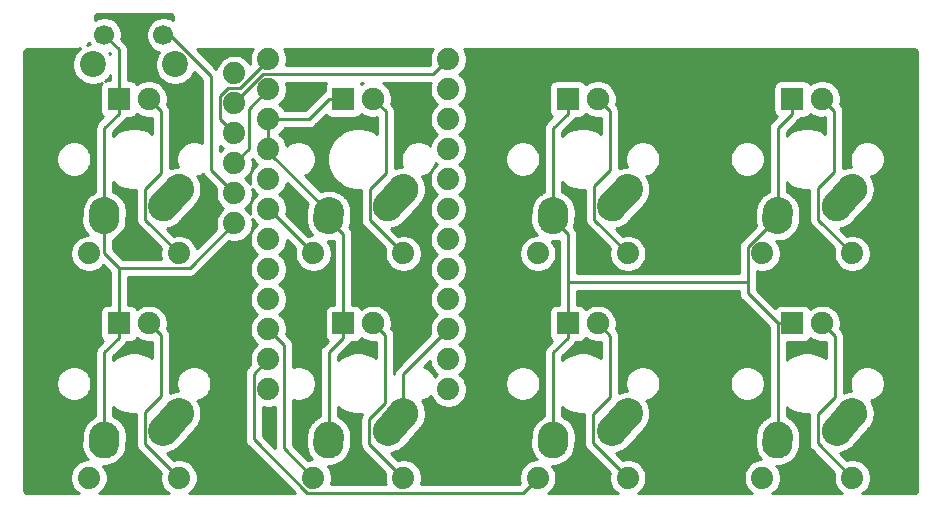
<source format=gbr>
G04 #@! TF.GenerationSoftware,KiCad,Pcbnew,5.1.2-f72e74a~84~ubuntu18.04.1*
G04 #@! TF.CreationDate,2019-06-08T16:05:02-04:00*
G04 #@! TF.ProjectId,8_key_simple,385f6b65-795f-4736-996d-706c652e6b69,rev?*
G04 #@! TF.SameCoordinates,Original*
G04 #@! TF.FileFunction,Copper,L2,Bot*
G04 #@! TF.FilePolarity,Positive*
%FSLAX46Y46*%
G04 Gerber Fmt 4.6, Leading zero omitted, Abs format (unit mm)*
G04 Created by KiCad (PCBNEW 5.1.2-f72e74a~84~ubuntu18.04.1) date 2019-06-08 16:05:02*
%MOMM*%
%LPD*%
G04 APERTURE LIST*
%ADD10C,1.879600*%
%ADD11C,1.905000*%
%ADD12R,1.905000X1.905000*%
%ADD13C,2.540000*%
%ADD14C,0.100000*%
%ADD15C,2.199640*%
%ADD16C,1.699260*%
%ADD17C,0.254000*%
G04 APERTURE END LIST*
D10*
X151620000Y-81550000D03*
X151620000Y-84090000D03*
X151620000Y-86630000D03*
X151620000Y-89170000D03*
X151620000Y-91710000D03*
X151620000Y-94250000D03*
X151620000Y-96790000D03*
X151620000Y-99330000D03*
X151620000Y-101870000D03*
X151620000Y-104410000D03*
X151620000Y-106950000D03*
X151620000Y-109490000D03*
X136380000Y-109490000D03*
X136380000Y-106950000D03*
X136380000Y-104410000D03*
X136380000Y-101870000D03*
X136380000Y-99330000D03*
X136380000Y-96790000D03*
X136380000Y-94250000D03*
X136380000Y-91710000D03*
X136380000Y-89170000D03*
X136380000Y-86630000D03*
X136380000Y-84090000D03*
X136380000Y-81550000D03*
X166810000Y-98000000D03*
X159190000Y-98000000D03*
D11*
X164270000Y-84920000D03*
D12*
X161730000Y-84920000D03*
D13*
X160500000Y-94500000D03*
D14*
G36*
X160363778Y-96346350D02*
G01*
X160240664Y-96330917D01*
X160119642Y-96303543D01*
X160001870Y-96264491D01*
X159888470Y-96214131D01*
X159780526Y-96152948D01*
X159679068Y-96081522D01*
X159585064Y-96000536D01*
X159499410Y-95910763D01*
X159422926Y-95813062D01*
X159356342Y-95708362D01*
X159300292Y-95597666D01*
X159255312Y-95482027D01*
X159221830Y-95362551D01*
X159200167Y-95240379D01*
X159190529Y-95116675D01*
X159193009Y-94992622D01*
X159233009Y-94412621D01*
X159234353Y-94394940D01*
X159239761Y-94354110D01*
X159243746Y-94313652D01*
X159247860Y-94292971D01*
X159250646Y-94271935D01*
X159260072Y-94231573D01*
X159268060Y-94191415D01*
X159274104Y-94171491D01*
X159278864Y-94151109D01*
X159292276Y-94111587D01*
X159304239Y-94072150D01*
X159312094Y-94053186D01*
X159318737Y-94033611D01*
X159336071Y-93995300D01*
X159351934Y-93957005D01*
X159361478Y-93939150D01*
X159369886Y-93920567D01*
X159391016Y-93883887D01*
X159410685Y-93847090D01*
X159421782Y-93830482D01*
X159431823Y-93813052D01*
X159456585Y-93778394D01*
X159479926Y-93743462D01*
X159492428Y-93728228D01*
X159503955Y-93712095D01*
X159532161Y-93679813D01*
X159558992Y-93647120D01*
X159572736Y-93633376D01*
X159585595Y-93618659D01*
X159617014Y-93589098D01*
X159647120Y-93558992D01*
X159661939Y-93546831D01*
X159675963Y-93533635D01*
X159710341Y-93507107D01*
X159743462Y-93479926D01*
X159759162Y-93469436D01*
X159774196Y-93457835D01*
X159811264Y-93434623D01*
X159847090Y-93410685D01*
X159863486Y-93401921D01*
X159879358Y-93391982D01*
X159918780Y-93372366D01*
X159957005Y-93351934D01*
X159973929Y-93344924D01*
X159990444Y-93336706D01*
X160031839Y-93320936D01*
X160072150Y-93304239D01*
X160089430Y-93298997D01*
X160106393Y-93292535D01*
X160149381Y-93280811D01*
X160191415Y-93268060D01*
X160208847Y-93264593D01*
X160226099Y-93259887D01*
X160270349Y-93252359D01*
X160313652Y-93243746D01*
X160331065Y-93242031D01*
X160348421Y-93239078D01*
X160393465Y-93235885D01*
X160437684Y-93231530D01*
X160454907Y-93231530D01*
X160472189Y-93230305D01*
X160517612Y-93231530D01*
X160562316Y-93231530D01*
X160579172Y-93233190D01*
X160596222Y-93233650D01*
X160641590Y-93239338D01*
X160686348Y-93243746D01*
X160702699Y-93246998D01*
X160719336Y-93249084D01*
X160764200Y-93259231D01*
X160808585Y-93268060D01*
X160824277Y-93272820D01*
X160840358Y-93276457D01*
X160884314Y-93291032D01*
X160927850Y-93304239D01*
X160942730Y-93310402D01*
X160958130Y-93315509D01*
X161000712Y-93334420D01*
X161042995Y-93351934D01*
X161056961Y-93359399D01*
X161071530Y-93365869D01*
X161112315Y-93388986D01*
X161152910Y-93410685D01*
X161165852Y-93419332D01*
X161179474Y-93427053D01*
X161218027Y-93454194D01*
X161256538Y-93479926D01*
X161268362Y-93489630D01*
X161280932Y-93498479D01*
X161316858Y-93529429D01*
X161352880Y-93558992D01*
X161363499Y-93569611D01*
X161374936Y-93579464D01*
X161407875Y-93613987D01*
X161441008Y-93647120D01*
X161450358Y-93658513D01*
X161460590Y-93669237D01*
X161490186Y-93707043D01*
X161520074Y-93743462D01*
X161528107Y-93755484D01*
X161537074Y-93766939D01*
X161563004Y-93807712D01*
X161589315Y-93847090D01*
X161595999Y-93859594D01*
X161603658Y-93871638D01*
X161625614Y-93915000D01*
X161648066Y-93957005D01*
X161653388Y-93969853D01*
X161659708Y-93982335D01*
X161677426Y-94027885D01*
X161695761Y-94072150D01*
X161699720Y-94085201D01*
X161704688Y-94097973D01*
X161717950Y-94145296D01*
X161731940Y-94191415D01*
X161734547Y-94204519D01*
X161738170Y-94217449D01*
X161746805Y-94266150D01*
X161756254Y-94313652D01*
X161757536Y-94326664D01*
X161759833Y-94339621D01*
X161763700Y-94389249D01*
X161768470Y-94437684D01*
X161768470Y-94450477D01*
X161769471Y-94463325D01*
X161768470Y-94513397D01*
X161768470Y-94562316D01*
X161767243Y-94574774D01*
X161766991Y-94587379D01*
X161726990Y-95167379D01*
X161725647Y-95185060D01*
X161709354Y-95308065D01*
X161681136Y-95428892D01*
X161641263Y-95546389D01*
X161590114Y-95659434D01*
X161528177Y-95766948D01*
X161456045Y-95867905D01*
X161374405Y-95961342D01*
X161284037Y-96046366D01*
X161185804Y-96122166D01*
X161080642Y-96188018D01*
X160969556Y-96243294D01*
X160853607Y-96287466D01*
X160733901Y-96320113D01*
X160611579Y-96340922D01*
X160487811Y-96349696D01*
X160363778Y-96346350D01*
X160363778Y-96346350D01*
G37*
D13*
X160460000Y-95080000D03*
X166810000Y-92540000D03*
D14*
G36*
X165431312Y-95268141D02*
G01*
X165307890Y-95255386D01*
X165186303Y-95230649D01*
X165067710Y-95194163D01*
X164953243Y-95146281D01*
X164843995Y-95087455D01*
X164741009Y-95018250D01*
X164645268Y-94939326D01*
X164557685Y-94851436D01*
X164479096Y-94755419D01*
X164410253Y-94652191D01*
X164351811Y-94542737D01*
X164304329Y-94428104D01*
X164268260Y-94309384D01*
X164243949Y-94187711D01*
X164231626Y-94064245D01*
X164231410Y-93940167D01*
X164243303Y-93816660D01*
X164267192Y-93694903D01*
X164302848Y-93576058D01*
X164349931Y-93461259D01*
X164407991Y-93351604D01*
X164476476Y-93248137D01*
X164554729Y-93151847D01*
X165864730Y-91691847D01*
X165868633Y-91687557D01*
X165868992Y-91687120D01*
X165869425Y-91686687D01*
X165876664Y-91678731D01*
X165918056Y-91638056D01*
X165957120Y-91598992D01*
X165961297Y-91595564D01*
X165965164Y-91591764D01*
X166010571Y-91555126D01*
X166053462Y-91519926D01*
X166057731Y-91517074D01*
X166061728Y-91513848D01*
X166110826Y-91481597D01*
X166157090Y-91450685D01*
X166161368Y-91448398D01*
X166165434Y-91445727D01*
X166217813Y-91418228D01*
X166267005Y-91391934D01*
X166271227Y-91390185D01*
X166275292Y-91388051D01*
X166330393Y-91365678D01*
X166382150Y-91344239D01*
X166386274Y-91342988D01*
X166390255Y-91341371D01*
X166447582Y-91324390D01*
X166501415Y-91308060D01*
X166505366Y-91307274D01*
X166509224Y-91306131D01*
X166568372Y-91294742D01*
X166623652Y-91283746D01*
X166627376Y-91283379D01*
X166631064Y-91282669D01*
X166691586Y-91277055D01*
X166747684Y-91271530D01*
X166751151Y-91271530D01*
X166754612Y-91271209D01*
X166815886Y-91271530D01*
X166872316Y-91271530D01*
X166875486Y-91271842D01*
X166878688Y-91271859D01*
X166940202Y-91278216D01*
X166996348Y-91283746D01*
X166999200Y-91284313D01*
X167002110Y-91284614D01*
X167063141Y-91297032D01*
X167118585Y-91308060D01*
X167121107Y-91308825D01*
X167123697Y-91309352D01*
X167183877Y-91327866D01*
X167237850Y-91344239D01*
X167240029Y-91345142D01*
X167242290Y-91345837D01*
X167301108Y-91370441D01*
X167352995Y-91391934D01*
X167354826Y-91392912D01*
X167356756Y-91393720D01*
X167413746Y-91424406D01*
X167462910Y-91450685D01*
X167464402Y-91451682D01*
X167466005Y-91452545D01*
X167520512Y-91489173D01*
X167566538Y-91519926D01*
X167567719Y-91520895D01*
X167568991Y-91521750D01*
X167620407Y-91564135D01*
X167662880Y-91598992D01*
X167663764Y-91599876D01*
X167664732Y-91600674D01*
X167713231Y-91649343D01*
X167751008Y-91687120D01*
X167751624Y-91687870D01*
X167752315Y-91688564D01*
X167797671Y-91743979D01*
X167830074Y-91783462D01*
X167830460Y-91784040D01*
X167830903Y-91784581D01*
X167874056Y-91849287D01*
X167899315Y-91887090D01*
X167899507Y-91887449D01*
X167899747Y-91887809D01*
X167943571Y-91969887D01*
X167958066Y-91997005D01*
X167958121Y-91997137D01*
X167958188Y-91997263D01*
X168005671Y-92111897D01*
X168005712Y-92112031D01*
X168005761Y-92112150D01*
X168014311Y-92140335D01*
X168041740Y-92230617D01*
X168041821Y-92231023D01*
X168041940Y-92231415D01*
X168050929Y-92276608D01*
X168066051Y-92352290D01*
X168066119Y-92352975D01*
X168066254Y-92353652D01*
X168071265Y-92404527D01*
X168078374Y-92475756D01*
X168078376Y-92476726D01*
X168078470Y-92477684D01*
X168078470Y-92530902D01*
X168078590Y-92599834D01*
X168078470Y-92601080D01*
X168078470Y-92602316D01*
X168073114Y-92656702D01*
X168066696Y-92723341D01*
X168066403Y-92724834D01*
X168066254Y-92726348D01*
X168055406Y-92780885D01*
X168042808Y-92845097D01*
X168042291Y-92846820D01*
X168041940Y-92848585D01*
X168025631Y-92902347D01*
X168007151Y-92963942D01*
X168006367Y-92965852D01*
X168005761Y-92967850D01*
X167984220Y-93019855D01*
X167960069Y-93078741D01*
X167958962Y-93080831D01*
X167958066Y-93082995D01*
X167931533Y-93132634D01*
X167902008Y-93188396D01*
X167900552Y-93190596D01*
X167899315Y-93192910D01*
X167867970Y-93239822D01*
X167833524Y-93291864D01*
X167831688Y-93294122D01*
X167830074Y-93296538D01*
X167794208Y-93340240D01*
X167755270Y-93388153D01*
X166445270Y-94848154D01*
X166433336Y-94861269D01*
X166344836Y-94948236D01*
X166248272Y-95026152D01*
X166144566Y-95094274D01*
X166034708Y-95151950D01*
X165919745Y-95198630D01*
X165800776Y-95233870D01*
X165678936Y-95257331D01*
X165555388Y-95268791D01*
X165431312Y-95268141D01*
X165431312Y-95268141D01*
G37*
D13*
X165500000Y-94000000D03*
D11*
X183270000Y-103920000D03*
D12*
X180730000Y-103920000D03*
D13*
X179500000Y-113500000D03*
D14*
G36*
X179363778Y-115346350D02*
G01*
X179240664Y-115330917D01*
X179119642Y-115303543D01*
X179001870Y-115264491D01*
X178888470Y-115214131D01*
X178780526Y-115152948D01*
X178679068Y-115081522D01*
X178585064Y-115000536D01*
X178499410Y-114910763D01*
X178422926Y-114813062D01*
X178356342Y-114708362D01*
X178300292Y-114597666D01*
X178255312Y-114482027D01*
X178221830Y-114362551D01*
X178200167Y-114240379D01*
X178190529Y-114116675D01*
X178193009Y-113992622D01*
X178233009Y-113412621D01*
X178234353Y-113394940D01*
X178239761Y-113354110D01*
X178243746Y-113313652D01*
X178247860Y-113292971D01*
X178250646Y-113271935D01*
X178260072Y-113231573D01*
X178268060Y-113191415D01*
X178274104Y-113171491D01*
X178278864Y-113151109D01*
X178292276Y-113111587D01*
X178304239Y-113072150D01*
X178312094Y-113053186D01*
X178318737Y-113033611D01*
X178336071Y-112995300D01*
X178351934Y-112957005D01*
X178361478Y-112939150D01*
X178369886Y-112920567D01*
X178391016Y-112883887D01*
X178410685Y-112847090D01*
X178421782Y-112830482D01*
X178431823Y-112813052D01*
X178456585Y-112778394D01*
X178479926Y-112743462D01*
X178492428Y-112728228D01*
X178503955Y-112712095D01*
X178532161Y-112679813D01*
X178558992Y-112647120D01*
X178572736Y-112633376D01*
X178585595Y-112618659D01*
X178617014Y-112589098D01*
X178647120Y-112558992D01*
X178661939Y-112546831D01*
X178675963Y-112533635D01*
X178710341Y-112507107D01*
X178743462Y-112479926D01*
X178759162Y-112469436D01*
X178774196Y-112457835D01*
X178811264Y-112434623D01*
X178847090Y-112410685D01*
X178863486Y-112401921D01*
X178879358Y-112391982D01*
X178918780Y-112372366D01*
X178957005Y-112351934D01*
X178973929Y-112344924D01*
X178990444Y-112336706D01*
X179031839Y-112320936D01*
X179072150Y-112304239D01*
X179089430Y-112298997D01*
X179106393Y-112292535D01*
X179149381Y-112280811D01*
X179191415Y-112268060D01*
X179208847Y-112264593D01*
X179226099Y-112259887D01*
X179270349Y-112252359D01*
X179313652Y-112243746D01*
X179331065Y-112242031D01*
X179348421Y-112239078D01*
X179393465Y-112235885D01*
X179437684Y-112231530D01*
X179454907Y-112231530D01*
X179472189Y-112230305D01*
X179517612Y-112231530D01*
X179562316Y-112231530D01*
X179579172Y-112233190D01*
X179596222Y-112233650D01*
X179641590Y-112239338D01*
X179686348Y-112243746D01*
X179702699Y-112246998D01*
X179719336Y-112249084D01*
X179764200Y-112259231D01*
X179808585Y-112268060D01*
X179824277Y-112272820D01*
X179840358Y-112276457D01*
X179884314Y-112291032D01*
X179927850Y-112304239D01*
X179942730Y-112310402D01*
X179958130Y-112315509D01*
X180000712Y-112334420D01*
X180042995Y-112351934D01*
X180056961Y-112359399D01*
X180071530Y-112365869D01*
X180112315Y-112388986D01*
X180152910Y-112410685D01*
X180165852Y-112419332D01*
X180179474Y-112427053D01*
X180218027Y-112454194D01*
X180256538Y-112479926D01*
X180268362Y-112489630D01*
X180280932Y-112498479D01*
X180316858Y-112529429D01*
X180352880Y-112558992D01*
X180363499Y-112569611D01*
X180374936Y-112579464D01*
X180407875Y-112613987D01*
X180441008Y-112647120D01*
X180450358Y-112658513D01*
X180460590Y-112669237D01*
X180490186Y-112707043D01*
X180520074Y-112743462D01*
X180528107Y-112755484D01*
X180537074Y-112766939D01*
X180563004Y-112807712D01*
X180589315Y-112847090D01*
X180595999Y-112859594D01*
X180603658Y-112871638D01*
X180625614Y-112915000D01*
X180648066Y-112957005D01*
X180653388Y-112969853D01*
X180659708Y-112982335D01*
X180677426Y-113027885D01*
X180695761Y-113072150D01*
X180699720Y-113085201D01*
X180704688Y-113097973D01*
X180717950Y-113145296D01*
X180731940Y-113191415D01*
X180734547Y-113204519D01*
X180738170Y-113217449D01*
X180746805Y-113266150D01*
X180756254Y-113313652D01*
X180757536Y-113326664D01*
X180759833Y-113339621D01*
X180763700Y-113389249D01*
X180768470Y-113437684D01*
X180768470Y-113450477D01*
X180769471Y-113463325D01*
X180768470Y-113513397D01*
X180768470Y-113562316D01*
X180767243Y-113574774D01*
X180766991Y-113587379D01*
X180726990Y-114167379D01*
X180725647Y-114185060D01*
X180709354Y-114308065D01*
X180681136Y-114428892D01*
X180641263Y-114546389D01*
X180590114Y-114659434D01*
X180528177Y-114766948D01*
X180456045Y-114867905D01*
X180374405Y-114961342D01*
X180284037Y-115046366D01*
X180185804Y-115122166D01*
X180080642Y-115188018D01*
X179969556Y-115243294D01*
X179853607Y-115287466D01*
X179733901Y-115320113D01*
X179611579Y-115340922D01*
X179487811Y-115349696D01*
X179363778Y-115346350D01*
X179363778Y-115346350D01*
G37*
D13*
X179460000Y-114080000D03*
X185810000Y-111540000D03*
D14*
G36*
X184431312Y-114268141D02*
G01*
X184307890Y-114255386D01*
X184186303Y-114230649D01*
X184067710Y-114194163D01*
X183953243Y-114146281D01*
X183843995Y-114087455D01*
X183741009Y-114018250D01*
X183645268Y-113939326D01*
X183557685Y-113851436D01*
X183479096Y-113755419D01*
X183410253Y-113652191D01*
X183351811Y-113542737D01*
X183304329Y-113428104D01*
X183268260Y-113309384D01*
X183243949Y-113187711D01*
X183231626Y-113064245D01*
X183231410Y-112940167D01*
X183243303Y-112816660D01*
X183267192Y-112694903D01*
X183302848Y-112576058D01*
X183349931Y-112461259D01*
X183407991Y-112351604D01*
X183476476Y-112248137D01*
X183554729Y-112151847D01*
X184864730Y-110691847D01*
X184868633Y-110687557D01*
X184868992Y-110687120D01*
X184869425Y-110686687D01*
X184876664Y-110678731D01*
X184918056Y-110638056D01*
X184957120Y-110598992D01*
X184961297Y-110595564D01*
X184965164Y-110591764D01*
X185010571Y-110555126D01*
X185053462Y-110519926D01*
X185057731Y-110517074D01*
X185061728Y-110513848D01*
X185110826Y-110481597D01*
X185157090Y-110450685D01*
X185161368Y-110448398D01*
X185165434Y-110445727D01*
X185217813Y-110418228D01*
X185267005Y-110391934D01*
X185271227Y-110390185D01*
X185275292Y-110388051D01*
X185330393Y-110365678D01*
X185382150Y-110344239D01*
X185386274Y-110342988D01*
X185390255Y-110341371D01*
X185447582Y-110324390D01*
X185501415Y-110308060D01*
X185505366Y-110307274D01*
X185509224Y-110306131D01*
X185568372Y-110294742D01*
X185623652Y-110283746D01*
X185627376Y-110283379D01*
X185631064Y-110282669D01*
X185691586Y-110277055D01*
X185747684Y-110271530D01*
X185751151Y-110271530D01*
X185754612Y-110271209D01*
X185815886Y-110271530D01*
X185872316Y-110271530D01*
X185875486Y-110271842D01*
X185878688Y-110271859D01*
X185940202Y-110278216D01*
X185996348Y-110283746D01*
X185999200Y-110284313D01*
X186002110Y-110284614D01*
X186063141Y-110297032D01*
X186118585Y-110308060D01*
X186121107Y-110308825D01*
X186123697Y-110309352D01*
X186183877Y-110327866D01*
X186237850Y-110344239D01*
X186240029Y-110345142D01*
X186242290Y-110345837D01*
X186301108Y-110370441D01*
X186352995Y-110391934D01*
X186354826Y-110392912D01*
X186356756Y-110393720D01*
X186413746Y-110424406D01*
X186462910Y-110450685D01*
X186464402Y-110451682D01*
X186466005Y-110452545D01*
X186520512Y-110489173D01*
X186566538Y-110519926D01*
X186567719Y-110520895D01*
X186568991Y-110521750D01*
X186620407Y-110564135D01*
X186662880Y-110598992D01*
X186663764Y-110599876D01*
X186664732Y-110600674D01*
X186713231Y-110649343D01*
X186751008Y-110687120D01*
X186751624Y-110687870D01*
X186752315Y-110688564D01*
X186797671Y-110743979D01*
X186830074Y-110783462D01*
X186830460Y-110784040D01*
X186830903Y-110784581D01*
X186874056Y-110849287D01*
X186899315Y-110887090D01*
X186899507Y-110887449D01*
X186899747Y-110887809D01*
X186943571Y-110969887D01*
X186958066Y-110997005D01*
X186958121Y-110997137D01*
X186958188Y-110997263D01*
X187005671Y-111111897D01*
X187005712Y-111112031D01*
X187005761Y-111112150D01*
X187014311Y-111140335D01*
X187041740Y-111230617D01*
X187041821Y-111231023D01*
X187041940Y-111231415D01*
X187050929Y-111276608D01*
X187066051Y-111352290D01*
X187066119Y-111352975D01*
X187066254Y-111353652D01*
X187071265Y-111404527D01*
X187078374Y-111475756D01*
X187078376Y-111476726D01*
X187078470Y-111477684D01*
X187078470Y-111530902D01*
X187078590Y-111599834D01*
X187078470Y-111601080D01*
X187078470Y-111602316D01*
X187073114Y-111656702D01*
X187066696Y-111723341D01*
X187066403Y-111724834D01*
X187066254Y-111726348D01*
X187055406Y-111780885D01*
X187042808Y-111845097D01*
X187042291Y-111846820D01*
X187041940Y-111848585D01*
X187025631Y-111902347D01*
X187007151Y-111963942D01*
X187006367Y-111965852D01*
X187005761Y-111967850D01*
X186984220Y-112019855D01*
X186960069Y-112078741D01*
X186958962Y-112080831D01*
X186958066Y-112082995D01*
X186931533Y-112132634D01*
X186902008Y-112188396D01*
X186900552Y-112190596D01*
X186899315Y-112192910D01*
X186867970Y-112239822D01*
X186833524Y-112291864D01*
X186831688Y-112294122D01*
X186830074Y-112296538D01*
X186794208Y-112340240D01*
X186755270Y-112388153D01*
X185445270Y-113848154D01*
X185433336Y-113861269D01*
X185344836Y-113948236D01*
X185248272Y-114026152D01*
X185144566Y-114094274D01*
X185034708Y-114151950D01*
X184919745Y-114198630D01*
X184800776Y-114233870D01*
X184678936Y-114257331D01*
X184555388Y-114268791D01*
X184431312Y-114268141D01*
X184431312Y-114268141D01*
G37*
D13*
X184500000Y-113000000D03*
D10*
X147810000Y-117000000D03*
X140190000Y-117000000D03*
D11*
X183270000Y-84920000D03*
D12*
X180730000Y-84920000D03*
D13*
X179500000Y-94500000D03*
D14*
G36*
X179363778Y-96346350D02*
G01*
X179240664Y-96330917D01*
X179119642Y-96303543D01*
X179001870Y-96264491D01*
X178888470Y-96214131D01*
X178780526Y-96152948D01*
X178679068Y-96081522D01*
X178585064Y-96000536D01*
X178499410Y-95910763D01*
X178422926Y-95813062D01*
X178356342Y-95708362D01*
X178300292Y-95597666D01*
X178255312Y-95482027D01*
X178221830Y-95362551D01*
X178200167Y-95240379D01*
X178190529Y-95116675D01*
X178193009Y-94992622D01*
X178233009Y-94412621D01*
X178234353Y-94394940D01*
X178239761Y-94354110D01*
X178243746Y-94313652D01*
X178247860Y-94292971D01*
X178250646Y-94271935D01*
X178260072Y-94231573D01*
X178268060Y-94191415D01*
X178274104Y-94171491D01*
X178278864Y-94151109D01*
X178292276Y-94111587D01*
X178304239Y-94072150D01*
X178312094Y-94053186D01*
X178318737Y-94033611D01*
X178336071Y-93995300D01*
X178351934Y-93957005D01*
X178361478Y-93939150D01*
X178369886Y-93920567D01*
X178391016Y-93883887D01*
X178410685Y-93847090D01*
X178421782Y-93830482D01*
X178431823Y-93813052D01*
X178456585Y-93778394D01*
X178479926Y-93743462D01*
X178492428Y-93728228D01*
X178503955Y-93712095D01*
X178532161Y-93679813D01*
X178558992Y-93647120D01*
X178572736Y-93633376D01*
X178585595Y-93618659D01*
X178617014Y-93589098D01*
X178647120Y-93558992D01*
X178661939Y-93546831D01*
X178675963Y-93533635D01*
X178710341Y-93507107D01*
X178743462Y-93479926D01*
X178759162Y-93469436D01*
X178774196Y-93457835D01*
X178811264Y-93434623D01*
X178847090Y-93410685D01*
X178863486Y-93401921D01*
X178879358Y-93391982D01*
X178918780Y-93372366D01*
X178957005Y-93351934D01*
X178973929Y-93344924D01*
X178990444Y-93336706D01*
X179031839Y-93320936D01*
X179072150Y-93304239D01*
X179089430Y-93298997D01*
X179106393Y-93292535D01*
X179149381Y-93280811D01*
X179191415Y-93268060D01*
X179208847Y-93264593D01*
X179226099Y-93259887D01*
X179270349Y-93252359D01*
X179313652Y-93243746D01*
X179331065Y-93242031D01*
X179348421Y-93239078D01*
X179393465Y-93235885D01*
X179437684Y-93231530D01*
X179454907Y-93231530D01*
X179472189Y-93230305D01*
X179517612Y-93231530D01*
X179562316Y-93231530D01*
X179579172Y-93233190D01*
X179596222Y-93233650D01*
X179641590Y-93239338D01*
X179686348Y-93243746D01*
X179702699Y-93246998D01*
X179719336Y-93249084D01*
X179764200Y-93259231D01*
X179808585Y-93268060D01*
X179824277Y-93272820D01*
X179840358Y-93276457D01*
X179884314Y-93291032D01*
X179927850Y-93304239D01*
X179942730Y-93310402D01*
X179958130Y-93315509D01*
X180000712Y-93334420D01*
X180042995Y-93351934D01*
X180056961Y-93359399D01*
X180071530Y-93365869D01*
X180112315Y-93388986D01*
X180152910Y-93410685D01*
X180165852Y-93419332D01*
X180179474Y-93427053D01*
X180218027Y-93454194D01*
X180256538Y-93479926D01*
X180268362Y-93489630D01*
X180280932Y-93498479D01*
X180316858Y-93529429D01*
X180352880Y-93558992D01*
X180363499Y-93569611D01*
X180374936Y-93579464D01*
X180407875Y-93613987D01*
X180441008Y-93647120D01*
X180450358Y-93658513D01*
X180460590Y-93669237D01*
X180490186Y-93707043D01*
X180520074Y-93743462D01*
X180528107Y-93755484D01*
X180537074Y-93766939D01*
X180563004Y-93807712D01*
X180589315Y-93847090D01*
X180595999Y-93859594D01*
X180603658Y-93871638D01*
X180625614Y-93915000D01*
X180648066Y-93957005D01*
X180653388Y-93969853D01*
X180659708Y-93982335D01*
X180677426Y-94027885D01*
X180695761Y-94072150D01*
X180699720Y-94085201D01*
X180704688Y-94097973D01*
X180717950Y-94145296D01*
X180731940Y-94191415D01*
X180734547Y-94204519D01*
X180738170Y-94217449D01*
X180746805Y-94266150D01*
X180756254Y-94313652D01*
X180757536Y-94326664D01*
X180759833Y-94339621D01*
X180763700Y-94389249D01*
X180768470Y-94437684D01*
X180768470Y-94450477D01*
X180769471Y-94463325D01*
X180768470Y-94513397D01*
X180768470Y-94562316D01*
X180767243Y-94574774D01*
X180766991Y-94587379D01*
X180726990Y-95167379D01*
X180725647Y-95185060D01*
X180709354Y-95308065D01*
X180681136Y-95428892D01*
X180641263Y-95546389D01*
X180590114Y-95659434D01*
X180528177Y-95766948D01*
X180456045Y-95867905D01*
X180374405Y-95961342D01*
X180284037Y-96046366D01*
X180185804Y-96122166D01*
X180080642Y-96188018D01*
X179969556Y-96243294D01*
X179853607Y-96287466D01*
X179733901Y-96320113D01*
X179611579Y-96340922D01*
X179487811Y-96349696D01*
X179363778Y-96346350D01*
X179363778Y-96346350D01*
G37*
D13*
X179460000Y-95080000D03*
X185810000Y-92540000D03*
D14*
G36*
X184431312Y-95268141D02*
G01*
X184307890Y-95255386D01*
X184186303Y-95230649D01*
X184067710Y-95194163D01*
X183953243Y-95146281D01*
X183843995Y-95087455D01*
X183741009Y-95018250D01*
X183645268Y-94939326D01*
X183557685Y-94851436D01*
X183479096Y-94755419D01*
X183410253Y-94652191D01*
X183351811Y-94542737D01*
X183304329Y-94428104D01*
X183268260Y-94309384D01*
X183243949Y-94187711D01*
X183231626Y-94064245D01*
X183231410Y-93940167D01*
X183243303Y-93816660D01*
X183267192Y-93694903D01*
X183302848Y-93576058D01*
X183349931Y-93461259D01*
X183407991Y-93351604D01*
X183476476Y-93248137D01*
X183554729Y-93151847D01*
X184864730Y-91691847D01*
X184868633Y-91687557D01*
X184868992Y-91687120D01*
X184869425Y-91686687D01*
X184876664Y-91678731D01*
X184918056Y-91638056D01*
X184957120Y-91598992D01*
X184961297Y-91595564D01*
X184965164Y-91591764D01*
X185010571Y-91555126D01*
X185053462Y-91519926D01*
X185057731Y-91517074D01*
X185061728Y-91513848D01*
X185110826Y-91481597D01*
X185157090Y-91450685D01*
X185161368Y-91448398D01*
X185165434Y-91445727D01*
X185217813Y-91418228D01*
X185267005Y-91391934D01*
X185271227Y-91390185D01*
X185275292Y-91388051D01*
X185330393Y-91365678D01*
X185382150Y-91344239D01*
X185386274Y-91342988D01*
X185390255Y-91341371D01*
X185447582Y-91324390D01*
X185501415Y-91308060D01*
X185505366Y-91307274D01*
X185509224Y-91306131D01*
X185568372Y-91294742D01*
X185623652Y-91283746D01*
X185627376Y-91283379D01*
X185631064Y-91282669D01*
X185691586Y-91277055D01*
X185747684Y-91271530D01*
X185751151Y-91271530D01*
X185754612Y-91271209D01*
X185815886Y-91271530D01*
X185872316Y-91271530D01*
X185875486Y-91271842D01*
X185878688Y-91271859D01*
X185940202Y-91278216D01*
X185996348Y-91283746D01*
X185999200Y-91284313D01*
X186002110Y-91284614D01*
X186063141Y-91297032D01*
X186118585Y-91308060D01*
X186121107Y-91308825D01*
X186123697Y-91309352D01*
X186183877Y-91327866D01*
X186237850Y-91344239D01*
X186240029Y-91345142D01*
X186242290Y-91345837D01*
X186301108Y-91370441D01*
X186352995Y-91391934D01*
X186354826Y-91392912D01*
X186356756Y-91393720D01*
X186413746Y-91424406D01*
X186462910Y-91450685D01*
X186464402Y-91451682D01*
X186466005Y-91452545D01*
X186520512Y-91489173D01*
X186566538Y-91519926D01*
X186567719Y-91520895D01*
X186568991Y-91521750D01*
X186620407Y-91564135D01*
X186662880Y-91598992D01*
X186663764Y-91599876D01*
X186664732Y-91600674D01*
X186713231Y-91649343D01*
X186751008Y-91687120D01*
X186751624Y-91687870D01*
X186752315Y-91688564D01*
X186797671Y-91743979D01*
X186830074Y-91783462D01*
X186830460Y-91784040D01*
X186830903Y-91784581D01*
X186874056Y-91849287D01*
X186899315Y-91887090D01*
X186899507Y-91887449D01*
X186899747Y-91887809D01*
X186943571Y-91969887D01*
X186958066Y-91997005D01*
X186958121Y-91997137D01*
X186958188Y-91997263D01*
X187005671Y-92111897D01*
X187005712Y-92112031D01*
X187005761Y-92112150D01*
X187014311Y-92140335D01*
X187041740Y-92230617D01*
X187041821Y-92231023D01*
X187041940Y-92231415D01*
X187050929Y-92276608D01*
X187066051Y-92352290D01*
X187066119Y-92352975D01*
X187066254Y-92353652D01*
X187071265Y-92404527D01*
X187078374Y-92475756D01*
X187078376Y-92476726D01*
X187078470Y-92477684D01*
X187078470Y-92530902D01*
X187078590Y-92599834D01*
X187078470Y-92601080D01*
X187078470Y-92602316D01*
X187073114Y-92656702D01*
X187066696Y-92723341D01*
X187066403Y-92724834D01*
X187066254Y-92726348D01*
X187055406Y-92780885D01*
X187042808Y-92845097D01*
X187042291Y-92846820D01*
X187041940Y-92848585D01*
X187025631Y-92902347D01*
X187007151Y-92963942D01*
X187006367Y-92965852D01*
X187005761Y-92967850D01*
X186984220Y-93019855D01*
X186960069Y-93078741D01*
X186958962Y-93080831D01*
X186958066Y-93082995D01*
X186931533Y-93132634D01*
X186902008Y-93188396D01*
X186900552Y-93190596D01*
X186899315Y-93192910D01*
X186867970Y-93239822D01*
X186833524Y-93291864D01*
X186831688Y-93294122D01*
X186830074Y-93296538D01*
X186794208Y-93340240D01*
X186755270Y-93388153D01*
X185445270Y-94848154D01*
X185433336Y-94861269D01*
X185344836Y-94948236D01*
X185248272Y-95026152D01*
X185144566Y-95094274D01*
X185034708Y-95151950D01*
X184919745Y-95198630D01*
X184800776Y-95233870D01*
X184678936Y-95257331D01*
X184555388Y-95268791D01*
X184431312Y-95268141D01*
X184431312Y-95268141D01*
G37*
D13*
X184500000Y-94000000D03*
D15*
X128497580Y-81999360D03*
X121502420Y-81999360D03*
D16*
X127499360Y-79500000D03*
X122500640Y-79500000D03*
D10*
X133500000Y-95450000D03*
X133500000Y-92910000D03*
X133500000Y-90370000D03*
X133500000Y-87830000D03*
X133500000Y-85290000D03*
X133500000Y-82750000D03*
X147810000Y-98000000D03*
X140190000Y-98000000D03*
X185810000Y-98000000D03*
X178190000Y-98000000D03*
D11*
X145270000Y-103920000D03*
D12*
X142730000Y-103920000D03*
D13*
X141500000Y-113500000D03*
D14*
G36*
X141363778Y-115346350D02*
G01*
X141240664Y-115330917D01*
X141119642Y-115303543D01*
X141001870Y-115264491D01*
X140888470Y-115214131D01*
X140780526Y-115152948D01*
X140679068Y-115081522D01*
X140585064Y-115000536D01*
X140499410Y-114910763D01*
X140422926Y-114813062D01*
X140356342Y-114708362D01*
X140300292Y-114597666D01*
X140255312Y-114482027D01*
X140221830Y-114362551D01*
X140200167Y-114240379D01*
X140190529Y-114116675D01*
X140193009Y-113992622D01*
X140233009Y-113412621D01*
X140234353Y-113394940D01*
X140239761Y-113354110D01*
X140243746Y-113313652D01*
X140247860Y-113292971D01*
X140250646Y-113271935D01*
X140260072Y-113231573D01*
X140268060Y-113191415D01*
X140274104Y-113171491D01*
X140278864Y-113151109D01*
X140292276Y-113111587D01*
X140304239Y-113072150D01*
X140312094Y-113053186D01*
X140318737Y-113033611D01*
X140336071Y-112995300D01*
X140351934Y-112957005D01*
X140361478Y-112939150D01*
X140369886Y-112920567D01*
X140391016Y-112883887D01*
X140410685Y-112847090D01*
X140421782Y-112830482D01*
X140431823Y-112813052D01*
X140456585Y-112778394D01*
X140479926Y-112743462D01*
X140492428Y-112728228D01*
X140503955Y-112712095D01*
X140532161Y-112679813D01*
X140558992Y-112647120D01*
X140572736Y-112633376D01*
X140585595Y-112618659D01*
X140617014Y-112589098D01*
X140647120Y-112558992D01*
X140661939Y-112546831D01*
X140675963Y-112533635D01*
X140710341Y-112507107D01*
X140743462Y-112479926D01*
X140759162Y-112469436D01*
X140774196Y-112457835D01*
X140811264Y-112434623D01*
X140847090Y-112410685D01*
X140863486Y-112401921D01*
X140879358Y-112391982D01*
X140918780Y-112372366D01*
X140957005Y-112351934D01*
X140973929Y-112344924D01*
X140990444Y-112336706D01*
X141031839Y-112320936D01*
X141072150Y-112304239D01*
X141089430Y-112298997D01*
X141106393Y-112292535D01*
X141149381Y-112280811D01*
X141191415Y-112268060D01*
X141208847Y-112264593D01*
X141226099Y-112259887D01*
X141270349Y-112252359D01*
X141313652Y-112243746D01*
X141331065Y-112242031D01*
X141348421Y-112239078D01*
X141393465Y-112235885D01*
X141437684Y-112231530D01*
X141454907Y-112231530D01*
X141472189Y-112230305D01*
X141517612Y-112231530D01*
X141562316Y-112231530D01*
X141579172Y-112233190D01*
X141596222Y-112233650D01*
X141641590Y-112239338D01*
X141686348Y-112243746D01*
X141702699Y-112246998D01*
X141719336Y-112249084D01*
X141764200Y-112259231D01*
X141808585Y-112268060D01*
X141824277Y-112272820D01*
X141840358Y-112276457D01*
X141884314Y-112291032D01*
X141927850Y-112304239D01*
X141942730Y-112310402D01*
X141958130Y-112315509D01*
X142000712Y-112334420D01*
X142042995Y-112351934D01*
X142056961Y-112359399D01*
X142071530Y-112365869D01*
X142112315Y-112388986D01*
X142152910Y-112410685D01*
X142165852Y-112419332D01*
X142179474Y-112427053D01*
X142218027Y-112454194D01*
X142256538Y-112479926D01*
X142268362Y-112489630D01*
X142280932Y-112498479D01*
X142316858Y-112529429D01*
X142352880Y-112558992D01*
X142363499Y-112569611D01*
X142374936Y-112579464D01*
X142407875Y-112613987D01*
X142441008Y-112647120D01*
X142450358Y-112658513D01*
X142460590Y-112669237D01*
X142490186Y-112707043D01*
X142520074Y-112743462D01*
X142528107Y-112755484D01*
X142537074Y-112766939D01*
X142563004Y-112807712D01*
X142589315Y-112847090D01*
X142595999Y-112859594D01*
X142603658Y-112871638D01*
X142625614Y-112915000D01*
X142648066Y-112957005D01*
X142653388Y-112969853D01*
X142659708Y-112982335D01*
X142677426Y-113027885D01*
X142695761Y-113072150D01*
X142699720Y-113085201D01*
X142704688Y-113097973D01*
X142717950Y-113145296D01*
X142731940Y-113191415D01*
X142734547Y-113204519D01*
X142738170Y-113217449D01*
X142746805Y-113266150D01*
X142756254Y-113313652D01*
X142757536Y-113326664D01*
X142759833Y-113339621D01*
X142763700Y-113389249D01*
X142768470Y-113437684D01*
X142768470Y-113450477D01*
X142769471Y-113463325D01*
X142768470Y-113513397D01*
X142768470Y-113562316D01*
X142767243Y-113574774D01*
X142766991Y-113587379D01*
X142726990Y-114167379D01*
X142725647Y-114185060D01*
X142709354Y-114308065D01*
X142681136Y-114428892D01*
X142641263Y-114546389D01*
X142590114Y-114659434D01*
X142528177Y-114766948D01*
X142456045Y-114867905D01*
X142374405Y-114961342D01*
X142284037Y-115046366D01*
X142185804Y-115122166D01*
X142080642Y-115188018D01*
X141969556Y-115243294D01*
X141853607Y-115287466D01*
X141733901Y-115320113D01*
X141611579Y-115340922D01*
X141487811Y-115349696D01*
X141363778Y-115346350D01*
X141363778Y-115346350D01*
G37*
D13*
X141460000Y-114080000D03*
X147810000Y-111540000D03*
D14*
G36*
X146431312Y-114268141D02*
G01*
X146307890Y-114255386D01*
X146186303Y-114230649D01*
X146067710Y-114194163D01*
X145953243Y-114146281D01*
X145843995Y-114087455D01*
X145741009Y-114018250D01*
X145645268Y-113939326D01*
X145557685Y-113851436D01*
X145479096Y-113755419D01*
X145410253Y-113652191D01*
X145351811Y-113542737D01*
X145304329Y-113428104D01*
X145268260Y-113309384D01*
X145243949Y-113187711D01*
X145231626Y-113064245D01*
X145231410Y-112940167D01*
X145243303Y-112816660D01*
X145267192Y-112694903D01*
X145302848Y-112576058D01*
X145349931Y-112461259D01*
X145407991Y-112351604D01*
X145476476Y-112248137D01*
X145554729Y-112151847D01*
X146864730Y-110691847D01*
X146868633Y-110687557D01*
X146868992Y-110687120D01*
X146869425Y-110686687D01*
X146876664Y-110678731D01*
X146918056Y-110638056D01*
X146957120Y-110598992D01*
X146961297Y-110595564D01*
X146965164Y-110591764D01*
X147010571Y-110555126D01*
X147053462Y-110519926D01*
X147057731Y-110517074D01*
X147061728Y-110513848D01*
X147110826Y-110481597D01*
X147157090Y-110450685D01*
X147161368Y-110448398D01*
X147165434Y-110445727D01*
X147217813Y-110418228D01*
X147267005Y-110391934D01*
X147271227Y-110390185D01*
X147275292Y-110388051D01*
X147330393Y-110365678D01*
X147382150Y-110344239D01*
X147386274Y-110342988D01*
X147390255Y-110341371D01*
X147447582Y-110324390D01*
X147501415Y-110308060D01*
X147505366Y-110307274D01*
X147509224Y-110306131D01*
X147568372Y-110294742D01*
X147623652Y-110283746D01*
X147627376Y-110283379D01*
X147631064Y-110282669D01*
X147691586Y-110277055D01*
X147747684Y-110271530D01*
X147751151Y-110271530D01*
X147754612Y-110271209D01*
X147815886Y-110271530D01*
X147872316Y-110271530D01*
X147875486Y-110271842D01*
X147878688Y-110271859D01*
X147940202Y-110278216D01*
X147996348Y-110283746D01*
X147999200Y-110284313D01*
X148002110Y-110284614D01*
X148063141Y-110297032D01*
X148118585Y-110308060D01*
X148121107Y-110308825D01*
X148123697Y-110309352D01*
X148183877Y-110327866D01*
X148237850Y-110344239D01*
X148240029Y-110345142D01*
X148242290Y-110345837D01*
X148301108Y-110370441D01*
X148352995Y-110391934D01*
X148354826Y-110392912D01*
X148356756Y-110393720D01*
X148413746Y-110424406D01*
X148462910Y-110450685D01*
X148464402Y-110451682D01*
X148466005Y-110452545D01*
X148520512Y-110489173D01*
X148566538Y-110519926D01*
X148567719Y-110520895D01*
X148568991Y-110521750D01*
X148620407Y-110564135D01*
X148662880Y-110598992D01*
X148663764Y-110599876D01*
X148664732Y-110600674D01*
X148713231Y-110649343D01*
X148751008Y-110687120D01*
X148751624Y-110687870D01*
X148752315Y-110688564D01*
X148797671Y-110743979D01*
X148830074Y-110783462D01*
X148830460Y-110784040D01*
X148830903Y-110784581D01*
X148874056Y-110849287D01*
X148899315Y-110887090D01*
X148899507Y-110887449D01*
X148899747Y-110887809D01*
X148943571Y-110969887D01*
X148958066Y-110997005D01*
X148958121Y-110997137D01*
X148958188Y-110997263D01*
X149005671Y-111111897D01*
X149005712Y-111112031D01*
X149005761Y-111112150D01*
X149014311Y-111140335D01*
X149041740Y-111230617D01*
X149041821Y-111231023D01*
X149041940Y-111231415D01*
X149050929Y-111276608D01*
X149066051Y-111352290D01*
X149066119Y-111352975D01*
X149066254Y-111353652D01*
X149071265Y-111404527D01*
X149078374Y-111475756D01*
X149078376Y-111476726D01*
X149078470Y-111477684D01*
X149078470Y-111530902D01*
X149078590Y-111599834D01*
X149078470Y-111601080D01*
X149078470Y-111602316D01*
X149073114Y-111656702D01*
X149066696Y-111723341D01*
X149066403Y-111724834D01*
X149066254Y-111726348D01*
X149055406Y-111780885D01*
X149042808Y-111845097D01*
X149042291Y-111846820D01*
X149041940Y-111848585D01*
X149025631Y-111902347D01*
X149007151Y-111963942D01*
X149006367Y-111965852D01*
X149005761Y-111967850D01*
X148984220Y-112019855D01*
X148960069Y-112078741D01*
X148958962Y-112080831D01*
X148958066Y-112082995D01*
X148931533Y-112132634D01*
X148902008Y-112188396D01*
X148900552Y-112190596D01*
X148899315Y-112192910D01*
X148867970Y-112239822D01*
X148833524Y-112291864D01*
X148831688Y-112294122D01*
X148830074Y-112296538D01*
X148794208Y-112340240D01*
X148755270Y-112388153D01*
X147445270Y-113848154D01*
X147433336Y-113861269D01*
X147344836Y-113948236D01*
X147248272Y-114026152D01*
X147144566Y-114094274D01*
X147034708Y-114151950D01*
X146919745Y-114198630D01*
X146800776Y-114233870D01*
X146678936Y-114257331D01*
X146555388Y-114268791D01*
X146431312Y-114268141D01*
X146431312Y-114268141D01*
G37*
D13*
X146500000Y-113000000D03*
D10*
X128810000Y-98000000D03*
X121190000Y-98000000D03*
X128810000Y-117000000D03*
X121190000Y-117000000D03*
D11*
X126270000Y-103920000D03*
D12*
X123730000Y-103920000D03*
D13*
X122500000Y-113500000D03*
D14*
G36*
X122363778Y-115346350D02*
G01*
X122240664Y-115330917D01*
X122119642Y-115303543D01*
X122001870Y-115264491D01*
X121888470Y-115214131D01*
X121780526Y-115152948D01*
X121679068Y-115081522D01*
X121585064Y-115000536D01*
X121499410Y-114910763D01*
X121422926Y-114813062D01*
X121356342Y-114708362D01*
X121300292Y-114597666D01*
X121255312Y-114482027D01*
X121221830Y-114362551D01*
X121200167Y-114240379D01*
X121190529Y-114116675D01*
X121193009Y-113992622D01*
X121233009Y-113412621D01*
X121234353Y-113394940D01*
X121239761Y-113354110D01*
X121243746Y-113313652D01*
X121247860Y-113292971D01*
X121250646Y-113271935D01*
X121260072Y-113231573D01*
X121268060Y-113191415D01*
X121274104Y-113171491D01*
X121278864Y-113151109D01*
X121292276Y-113111587D01*
X121304239Y-113072150D01*
X121312094Y-113053186D01*
X121318737Y-113033611D01*
X121336071Y-112995300D01*
X121351934Y-112957005D01*
X121361478Y-112939150D01*
X121369886Y-112920567D01*
X121391016Y-112883887D01*
X121410685Y-112847090D01*
X121421782Y-112830482D01*
X121431823Y-112813052D01*
X121456585Y-112778394D01*
X121479926Y-112743462D01*
X121492428Y-112728228D01*
X121503955Y-112712095D01*
X121532161Y-112679813D01*
X121558992Y-112647120D01*
X121572736Y-112633376D01*
X121585595Y-112618659D01*
X121617014Y-112589098D01*
X121647120Y-112558992D01*
X121661939Y-112546831D01*
X121675963Y-112533635D01*
X121710341Y-112507107D01*
X121743462Y-112479926D01*
X121759162Y-112469436D01*
X121774196Y-112457835D01*
X121811264Y-112434623D01*
X121847090Y-112410685D01*
X121863486Y-112401921D01*
X121879358Y-112391982D01*
X121918780Y-112372366D01*
X121957005Y-112351934D01*
X121973929Y-112344924D01*
X121990444Y-112336706D01*
X122031839Y-112320936D01*
X122072150Y-112304239D01*
X122089430Y-112298997D01*
X122106393Y-112292535D01*
X122149381Y-112280811D01*
X122191415Y-112268060D01*
X122208847Y-112264593D01*
X122226099Y-112259887D01*
X122270349Y-112252359D01*
X122313652Y-112243746D01*
X122331065Y-112242031D01*
X122348421Y-112239078D01*
X122393465Y-112235885D01*
X122437684Y-112231530D01*
X122454907Y-112231530D01*
X122472189Y-112230305D01*
X122517612Y-112231530D01*
X122562316Y-112231530D01*
X122579172Y-112233190D01*
X122596222Y-112233650D01*
X122641590Y-112239338D01*
X122686348Y-112243746D01*
X122702699Y-112246998D01*
X122719336Y-112249084D01*
X122764200Y-112259231D01*
X122808585Y-112268060D01*
X122824277Y-112272820D01*
X122840358Y-112276457D01*
X122884314Y-112291032D01*
X122927850Y-112304239D01*
X122942730Y-112310402D01*
X122958130Y-112315509D01*
X123000712Y-112334420D01*
X123042995Y-112351934D01*
X123056961Y-112359399D01*
X123071530Y-112365869D01*
X123112315Y-112388986D01*
X123152910Y-112410685D01*
X123165852Y-112419332D01*
X123179474Y-112427053D01*
X123218027Y-112454194D01*
X123256538Y-112479926D01*
X123268362Y-112489630D01*
X123280932Y-112498479D01*
X123316858Y-112529429D01*
X123352880Y-112558992D01*
X123363499Y-112569611D01*
X123374936Y-112579464D01*
X123407875Y-112613987D01*
X123441008Y-112647120D01*
X123450358Y-112658513D01*
X123460590Y-112669237D01*
X123490186Y-112707043D01*
X123520074Y-112743462D01*
X123528107Y-112755484D01*
X123537074Y-112766939D01*
X123563004Y-112807712D01*
X123589315Y-112847090D01*
X123595999Y-112859594D01*
X123603658Y-112871638D01*
X123625614Y-112915000D01*
X123648066Y-112957005D01*
X123653388Y-112969853D01*
X123659708Y-112982335D01*
X123677426Y-113027885D01*
X123695761Y-113072150D01*
X123699720Y-113085201D01*
X123704688Y-113097973D01*
X123717950Y-113145296D01*
X123731940Y-113191415D01*
X123734547Y-113204519D01*
X123738170Y-113217449D01*
X123746805Y-113266150D01*
X123756254Y-113313652D01*
X123757536Y-113326664D01*
X123759833Y-113339621D01*
X123763700Y-113389249D01*
X123768470Y-113437684D01*
X123768470Y-113450477D01*
X123769471Y-113463325D01*
X123768470Y-113513397D01*
X123768470Y-113562316D01*
X123767243Y-113574774D01*
X123766991Y-113587379D01*
X123726990Y-114167379D01*
X123725647Y-114185060D01*
X123709354Y-114308065D01*
X123681136Y-114428892D01*
X123641263Y-114546389D01*
X123590114Y-114659434D01*
X123528177Y-114766948D01*
X123456045Y-114867905D01*
X123374405Y-114961342D01*
X123284037Y-115046366D01*
X123185804Y-115122166D01*
X123080642Y-115188018D01*
X122969556Y-115243294D01*
X122853607Y-115287466D01*
X122733901Y-115320113D01*
X122611579Y-115340922D01*
X122487811Y-115349696D01*
X122363778Y-115346350D01*
X122363778Y-115346350D01*
G37*
D13*
X122460000Y-114080000D03*
X128810000Y-111540000D03*
D14*
G36*
X127431312Y-114268141D02*
G01*
X127307890Y-114255386D01*
X127186303Y-114230649D01*
X127067710Y-114194163D01*
X126953243Y-114146281D01*
X126843995Y-114087455D01*
X126741009Y-114018250D01*
X126645268Y-113939326D01*
X126557685Y-113851436D01*
X126479096Y-113755419D01*
X126410253Y-113652191D01*
X126351811Y-113542737D01*
X126304329Y-113428104D01*
X126268260Y-113309384D01*
X126243949Y-113187711D01*
X126231626Y-113064245D01*
X126231410Y-112940167D01*
X126243303Y-112816660D01*
X126267192Y-112694903D01*
X126302848Y-112576058D01*
X126349931Y-112461259D01*
X126407991Y-112351604D01*
X126476476Y-112248137D01*
X126554729Y-112151847D01*
X127864730Y-110691847D01*
X127868633Y-110687557D01*
X127868992Y-110687120D01*
X127869425Y-110686687D01*
X127876664Y-110678731D01*
X127918056Y-110638056D01*
X127957120Y-110598992D01*
X127961297Y-110595564D01*
X127965164Y-110591764D01*
X128010571Y-110555126D01*
X128053462Y-110519926D01*
X128057731Y-110517074D01*
X128061728Y-110513848D01*
X128110826Y-110481597D01*
X128157090Y-110450685D01*
X128161368Y-110448398D01*
X128165434Y-110445727D01*
X128217813Y-110418228D01*
X128267005Y-110391934D01*
X128271227Y-110390185D01*
X128275292Y-110388051D01*
X128330393Y-110365678D01*
X128382150Y-110344239D01*
X128386274Y-110342988D01*
X128390255Y-110341371D01*
X128447582Y-110324390D01*
X128501415Y-110308060D01*
X128505366Y-110307274D01*
X128509224Y-110306131D01*
X128568372Y-110294742D01*
X128623652Y-110283746D01*
X128627376Y-110283379D01*
X128631064Y-110282669D01*
X128691586Y-110277055D01*
X128747684Y-110271530D01*
X128751151Y-110271530D01*
X128754612Y-110271209D01*
X128815886Y-110271530D01*
X128872316Y-110271530D01*
X128875486Y-110271842D01*
X128878688Y-110271859D01*
X128940202Y-110278216D01*
X128996348Y-110283746D01*
X128999200Y-110284313D01*
X129002110Y-110284614D01*
X129063141Y-110297032D01*
X129118585Y-110308060D01*
X129121107Y-110308825D01*
X129123697Y-110309352D01*
X129183877Y-110327866D01*
X129237850Y-110344239D01*
X129240029Y-110345142D01*
X129242290Y-110345837D01*
X129301108Y-110370441D01*
X129352995Y-110391934D01*
X129354826Y-110392912D01*
X129356756Y-110393720D01*
X129413746Y-110424406D01*
X129462910Y-110450685D01*
X129464402Y-110451682D01*
X129466005Y-110452545D01*
X129520512Y-110489173D01*
X129566538Y-110519926D01*
X129567719Y-110520895D01*
X129568991Y-110521750D01*
X129620407Y-110564135D01*
X129662880Y-110598992D01*
X129663764Y-110599876D01*
X129664732Y-110600674D01*
X129713231Y-110649343D01*
X129751008Y-110687120D01*
X129751624Y-110687870D01*
X129752315Y-110688564D01*
X129797671Y-110743979D01*
X129830074Y-110783462D01*
X129830460Y-110784040D01*
X129830903Y-110784581D01*
X129874056Y-110849287D01*
X129899315Y-110887090D01*
X129899507Y-110887449D01*
X129899747Y-110887809D01*
X129943571Y-110969887D01*
X129958066Y-110997005D01*
X129958121Y-110997137D01*
X129958188Y-110997263D01*
X130005671Y-111111897D01*
X130005712Y-111112031D01*
X130005761Y-111112150D01*
X130014311Y-111140335D01*
X130041740Y-111230617D01*
X130041821Y-111231023D01*
X130041940Y-111231415D01*
X130050929Y-111276608D01*
X130066051Y-111352290D01*
X130066119Y-111352975D01*
X130066254Y-111353652D01*
X130071265Y-111404527D01*
X130078374Y-111475756D01*
X130078376Y-111476726D01*
X130078470Y-111477684D01*
X130078470Y-111530902D01*
X130078590Y-111599834D01*
X130078470Y-111601080D01*
X130078470Y-111602316D01*
X130073114Y-111656702D01*
X130066696Y-111723341D01*
X130066403Y-111724834D01*
X130066254Y-111726348D01*
X130055406Y-111780885D01*
X130042808Y-111845097D01*
X130042291Y-111846820D01*
X130041940Y-111848585D01*
X130025631Y-111902347D01*
X130007151Y-111963942D01*
X130006367Y-111965852D01*
X130005761Y-111967850D01*
X129984220Y-112019855D01*
X129960069Y-112078741D01*
X129958962Y-112080831D01*
X129958066Y-112082995D01*
X129931533Y-112132634D01*
X129902008Y-112188396D01*
X129900552Y-112190596D01*
X129899315Y-112192910D01*
X129867970Y-112239822D01*
X129833524Y-112291864D01*
X129831688Y-112294122D01*
X129830074Y-112296538D01*
X129794208Y-112340240D01*
X129755270Y-112388153D01*
X128445270Y-113848154D01*
X128433336Y-113861269D01*
X128344836Y-113948236D01*
X128248272Y-114026152D01*
X128144566Y-114094274D01*
X128034708Y-114151950D01*
X127919745Y-114198630D01*
X127800776Y-114233870D01*
X127678936Y-114257331D01*
X127555388Y-114268791D01*
X127431312Y-114268141D01*
X127431312Y-114268141D01*
G37*
D13*
X127500000Y-113000000D03*
D11*
X145270000Y-84920000D03*
D12*
X142730000Y-84920000D03*
D13*
X141500000Y-94500000D03*
D14*
G36*
X141363778Y-96346350D02*
G01*
X141240664Y-96330917D01*
X141119642Y-96303543D01*
X141001870Y-96264491D01*
X140888470Y-96214131D01*
X140780526Y-96152948D01*
X140679068Y-96081522D01*
X140585064Y-96000536D01*
X140499410Y-95910763D01*
X140422926Y-95813062D01*
X140356342Y-95708362D01*
X140300292Y-95597666D01*
X140255312Y-95482027D01*
X140221830Y-95362551D01*
X140200167Y-95240379D01*
X140190529Y-95116675D01*
X140193009Y-94992622D01*
X140233009Y-94412621D01*
X140234353Y-94394940D01*
X140239761Y-94354110D01*
X140243746Y-94313652D01*
X140247860Y-94292971D01*
X140250646Y-94271935D01*
X140260072Y-94231573D01*
X140268060Y-94191415D01*
X140274104Y-94171491D01*
X140278864Y-94151109D01*
X140292276Y-94111587D01*
X140304239Y-94072150D01*
X140312094Y-94053186D01*
X140318737Y-94033611D01*
X140336071Y-93995300D01*
X140351934Y-93957005D01*
X140361478Y-93939150D01*
X140369886Y-93920567D01*
X140391016Y-93883887D01*
X140410685Y-93847090D01*
X140421782Y-93830482D01*
X140431823Y-93813052D01*
X140456585Y-93778394D01*
X140479926Y-93743462D01*
X140492428Y-93728228D01*
X140503955Y-93712095D01*
X140532161Y-93679813D01*
X140558992Y-93647120D01*
X140572736Y-93633376D01*
X140585595Y-93618659D01*
X140617014Y-93589098D01*
X140647120Y-93558992D01*
X140661939Y-93546831D01*
X140675963Y-93533635D01*
X140710341Y-93507107D01*
X140743462Y-93479926D01*
X140759162Y-93469436D01*
X140774196Y-93457835D01*
X140811264Y-93434623D01*
X140847090Y-93410685D01*
X140863486Y-93401921D01*
X140879358Y-93391982D01*
X140918780Y-93372366D01*
X140957005Y-93351934D01*
X140973929Y-93344924D01*
X140990444Y-93336706D01*
X141031839Y-93320936D01*
X141072150Y-93304239D01*
X141089430Y-93298997D01*
X141106393Y-93292535D01*
X141149381Y-93280811D01*
X141191415Y-93268060D01*
X141208847Y-93264593D01*
X141226099Y-93259887D01*
X141270349Y-93252359D01*
X141313652Y-93243746D01*
X141331065Y-93242031D01*
X141348421Y-93239078D01*
X141393465Y-93235885D01*
X141437684Y-93231530D01*
X141454907Y-93231530D01*
X141472189Y-93230305D01*
X141517612Y-93231530D01*
X141562316Y-93231530D01*
X141579172Y-93233190D01*
X141596222Y-93233650D01*
X141641590Y-93239338D01*
X141686348Y-93243746D01*
X141702699Y-93246998D01*
X141719336Y-93249084D01*
X141764200Y-93259231D01*
X141808585Y-93268060D01*
X141824277Y-93272820D01*
X141840358Y-93276457D01*
X141884314Y-93291032D01*
X141927850Y-93304239D01*
X141942730Y-93310402D01*
X141958130Y-93315509D01*
X142000712Y-93334420D01*
X142042995Y-93351934D01*
X142056961Y-93359399D01*
X142071530Y-93365869D01*
X142112315Y-93388986D01*
X142152910Y-93410685D01*
X142165852Y-93419332D01*
X142179474Y-93427053D01*
X142218027Y-93454194D01*
X142256538Y-93479926D01*
X142268362Y-93489630D01*
X142280932Y-93498479D01*
X142316858Y-93529429D01*
X142352880Y-93558992D01*
X142363499Y-93569611D01*
X142374936Y-93579464D01*
X142407875Y-93613987D01*
X142441008Y-93647120D01*
X142450358Y-93658513D01*
X142460590Y-93669237D01*
X142490186Y-93707043D01*
X142520074Y-93743462D01*
X142528107Y-93755484D01*
X142537074Y-93766939D01*
X142563004Y-93807712D01*
X142589315Y-93847090D01*
X142595999Y-93859594D01*
X142603658Y-93871638D01*
X142625614Y-93915000D01*
X142648066Y-93957005D01*
X142653388Y-93969853D01*
X142659708Y-93982335D01*
X142677426Y-94027885D01*
X142695761Y-94072150D01*
X142699720Y-94085201D01*
X142704688Y-94097973D01*
X142717950Y-94145296D01*
X142731940Y-94191415D01*
X142734547Y-94204519D01*
X142738170Y-94217449D01*
X142746805Y-94266150D01*
X142756254Y-94313652D01*
X142757536Y-94326664D01*
X142759833Y-94339621D01*
X142763700Y-94389249D01*
X142768470Y-94437684D01*
X142768470Y-94450477D01*
X142769471Y-94463325D01*
X142768470Y-94513397D01*
X142768470Y-94562316D01*
X142767243Y-94574774D01*
X142766991Y-94587379D01*
X142726990Y-95167379D01*
X142725647Y-95185060D01*
X142709354Y-95308065D01*
X142681136Y-95428892D01*
X142641263Y-95546389D01*
X142590114Y-95659434D01*
X142528177Y-95766948D01*
X142456045Y-95867905D01*
X142374405Y-95961342D01*
X142284037Y-96046366D01*
X142185804Y-96122166D01*
X142080642Y-96188018D01*
X141969556Y-96243294D01*
X141853607Y-96287466D01*
X141733901Y-96320113D01*
X141611579Y-96340922D01*
X141487811Y-96349696D01*
X141363778Y-96346350D01*
X141363778Y-96346350D01*
G37*
D13*
X141460000Y-95080000D03*
X147810000Y-92540000D03*
D14*
G36*
X146431312Y-95268141D02*
G01*
X146307890Y-95255386D01*
X146186303Y-95230649D01*
X146067710Y-95194163D01*
X145953243Y-95146281D01*
X145843995Y-95087455D01*
X145741009Y-95018250D01*
X145645268Y-94939326D01*
X145557685Y-94851436D01*
X145479096Y-94755419D01*
X145410253Y-94652191D01*
X145351811Y-94542737D01*
X145304329Y-94428104D01*
X145268260Y-94309384D01*
X145243949Y-94187711D01*
X145231626Y-94064245D01*
X145231410Y-93940167D01*
X145243303Y-93816660D01*
X145267192Y-93694903D01*
X145302848Y-93576058D01*
X145349931Y-93461259D01*
X145407991Y-93351604D01*
X145476476Y-93248137D01*
X145554729Y-93151847D01*
X146864730Y-91691847D01*
X146868633Y-91687557D01*
X146868992Y-91687120D01*
X146869425Y-91686687D01*
X146876664Y-91678731D01*
X146918056Y-91638056D01*
X146957120Y-91598992D01*
X146961297Y-91595564D01*
X146965164Y-91591764D01*
X147010571Y-91555126D01*
X147053462Y-91519926D01*
X147057731Y-91517074D01*
X147061728Y-91513848D01*
X147110826Y-91481597D01*
X147157090Y-91450685D01*
X147161368Y-91448398D01*
X147165434Y-91445727D01*
X147217813Y-91418228D01*
X147267005Y-91391934D01*
X147271227Y-91390185D01*
X147275292Y-91388051D01*
X147330393Y-91365678D01*
X147382150Y-91344239D01*
X147386274Y-91342988D01*
X147390255Y-91341371D01*
X147447582Y-91324390D01*
X147501415Y-91308060D01*
X147505366Y-91307274D01*
X147509224Y-91306131D01*
X147568372Y-91294742D01*
X147623652Y-91283746D01*
X147627376Y-91283379D01*
X147631064Y-91282669D01*
X147691586Y-91277055D01*
X147747684Y-91271530D01*
X147751151Y-91271530D01*
X147754612Y-91271209D01*
X147815886Y-91271530D01*
X147872316Y-91271530D01*
X147875486Y-91271842D01*
X147878688Y-91271859D01*
X147940202Y-91278216D01*
X147996348Y-91283746D01*
X147999200Y-91284313D01*
X148002110Y-91284614D01*
X148063141Y-91297032D01*
X148118585Y-91308060D01*
X148121107Y-91308825D01*
X148123697Y-91309352D01*
X148183877Y-91327866D01*
X148237850Y-91344239D01*
X148240029Y-91345142D01*
X148242290Y-91345837D01*
X148301108Y-91370441D01*
X148352995Y-91391934D01*
X148354826Y-91392912D01*
X148356756Y-91393720D01*
X148413746Y-91424406D01*
X148462910Y-91450685D01*
X148464402Y-91451682D01*
X148466005Y-91452545D01*
X148520512Y-91489173D01*
X148566538Y-91519926D01*
X148567719Y-91520895D01*
X148568991Y-91521750D01*
X148620407Y-91564135D01*
X148662880Y-91598992D01*
X148663764Y-91599876D01*
X148664732Y-91600674D01*
X148713231Y-91649343D01*
X148751008Y-91687120D01*
X148751624Y-91687870D01*
X148752315Y-91688564D01*
X148797671Y-91743979D01*
X148830074Y-91783462D01*
X148830460Y-91784040D01*
X148830903Y-91784581D01*
X148874056Y-91849287D01*
X148899315Y-91887090D01*
X148899507Y-91887449D01*
X148899747Y-91887809D01*
X148943571Y-91969887D01*
X148958066Y-91997005D01*
X148958121Y-91997137D01*
X148958188Y-91997263D01*
X149005671Y-92111897D01*
X149005712Y-92112031D01*
X149005761Y-92112150D01*
X149014311Y-92140335D01*
X149041740Y-92230617D01*
X149041821Y-92231023D01*
X149041940Y-92231415D01*
X149050929Y-92276608D01*
X149066051Y-92352290D01*
X149066119Y-92352975D01*
X149066254Y-92353652D01*
X149071265Y-92404527D01*
X149078374Y-92475756D01*
X149078376Y-92476726D01*
X149078470Y-92477684D01*
X149078470Y-92530902D01*
X149078590Y-92599834D01*
X149078470Y-92601080D01*
X149078470Y-92602316D01*
X149073114Y-92656702D01*
X149066696Y-92723341D01*
X149066403Y-92724834D01*
X149066254Y-92726348D01*
X149055406Y-92780885D01*
X149042808Y-92845097D01*
X149042291Y-92846820D01*
X149041940Y-92848585D01*
X149025631Y-92902347D01*
X149007151Y-92963942D01*
X149006367Y-92965852D01*
X149005761Y-92967850D01*
X148984220Y-93019855D01*
X148960069Y-93078741D01*
X148958962Y-93080831D01*
X148958066Y-93082995D01*
X148931533Y-93132634D01*
X148902008Y-93188396D01*
X148900552Y-93190596D01*
X148899315Y-93192910D01*
X148867970Y-93239822D01*
X148833524Y-93291864D01*
X148831688Y-93294122D01*
X148830074Y-93296538D01*
X148794208Y-93340240D01*
X148755270Y-93388153D01*
X147445270Y-94848154D01*
X147433336Y-94861269D01*
X147344836Y-94948236D01*
X147248272Y-95026152D01*
X147144566Y-95094274D01*
X147034708Y-95151950D01*
X146919745Y-95198630D01*
X146800776Y-95233870D01*
X146678936Y-95257331D01*
X146555388Y-95268791D01*
X146431312Y-95268141D01*
X146431312Y-95268141D01*
G37*
D13*
X146500000Y-94000000D03*
D11*
X164270000Y-103920000D03*
D12*
X161730000Y-103920000D03*
D13*
X160500000Y-113500000D03*
D14*
G36*
X160363778Y-115346350D02*
G01*
X160240664Y-115330917D01*
X160119642Y-115303543D01*
X160001870Y-115264491D01*
X159888470Y-115214131D01*
X159780526Y-115152948D01*
X159679068Y-115081522D01*
X159585064Y-115000536D01*
X159499410Y-114910763D01*
X159422926Y-114813062D01*
X159356342Y-114708362D01*
X159300292Y-114597666D01*
X159255312Y-114482027D01*
X159221830Y-114362551D01*
X159200167Y-114240379D01*
X159190529Y-114116675D01*
X159193009Y-113992622D01*
X159233009Y-113412621D01*
X159234353Y-113394940D01*
X159239761Y-113354110D01*
X159243746Y-113313652D01*
X159247860Y-113292971D01*
X159250646Y-113271935D01*
X159260072Y-113231573D01*
X159268060Y-113191415D01*
X159274104Y-113171491D01*
X159278864Y-113151109D01*
X159292276Y-113111587D01*
X159304239Y-113072150D01*
X159312094Y-113053186D01*
X159318737Y-113033611D01*
X159336071Y-112995300D01*
X159351934Y-112957005D01*
X159361478Y-112939150D01*
X159369886Y-112920567D01*
X159391016Y-112883887D01*
X159410685Y-112847090D01*
X159421782Y-112830482D01*
X159431823Y-112813052D01*
X159456585Y-112778394D01*
X159479926Y-112743462D01*
X159492428Y-112728228D01*
X159503955Y-112712095D01*
X159532161Y-112679813D01*
X159558992Y-112647120D01*
X159572736Y-112633376D01*
X159585595Y-112618659D01*
X159617014Y-112589098D01*
X159647120Y-112558992D01*
X159661939Y-112546831D01*
X159675963Y-112533635D01*
X159710341Y-112507107D01*
X159743462Y-112479926D01*
X159759162Y-112469436D01*
X159774196Y-112457835D01*
X159811264Y-112434623D01*
X159847090Y-112410685D01*
X159863486Y-112401921D01*
X159879358Y-112391982D01*
X159918780Y-112372366D01*
X159957005Y-112351934D01*
X159973929Y-112344924D01*
X159990444Y-112336706D01*
X160031839Y-112320936D01*
X160072150Y-112304239D01*
X160089430Y-112298997D01*
X160106393Y-112292535D01*
X160149381Y-112280811D01*
X160191415Y-112268060D01*
X160208847Y-112264593D01*
X160226099Y-112259887D01*
X160270349Y-112252359D01*
X160313652Y-112243746D01*
X160331065Y-112242031D01*
X160348421Y-112239078D01*
X160393465Y-112235885D01*
X160437684Y-112231530D01*
X160454907Y-112231530D01*
X160472189Y-112230305D01*
X160517612Y-112231530D01*
X160562316Y-112231530D01*
X160579172Y-112233190D01*
X160596222Y-112233650D01*
X160641590Y-112239338D01*
X160686348Y-112243746D01*
X160702699Y-112246998D01*
X160719336Y-112249084D01*
X160764200Y-112259231D01*
X160808585Y-112268060D01*
X160824277Y-112272820D01*
X160840358Y-112276457D01*
X160884314Y-112291032D01*
X160927850Y-112304239D01*
X160942730Y-112310402D01*
X160958130Y-112315509D01*
X161000712Y-112334420D01*
X161042995Y-112351934D01*
X161056961Y-112359399D01*
X161071530Y-112365869D01*
X161112315Y-112388986D01*
X161152910Y-112410685D01*
X161165852Y-112419332D01*
X161179474Y-112427053D01*
X161218027Y-112454194D01*
X161256538Y-112479926D01*
X161268362Y-112489630D01*
X161280932Y-112498479D01*
X161316858Y-112529429D01*
X161352880Y-112558992D01*
X161363499Y-112569611D01*
X161374936Y-112579464D01*
X161407875Y-112613987D01*
X161441008Y-112647120D01*
X161450358Y-112658513D01*
X161460590Y-112669237D01*
X161490186Y-112707043D01*
X161520074Y-112743462D01*
X161528107Y-112755484D01*
X161537074Y-112766939D01*
X161563004Y-112807712D01*
X161589315Y-112847090D01*
X161595999Y-112859594D01*
X161603658Y-112871638D01*
X161625614Y-112915000D01*
X161648066Y-112957005D01*
X161653388Y-112969853D01*
X161659708Y-112982335D01*
X161677426Y-113027885D01*
X161695761Y-113072150D01*
X161699720Y-113085201D01*
X161704688Y-113097973D01*
X161717950Y-113145296D01*
X161731940Y-113191415D01*
X161734547Y-113204519D01*
X161738170Y-113217449D01*
X161746805Y-113266150D01*
X161756254Y-113313652D01*
X161757536Y-113326664D01*
X161759833Y-113339621D01*
X161763700Y-113389249D01*
X161768470Y-113437684D01*
X161768470Y-113450477D01*
X161769471Y-113463325D01*
X161768470Y-113513397D01*
X161768470Y-113562316D01*
X161767243Y-113574774D01*
X161766991Y-113587379D01*
X161726990Y-114167379D01*
X161725647Y-114185060D01*
X161709354Y-114308065D01*
X161681136Y-114428892D01*
X161641263Y-114546389D01*
X161590114Y-114659434D01*
X161528177Y-114766948D01*
X161456045Y-114867905D01*
X161374405Y-114961342D01*
X161284037Y-115046366D01*
X161185804Y-115122166D01*
X161080642Y-115188018D01*
X160969556Y-115243294D01*
X160853607Y-115287466D01*
X160733901Y-115320113D01*
X160611579Y-115340922D01*
X160487811Y-115349696D01*
X160363778Y-115346350D01*
X160363778Y-115346350D01*
G37*
D13*
X160460000Y-114080000D03*
X166810000Y-111540000D03*
D14*
G36*
X165431312Y-114268141D02*
G01*
X165307890Y-114255386D01*
X165186303Y-114230649D01*
X165067710Y-114194163D01*
X164953243Y-114146281D01*
X164843995Y-114087455D01*
X164741009Y-114018250D01*
X164645268Y-113939326D01*
X164557685Y-113851436D01*
X164479096Y-113755419D01*
X164410253Y-113652191D01*
X164351811Y-113542737D01*
X164304329Y-113428104D01*
X164268260Y-113309384D01*
X164243949Y-113187711D01*
X164231626Y-113064245D01*
X164231410Y-112940167D01*
X164243303Y-112816660D01*
X164267192Y-112694903D01*
X164302848Y-112576058D01*
X164349931Y-112461259D01*
X164407991Y-112351604D01*
X164476476Y-112248137D01*
X164554729Y-112151847D01*
X165864730Y-110691847D01*
X165868633Y-110687557D01*
X165868992Y-110687120D01*
X165869425Y-110686687D01*
X165876664Y-110678731D01*
X165918056Y-110638056D01*
X165957120Y-110598992D01*
X165961297Y-110595564D01*
X165965164Y-110591764D01*
X166010571Y-110555126D01*
X166053462Y-110519926D01*
X166057731Y-110517074D01*
X166061728Y-110513848D01*
X166110826Y-110481597D01*
X166157090Y-110450685D01*
X166161368Y-110448398D01*
X166165434Y-110445727D01*
X166217813Y-110418228D01*
X166267005Y-110391934D01*
X166271227Y-110390185D01*
X166275292Y-110388051D01*
X166330393Y-110365678D01*
X166382150Y-110344239D01*
X166386274Y-110342988D01*
X166390255Y-110341371D01*
X166447582Y-110324390D01*
X166501415Y-110308060D01*
X166505366Y-110307274D01*
X166509224Y-110306131D01*
X166568372Y-110294742D01*
X166623652Y-110283746D01*
X166627376Y-110283379D01*
X166631064Y-110282669D01*
X166691586Y-110277055D01*
X166747684Y-110271530D01*
X166751151Y-110271530D01*
X166754612Y-110271209D01*
X166815886Y-110271530D01*
X166872316Y-110271530D01*
X166875486Y-110271842D01*
X166878688Y-110271859D01*
X166940202Y-110278216D01*
X166996348Y-110283746D01*
X166999200Y-110284313D01*
X167002110Y-110284614D01*
X167063141Y-110297032D01*
X167118585Y-110308060D01*
X167121107Y-110308825D01*
X167123697Y-110309352D01*
X167183877Y-110327866D01*
X167237850Y-110344239D01*
X167240029Y-110345142D01*
X167242290Y-110345837D01*
X167301108Y-110370441D01*
X167352995Y-110391934D01*
X167354826Y-110392912D01*
X167356756Y-110393720D01*
X167413746Y-110424406D01*
X167462910Y-110450685D01*
X167464402Y-110451682D01*
X167466005Y-110452545D01*
X167520512Y-110489173D01*
X167566538Y-110519926D01*
X167567719Y-110520895D01*
X167568991Y-110521750D01*
X167620407Y-110564135D01*
X167662880Y-110598992D01*
X167663764Y-110599876D01*
X167664732Y-110600674D01*
X167713231Y-110649343D01*
X167751008Y-110687120D01*
X167751624Y-110687870D01*
X167752315Y-110688564D01*
X167797671Y-110743979D01*
X167830074Y-110783462D01*
X167830460Y-110784040D01*
X167830903Y-110784581D01*
X167874056Y-110849287D01*
X167899315Y-110887090D01*
X167899507Y-110887449D01*
X167899747Y-110887809D01*
X167943571Y-110969887D01*
X167958066Y-110997005D01*
X167958121Y-110997137D01*
X167958188Y-110997263D01*
X168005671Y-111111897D01*
X168005712Y-111112031D01*
X168005761Y-111112150D01*
X168014311Y-111140335D01*
X168041740Y-111230617D01*
X168041821Y-111231023D01*
X168041940Y-111231415D01*
X168050929Y-111276608D01*
X168066051Y-111352290D01*
X168066119Y-111352975D01*
X168066254Y-111353652D01*
X168071265Y-111404527D01*
X168078374Y-111475756D01*
X168078376Y-111476726D01*
X168078470Y-111477684D01*
X168078470Y-111530902D01*
X168078590Y-111599834D01*
X168078470Y-111601080D01*
X168078470Y-111602316D01*
X168073114Y-111656702D01*
X168066696Y-111723341D01*
X168066403Y-111724834D01*
X168066254Y-111726348D01*
X168055406Y-111780885D01*
X168042808Y-111845097D01*
X168042291Y-111846820D01*
X168041940Y-111848585D01*
X168025631Y-111902347D01*
X168007151Y-111963942D01*
X168006367Y-111965852D01*
X168005761Y-111967850D01*
X167984220Y-112019855D01*
X167960069Y-112078741D01*
X167958962Y-112080831D01*
X167958066Y-112082995D01*
X167931533Y-112132634D01*
X167902008Y-112188396D01*
X167900552Y-112190596D01*
X167899315Y-112192910D01*
X167867970Y-112239822D01*
X167833524Y-112291864D01*
X167831688Y-112294122D01*
X167830074Y-112296538D01*
X167794208Y-112340240D01*
X167755270Y-112388153D01*
X166445270Y-113848154D01*
X166433336Y-113861269D01*
X166344836Y-113948236D01*
X166248272Y-114026152D01*
X166144566Y-114094274D01*
X166034708Y-114151950D01*
X165919745Y-114198630D01*
X165800776Y-114233870D01*
X165678936Y-114257331D01*
X165555388Y-114268791D01*
X165431312Y-114268141D01*
X165431312Y-114268141D01*
G37*
D13*
X165500000Y-113000000D03*
D10*
X185810000Y-117000000D03*
X178190000Y-117000000D03*
D11*
X126270000Y-84920000D03*
D12*
X123730000Y-84920000D03*
D13*
X122500000Y-94500000D03*
D14*
G36*
X122363778Y-96346350D02*
G01*
X122240664Y-96330917D01*
X122119642Y-96303543D01*
X122001870Y-96264491D01*
X121888470Y-96214131D01*
X121780526Y-96152948D01*
X121679068Y-96081522D01*
X121585064Y-96000536D01*
X121499410Y-95910763D01*
X121422926Y-95813062D01*
X121356342Y-95708362D01*
X121300292Y-95597666D01*
X121255312Y-95482027D01*
X121221830Y-95362551D01*
X121200167Y-95240379D01*
X121190529Y-95116675D01*
X121193009Y-94992622D01*
X121233009Y-94412621D01*
X121234353Y-94394940D01*
X121239761Y-94354110D01*
X121243746Y-94313652D01*
X121247860Y-94292971D01*
X121250646Y-94271935D01*
X121260072Y-94231573D01*
X121268060Y-94191415D01*
X121274104Y-94171491D01*
X121278864Y-94151109D01*
X121292276Y-94111587D01*
X121304239Y-94072150D01*
X121312094Y-94053186D01*
X121318737Y-94033611D01*
X121336071Y-93995300D01*
X121351934Y-93957005D01*
X121361478Y-93939150D01*
X121369886Y-93920567D01*
X121391016Y-93883887D01*
X121410685Y-93847090D01*
X121421782Y-93830482D01*
X121431823Y-93813052D01*
X121456585Y-93778394D01*
X121479926Y-93743462D01*
X121492428Y-93728228D01*
X121503955Y-93712095D01*
X121532161Y-93679813D01*
X121558992Y-93647120D01*
X121572736Y-93633376D01*
X121585595Y-93618659D01*
X121617014Y-93589098D01*
X121647120Y-93558992D01*
X121661939Y-93546831D01*
X121675963Y-93533635D01*
X121710341Y-93507107D01*
X121743462Y-93479926D01*
X121759162Y-93469436D01*
X121774196Y-93457835D01*
X121811264Y-93434623D01*
X121847090Y-93410685D01*
X121863486Y-93401921D01*
X121879358Y-93391982D01*
X121918780Y-93372366D01*
X121957005Y-93351934D01*
X121973929Y-93344924D01*
X121990444Y-93336706D01*
X122031839Y-93320936D01*
X122072150Y-93304239D01*
X122089430Y-93298997D01*
X122106393Y-93292535D01*
X122149381Y-93280811D01*
X122191415Y-93268060D01*
X122208847Y-93264593D01*
X122226099Y-93259887D01*
X122270349Y-93252359D01*
X122313652Y-93243746D01*
X122331065Y-93242031D01*
X122348421Y-93239078D01*
X122393465Y-93235885D01*
X122437684Y-93231530D01*
X122454907Y-93231530D01*
X122472189Y-93230305D01*
X122517612Y-93231530D01*
X122562316Y-93231530D01*
X122579172Y-93233190D01*
X122596222Y-93233650D01*
X122641590Y-93239338D01*
X122686348Y-93243746D01*
X122702699Y-93246998D01*
X122719336Y-93249084D01*
X122764200Y-93259231D01*
X122808585Y-93268060D01*
X122824277Y-93272820D01*
X122840358Y-93276457D01*
X122884314Y-93291032D01*
X122927850Y-93304239D01*
X122942730Y-93310402D01*
X122958130Y-93315509D01*
X123000712Y-93334420D01*
X123042995Y-93351934D01*
X123056961Y-93359399D01*
X123071530Y-93365869D01*
X123112315Y-93388986D01*
X123152910Y-93410685D01*
X123165852Y-93419332D01*
X123179474Y-93427053D01*
X123218027Y-93454194D01*
X123256538Y-93479926D01*
X123268362Y-93489630D01*
X123280932Y-93498479D01*
X123316858Y-93529429D01*
X123352880Y-93558992D01*
X123363499Y-93569611D01*
X123374936Y-93579464D01*
X123407875Y-93613987D01*
X123441008Y-93647120D01*
X123450358Y-93658513D01*
X123460590Y-93669237D01*
X123490186Y-93707043D01*
X123520074Y-93743462D01*
X123528107Y-93755484D01*
X123537074Y-93766939D01*
X123563004Y-93807712D01*
X123589315Y-93847090D01*
X123595999Y-93859594D01*
X123603658Y-93871638D01*
X123625614Y-93915000D01*
X123648066Y-93957005D01*
X123653388Y-93969853D01*
X123659708Y-93982335D01*
X123677426Y-94027885D01*
X123695761Y-94072150D01*
X123699720Y-94085201D01*
X123704688Y-94097973D01*
X123717950Y-94145296D01*
X123731940Y-94191415D01*
X123734547Y-94204519D01*
X123738170Y-94217449D01*
X123746805Y-94266150D01*
X123756254Y-94313652D01*
X123757536Y-94326664D01*
X123759833Y-94339621D01*
X123763700Y-94389249D01*
X123768470Y-94437684D01*
X123768470Y-94450477D01*
X123769471Y-94463325D01*
X123768470Y-94513397D01*
X123768470Y-94562316D01*
X123767243Y-94574774D01*
X123766991Y-94587379D01*
X123726990Y-95167379D01*
X123725647Y-95185060D01*
X123709354Y-95308065D01*
X123681136Y-95428892D01*
X123641263Y-95546389D01*
X123590114Y-95659434D01*
X123528177Y-95766948D01*
X123456045Y-95867905D01*
X123374405Y-95961342D01*
X123284037Y-96046366D01*
X123185804Y-96122166D01*
X123080642Y-96188018D01*
X122969556Y-96243294D01*
X122853607Y-96287466D01*
X122733901Y-96320113D01*
X122611579Y-96340922D01*
X122487811Y-96349696D01*
X122363778Y-96346350D01*
X122363778Y-96346350D01*
G37*
D13*
X122460000Y-95080000D03*
X128810000Y-92540000D03*
D14*
G36*
X127431312Y-95268141D02*
G01*
X127307890Y-95255386D01*
X127186303Y-95230649D01*
X127067710Y-95194163D01*
X126953243Y-95146281D01*
X126843995Y-95087455D01*
X126741009Y-95018250D01*
X126645268Y-94939326D01*
X126557685Y-94851436D01*
X126479096Y-94755419D01*
X126410253Y-94652191D01*
X126351811Y-94542737D01*
X126304329Y-94428104D01*
X126268260Y-94309384D01*
X126243949Y-94187711D01*
X126231626Y-94064245D01*
X126231410Y-93940167D01*
X126243303Y-93816660D01*
X126267192Y-93694903D01*
X126302848Y-93576058D01*
X126349931Y-93461259D01*
X126407991Y-93351604D01*
X126476476Y-93248137D01*
X126554729Y-93151847D01*
X127864730Y-91691847D01*
X127868633Y-91687557D01*
X127868992Y-91687120D01*
X127869425Y-91686687D01*
X127876664Y-91678731D01*
X127918056Y-91638056D01*
X127957120Y-91598992D01*
X127961297Y-91595564D01*
X127965164Y-91591764D01*
X128010571Y-91555126D01*
X128053462Y-91519926D01*
X128057731Y-91517074D01*
X128061728Y-91513848D01*
X128110826Y-91481597D01*
X128157090Y-91450685D01*
X128161368Y-91448398D01*
X128165434Y-91445727D01*
X128217813Y-91418228D01*
X128267005Y-91391934D01*
X128271227Y-91390185D01*
X128275292Y-91388051D01*
X128330393Y-91365678D01*
X128382150Y-91344239D01*
X128386274Y-91342988D01*
X128390255Y-91341371D01*
X128447582Y-91324390D01*
X128501415Y-91308060D01*
X128505366Y-91307274D01*
X128509224Y-91306131D01*
X128568372Y-91294742D01*
X128623652Y-91283746D01*
X128627376Y-91283379D01*
X128631064Y-91282669D01*
X128691586Y-91277055D01*
X128747684Y-91271530D01*
X128751151Y-91271530D01*
X128754612Y-91271209D01*
X128815886Y-91271530D01*
X128872316Y-91271530D01*
X128875486Y-91271842D01*
X128878688Y-91271859D01*
X128940202Y-91278216D01*
X128996348Y-91283746D01*
X128999200Y-91284313D01*
X129002110Y-91284614D01*
X129063141Y-91297032D01*
X129118585Y-91308060D01*
X129121107Y-91308825D01*
X129123697Y-91309352D01*
X129183877Y-91327866D01*
X129237850Y-91344239D01*
X129240029Y-91345142D01*
X129242290Y-91345837D01*
X129301108Y-91370441D01*
X129352995Y-91391934D01*
X129354826Y-91392912D01*
X129356756Y-91393720D01*
X129413746Y-91424406D01*
X129462910Y-91450685D01*
X129464402Y-91451682D01*
X129466005Y-91452545D01*
X129520512Y-91489173D01*
X129566538Y-91519926D01*
X129567719Y-91520895D01*
X129568991Y-91521750D01*
X129620407Y-91564135D01*
X129662880Y-91598992D01*
X129663764Y-91599876D01*
X129664732Y-91600674D01*
X129713231Y-91649343D01*
X129751008Y-91687120D01*
X129751624Y-91687870D01*
X129752315Y-91688564D01*
X129797671Y-91743979D01*
X129830074Y-91783462D01*
X129830460Y-91784040D01*
X129830903Y-91784581D01*
X129874056Y-91849287D01*
X129899315Y-91887090D01*
X129899507Y-91887449D01*
X129899747Y-91887809D01*
X129943571Y-91969887D01*
X129958066Y-91997005D01*
X129958121Y-91997137D01*
X129958188Y-91997263D01*
X130005671Y-92111897D01*
X130005712Y-92112031D01*
X130005761Y-92112150D01*
X130014311Y-92140335D01*
X130041740Y-92230617D01*
X130041821Y-92231023D01*
X130041940Y-92231415D01*
X130050929Y-92276608D01*
X130066051Y-92352290D01*
X130066119Y-92352975D01*
X130066254Y-92353652D01*
X130071265Y-92404527D01*
X130078374Y-92475756D01*
X130078376Y-92476726D01*
X130078470Y-92477684D01*
X130078470Y-92530902D01*
X130078590Y-92599834D01*
X130078470Y-92601080D01*
X130078470Y-92602316D01*
X130073114Y-92656702D01*
X130066696Y-92723341D01*
X130066403Y-92724834D01*
X130066254Y-92726348D01*
X130055406Y-92780885D01*
X130042808Y-92845097D01*
X130042291Y-92846820D01*
X130041940Y-92848585D01*
X130025631Y-92902347D01*
X130007151Y-92963942D01*
X130006367Y-92965852D01*
X130005761Y-92967850D01*
X129984220Y-93019855D01*
X129960069Y-93078741D01*
X129958962Y-93080831D01*
X129958066Y-93082995D01*
X129931533Y-93132634D01*
X129902008Y-93188396D01*
X129900552Y-93190596D01*
X129899315Y-93192910D01*
X129867970Y-93239822D01*
X129833524Y-93291864D01*
X129831688Y-93294122D01*
X129830074Y-93296538D01*
X129794208Y-93340240D01*
X129755270Y-93388153D01*
X128445270Y-94848154D01*
X128433336Y-94861269D01*
X128344836Y-94948236D01*
X128248272Y-95026152D01*
X128144566Y-95094274D01*
X128034708Y-95151950D01*
X127919745Y-95198630D01*
X127800776Y-95233870D01*
X127678936Y-95257331D01*
X127555388Y-95268791D01*
X127431312Y-95268141D01*
X127431312Y-95268141D01*
G37*
D13*
X127500000Y-94000000D03*
D10*
X166810000Y-117000000D03*
X159190000Y-117000000D03*
D17*
X151620000Y-81550000D02*
X150350000Y-82820000D01*
X150350000Y-82820000D02*
X135919600Y-82820000D01*
X135919600Y-82820000D02*
X133500000Y-85239600D01*
X133500000Y-85239600D02*
X133500000Y-85290000D01*
X136380000Y-86630000D02*
X139787800Y-86630000D01*
X139787800Y-86630000D02*
X141497800Y-84920000D01*
X142730000Y-84920000D02*
X141497800Y-84920000D01*
X136380000Y-86630000D02*
X136380000Y-89170000D01*
X123730000Y-99219600D02*
X122460000Y-97949600D01*
X122460000Y-97949600D02*
X122460000Y-95080000D01*
X133500000Y-95450000D02*
X129730400Y-99219600D01*
X129730400Y-99219600D02*
X123730000Y-99219600D01*
X123730000Y-99219600D02*
X123730000Y-102687800D01*
X123730000Y-103920000D02*
X123730000Y-102687800D01*
X122500000Y-94500000D02*
X122460000Y-94540000D01*
X122460000Y-94540000D02*
X122460000Y-95080000D01*
X141500000Y-94500000D02*
X136380000Y-89380000D01*
X136380000Y-89380000D02*
X136380000Y-89170000D01*
X141500000Y-94500000D02*
X141460000Y-94540000D01*
X141460000Y-94540000D02*
X141460000Y-95080000D01*
X161730000Y-103920000D02*
X161730000Y-105152200D01*
X161730000Y-105152200D02*
X160500000Y-106382200D01*
X160500000Y-106382200D02*
X160500000Y-113500000D01*
X161730000Y-100455600D02*
X161730000Y-103920000D01*
X160460000Y-95080000D02*
X161730000Y-96350000D01*
X161730000Y-96350000D02*
X161730000Y-100455600D01*
X161730000Y-100455600D02*
X176958700Y-100455600D01*
X176958700Y-100455600D02*
X176958700Y-101380900D01*
X176958700Y-101380900D02*
X179497800Y-103920000D01*
X179460000Y-95080000D02*
X179340800Y-95080000D01*
X179340800Y-95080000D02*
X176958700Y-97462100D01*
X176958700Y-97462100D02*
X176958700Y-100455600D01*
X160500000Y-94500000D02*
X160460000Y-94540000D01*
X160460000Y-94540000D02*
X160460000Y-95080000D01*
X179500000Y-113500000D02*
X179497800Y-113497800D01*
X179497800Y-113497800D02*
X179497800Y-103920000D01*
X179460000Y-114080000D02*
X179500000Y-114040000D01*
X179500000Y-114040000D02*
X179500000Y-113500000D01*
X180730000Y-103920000D02*
X179497800Y-103920000D01*
X160500000Y-94500000D02*
X160500000Y-87382200D01*
X160500000Y-87382200D02*
X161730000Y-86152200D01*
X122500000Y-94500000D02*
X122500000Y-87382200D01*
X122500000Y-87382200D02*
X123730000Y-86152200D01*
X161730000Y-84920000D02*
X161730000Y-86152200D01*
X142730000Y-103920000D02*
X142730000Y-105152200D01*
X141500000Y-113500000D02*
X141500000Y-106382200D01*
X141500000Y-106382200D02*
X142730000Y-105152200D01*
X141460000Y-114080000D02*
X141500000Y-114040000D01*
X141500000Y-114040000D02*
X141500000Y-113500000D01*
X123730000Y-84920000D02*
X123730000Y-86152200D01*
X179500000Y-94500000D02*
X179460000Y-94540000D01*
X179460000Y-94540000D02*
X179460000Y-95080000D01*
X180730000Y-86152200D02*
X179500000Y-87382200D01*
X179500000Y-87382200D02*
X179500000Y-94500000D01*
X180730000Y-84920000D02*
X180730000Y-86152200D01*
X122500000Y-113500000D02*
X122500000Y-106382200D01*
X122500000Y-106382200D02*
X123730000Y-105152200D01*
X122460000Y-114080000D02*
X122460000Y-113540000D01*
X122460000Y-113540000D02*
X122500000Y-113500000D01*
X123730000Y-103920000D02*
X123730000Y-105152200D01*
X141460000Y-95080000D02*
X142730000Y-96350000D01*
X142730000Y-96350000D02*
X142730000Y-103920000D01*
X160460000Y-114080000D02*
X160460000Y-113540000D01*
X160460000Y-113540000D02*
X160500000Y-113500000D01*
X122500600Y-79500000D02*
X123730000Y-80729400D01*
X123730000Y-80729400D02*
X123730000Y-84920000D01*
X133500000Y-92910000D02*
X131542200Y-90952200D01*
X131542200Y-90952200D02*
X131542200Y-82996400D01*
X131542200Y-82996400D02*
X128045800Y-79500000D01*
X128045800Y-79500000D02*
X127499400Y-79500000D01*
X127500000Y-94000000D02*
X128810000Y-92690000D01*
X128810000Y-92690000D02*
X128810000Y-92540000D01*
X166810000Y-92540000D02*
X166810000Y-92690000D01*
X166810000Y-92690000D02*
X165500000Y-94000000D01*
X185810000Y-92540000D02*
X184500000Y-93850000D01*
X184500000Y-93850000D02*
X184500000Y-94000000D01*
X128810000Y-111540000D02*
X127500000Y-112850000D01*
X127500000Y-112850000D02*
X127500000Y-113000000D01*
X147810000Y-111540000D02*
X147810000Y-108220000D01*
X147810000Y-108220000D02*
X151620000Y-104410000D01*
X146500000Y-113000000D02*
X147810000Y-111690000D01*
X147810000Y-111690000D02*
X147810000Y-111540000D01*
X166810000Y-111540000D02*
X165500000Y-112850000D01*
X165500000Y-112850000D02*
X165500000Y-113000000D01*
X184500000Y-113000000D02*
X185810000Y-111690000D01*
X185810000Y-111690000D02*
X185810000Y-111540000D01*
X159190000Y-117000000D02*
X157929000Y-118261000D01*
X157929000Y-118261000D02*
X139662800Y-118261000D01*
X139662800Y-118261000D02*
X135142200Y-113740400D01*
X135142200Y-113740400D02*
X135142200Y-108187800D01*
X135142200Y-108187800D02*
X136380000Y-106950000D01*
X140190000Y-117000000D02*
X137700500Y-114510500D01*
X137700500Y-114510500D02*
X137700500Y-105730400D01*
X137700500Y-105730400D02*
X137700400Y-105730400D01*
X137700400Y-105730400D02*
X136380000Y-104410000D01*
X140190000Y-98000000D02*
X136440000Y-94250000D01*
X136440000Y-94250000D02*
X136380000Y-94250000D01*
X133500000Y-90370000D02*
X134719600Y-89150400D01*
X134719600Y-89150400D02*
X134719600Y-85750400D01*
X134719600Y-85750400D02*
X136380000Y-84090000D01*
X133500000Y-87830000D02*
X132250700Y-86580700D01*
X132250700Y-86580700D02*
X132250700Y-84708500D01*
X132250700Y-84708500D02*
X132939200Y-84020000D01*
X132939200Y-84020000D02*
X133954800Y-84020000D01*
X133954800Y-84020000D02*
X136380000Y-81594800D01*
X136380000Y-81594800D02*
X136380000Y-81550000D01*
X128810000Y-98000000D02*
X125945800Y-95135800D01*
X125945800Y-95135800D02*
X125945800Y-92535200D01*
X125945800Y-92535200D02*
X127279400Y-91201600D01*
X127279400Y-91201600D02*
X127279400Y-85929400D01*
X127279400Y-85929400D02*
X126270000Y-84920000D01*
X147810000Y-98000000D02*
X144945800Y-95135800D01*
X144945800Y-95135800D02*
X144945800Y-92535200D01*
X144945800Y-92535200D02*
X146309100Y-91171900D01*
X146309100Y-91171900D02*
X146309100Y-85959100D01*
X146309100Y-85959100D02*
X145270000Y-84920000D01*
X164270000Y-84920000D02*
X165273700Y-85923700D01*
X165273700Y-85923700D02*
X165273700Y-90958400D01*
X165273700Y-90958400D02*
X163944100Y-92288000D01*
X163944100Y-92288000D02*
X163944100Y-95134100D01*
X163944100Y-95134100D02*
X166810000Y-98000000D01*
X183270000Y-84920000D02*
X184312000Y-85962000D01*
X184312000Y-85962000D02*
X184312000Y-91065700D01*
X184312000Y-91065700D02*
X182936700Y-92441000D01*
X182936700Y-92441000D02*
X182936700Y-95126700D01*
X182936700Y-95126700D02*
X185810000Y-98000000D01*
X126270000Y-103920000D02*
X127273700Y-104923700D01*
X127273700Y-104923700D02*
X127273700Y-110104000D01*
X127273700Y-110104000D02*
X125936700Y-111441000D01*
X125936700Y-111441000D02*
X125936700Y-114126700D01*
X125936700Y-114126700D02*
X128810000Y-117000000D01*
X145270000Y-103920000D02*
X146286700Y-104936700D01*
X146286700Y-104936700D02*
X146286700Y-110681900D01*
X146286700Y-110681900D02*
X144943700Y-112024900D01*
X144943700Y-112024900D02*
X144943700Y-114133700D01*
X144943700Y-114133700D02*
X147810000Y-117000000D01*
X166810000Y-117000000D02*
X163897100Y-114087100D01*
X163897100Y-114087100D02*
X163897100Y-111583900D01*
X163897100Y-111583900D02*
X165309100Y-110171900D01*
X165309100Y-110171900D02*
X165309100Y-104959100D01*
X165309100Y-104959100D02*
X164270000Y-103920000D01*
X185810000Y-117000000D02*
X182897100Y-114087100D01*
X182897100Y-114087100D02*
X182897100Y-111583900D01*
X182897100Y-111583900D02*
X184315600Y-110165400D01*
X184315600Y-110165400D02*
X184315600Y-104965600D01*
X184315600Y-104965600D02*
X183270000Y-103920000D01*
G36*
X120396537Y-80651837D02*
G01*
X120154897Y-80893477D01*
X119965043Y-81177615D01*
X119834268Y-81493332D01*
X119767600Y-81828495D01*
X119767600Y-82170225D01*
X119834268Y-82505388D01*
X119965043Y-82821105D01*
X120154897Y-83105243D01*
X120396537Y-83346883D01*
X120680675Y-83536737D01*
X120996392Y-83667512D01*
X121331555Y-83734180D01*
X121673285Y-83734180D01*
X122008448Y-83667512D01*
X122302031Y-83545905D01*
X122246963Y-83613006D01*
X122187998Y-83723320D01*
X122151688Y-83843018D01*
X122139428Y-83967500D01*
X122139428Y-85872500D01*
X122151688Y-85996982D01*
X122187998Y-86116680D01*
X122246963Y-86226994D01*
X122326315Y-86323685D01*
X122411212Y-86393358D01*
X121987649Y-86816921D01*
X121958579Y-86840778D01*
X121934722Y-86869848D01*
X121934721Y-86869849D01*
X121863355Y-86956808D01*
X121792599Y-87089185D01*
X121749027Y-87232822D01*
X121734314Y-87382200D01*
X121738001Y-87419633D01*
X121738000Y-92756968D01*
X121657149Y-92790457D01*
X121633748Y-92802965D01*
X121623354Y-92807518D01*
X121584191Y-92829455D01*
X121546824Y-92849428D01*
X121537967Y-92855346D01*
X121514698Y-92868380D01*
X121425729Y-92930342D01*
X121339827Y-92987740D01*
X121320284Y-93003779D01*
X121311302Y-93010034D01*
X121276482Y-93039726D01*
X121243136Y-93067092D01*
X121235881Y-93074347D01*
X121216550Y-93090831D01*
X121140650Y-93169578D01*
X121067092Y-93243136D01*
X121051853Y-93261705D01*
X121044543Y-93269289D01*
X121015564Y-93305924D01*
X120987739Y-93339828D01*
X120982274Y-93348007D01*
X120967283Y-93366958D01*
X120907571Y-93459808D01*
X120849423Y-93546832D01*
X120838681Y-93566929D01*
X120833212Y-93575433D01*
X120811505Y-93617771D01*
X120790458Y-93657147D01*
X120786847Y-93665866D01*
X120776396Y-93686249D01*
X120735527Y-93789764D01*
X120695185Y-93887157D01*
X120688923Y-93907801D01*
X120685382Y-93916769D01*
X120672056Y-93963408D01*
X120658870Y-94006879D01*
X120657118Y-94015688D01*
X120651165Y-94036523D01*
X120630989Y-94147044D01*
X120610304Y-94251036D01*
X120608310Y-94271281D01*
X120606654Y-94280352D01*
X120598116Y-94346577D01*
X120596772Y-94364258D01*
X120596449Y-94368720D01*
X120563166Y-94851320D01*
X120555000Y-94892374D01*
X120555000Y-95267626D01*
X120628209Y-95635668D01*
X120771811Y-95982356D01*
X120980290Y-96294366D01*
X121111124Y-96425200D01*
X121034896Y-96425200D01*
X120730648Y-96485718D01*
X120444052Y-96604430D01*
X120186123Y-96776773D01*
X119966773Y-96996123D01*
X119794430Y-97254052D01*
X119675718Y-97540648D01*
X119615200Y-97844896D01*
X119615200Y-98155104D01*
X119675718Y-98459352D01*
X119794430Y-98745948D01*
X119966773Y-99003877D01*
X120186123Y-99223227D01*
X120444052Y-99395570D01*
X120730648Y-99514282D01*
X121034896Y-99574800D01*
X121345104Y-99574800D01*
X121649352Y-99514282D01*
X121935948Y-99395570D01*
X122193877Y-99223227D01*
X122413227Y-99003877D01*
X122422608Y-98989838D01*
X122968000Y-99535231D01*
X122968001Y-102329428D01*
X122777500Y-102329428D01*
X122653018Y-102341688D01*
X122533320Y-102377998D01*
X122423006Y-102436963D01*
X122326315Y-102516315D01*
X122246963Y-102613006D01*
X122187998Y-102723320D01*
X122151688Y-102843018D01*
X122139428Y-102967500D01*
X122139428Y-104872500D01*
X122151688Y-104996982D01*
X122187998Y-105116680D01*
X122246963Y-105226994D01*
X122326315Y-105323685D01*
X122411212Y-105393358D01*
X121987649Y-105816921D01*
X121958579Y-105840778D01*
X121934722Y-105869848D01*
X121934721Y-105869849D01*
X121863355Y-105956808D01*
X121792599Y-106089185D01*
X121749027Y-106232822D01*
X121734314Y-106382200D01*
X121738001Y-106419633D01*
X121738000Y-111756968D01*
X121657149Y-111790457D01*
X121633748Y-111802965D01*
X121623354Y-111807518D01*
X121584191Y-111829455D01*
X121546824Y-111849428D01*
X121537967Y-111855346D01*
X121514698Y-111868380D01*
X121425729Y-111930342D01*
X121339827Y-111987740D01*
X121320284Y-112003779D01*
X121311302Y-112010034D01*
X121276482Y-112039726D01*
X121243136Y-112067092D01*
X121235881Y-112074347D01*
X121216550Y-112090831D01*
X121140650Y-112169578D01*
X121067092Y-112243136D01*
X121051853Y-112261705D01*
X121044543Y-112269289D01*
X121015564Y-112305924D01*
X120987739Y-112339828D01*
X120982274Y-112348007D01*
X120967283Y-112366958D01*
X120907571Y-112459808D01*
X120849423Y-112546832D01*
X120838681Y-112566929D01*
X120833212Y-112575433D01*
X120811505Y-112617771D01*
X120790458Y-112657147D01*
X120786847Y-112665866D01*
X120776396Y-112686249D01*
X120735527Y-112789764D01*
X120695185Y-112887157D01*
X120688923Y-112907801D01*
X120685382Y-112916769D01*
X120672056Y-112963408D01*
X120658870Y-113006879D01*
X120657118Y-113015688D01*
X120651165Y-113036523D01*
X120630989Y-113147044D01*
X120610304Y-113251036D01*
X120608310Y-113271281D01*
X120606654Y-113280352D01*
X120598116Y-113346577D01*
X120596772Y-113364258D01*
X120596449Y-113368720D01*
X120563166Y-113851320D01*
X120555000Y-113892374D01*
X120555000Y-114267626D01*
X120628209Y-114635668D01*
X120771811Y-114982356D01*
X120980290Y-115294366D01*
X121111124Y-115425200D01*
X121034896Y-115425200D01*
X120730648Y-115485718D01*
X120444052Y-115604430D01*
X120186123Y-115776773D01*
X119966773Y-115996123D01*
X119794430Y-116254052D01*
X119675718Y-116540648D01*
X119615200Y-116844896D01*
X119615200Y-117155104D01*
X119675718Y-117459352D01*
X119794430Y-117745948D01*
X119966773Y-118003877D01*
X120186123Y-118223227D01*
X120323471Y-118315000D01*
X116033505Y-118315000D01*
X115939454Y-118305778D01*
X115881213Y-118288194D01*
X115827500Y-118259635D01*
X115780354Y-118221183D01*
X115741577Y-118174310D01*
X115712642Y-118120796D01*
X115694651Y-118062677D01*
X115685000Y-117970855D01*
X115685000Y-108853652D01*
X118434100Y-108853652D01*
X118434100Y-109146348D01*
X118491202Y-109433421D01*
X118603212Y-109703838D01*
X118765826Y-109947206D01*
X118972794Y-110154174D01*
X119216162Y-110316788D01*
X119486579Y-110428798D01*
X119773652Y-110485900D01*
X120066348Y-110485900D01*
X120353421Y-110428798D01*
X120623838Y-110316788D01*
X120867206Y-110154174D01*
X121074174Y-109947206D01*
X121236788Y-109703838D01*
X121348798Y-109433421D01*
X121405900Y-109146348D01*
X121405900Y-108853652D01*
X121348798Y-108566579D01*
X121236788Y-108296162D01*
X121074174Y-108052794D01*
X120867206Y-107845826D01*
X120623838Y-107683212D01*
X120353421Y-107571202D01*
X120066348Y-107514100D01*
X119773652Y-107514100D01*
X119486579Y-107571202D01*
X119216162Y-107683212D01*
X118972794Y-107845826D01*
X118765826Y-108052794D01*
X118603212Y-108296162D01*
X118491202Y-108566579D01*
X118434100Y-108853652D01*
X115685000Y-108853652D01*
X115685000Y-89853652D01*
X118434100Y-89853652D01*
X118434100Y-90146348D01*
X118491202Y-90433421D01*
X118603212Y-90703838D01*
X118765826Y-90947206D01*
X118972794Y-91154174D01*
X119216162Y-91316788D01*
X119486579Y-91428798D01*
X119773652Y-91485900D01*
X120066348Y-91485900D01*
X120353421Y-91428798D01*
X120623838Y-91316788D01*
X120867206Y-91154174D01*
X121074174Y-90947206D01*
X121236788Y-90703838D01*
X121348798Y-90433421D01*
X121405900Y-90146348D01*
X121405900Y-89853652D01*
X121348798Y-89566579D01*
X121236788Y-89296162D01*
X121074174Y-89052794D01*
X120867206Y-88845826D01*
X120623838Y-88683212D01*
X120353421Y-88571202D01*
X120066348Y-88514100D01*
X119773652Y-88514100D01*
X119486579Y-88571202D01*
X119216162Y-88683212D01*
X118972794Y-88845826D01*
X118765826Y-89052794D01*
X118603212Y-89296162D01*
X118491202Y-89566579D01*
X118434100Y-89853652D01*
X115685000Y-89853652D01*
X115685000Y-81033505D01*
X115694222Y-80939453D01*
X115711805Y-80881214D01*
X115740366Y-80827499D01*
X115778816Y-80780354D01*
X115825691Y-80741576D01*
X115879204Y-80712642D01*
X115937323Y-80694651D01*
X116029145Y-80685000D01*
X120033647Y-80685000D01*
X120062955Y-80682113D01*
X120069066Y-80682156D01*
X120078585Y-80681223D01*
X120272682Y-80660822D01*
X120333496Y-80648339D01*
X120394481Y-80636705D01*
X120403637Y-80633941D01*
X120440310Y-80622589D01*
X120396537Y-80651837D01*
X120396537Y-80651837D01*
G37*
X120396537Y-80651837D02*
X120154897Y-80893477D01*
X119965043Y-81177615D01*
X119834268Y-81493332D01*
X119767600Y-81828495D01*
X119767600Y-82170225D01*
X119834268Y-82505388D01*
X119965043Y-82821105D01*
X120154897Y-83105243D01*
X120396537Y-83346883D01*
X120680675Y-83536737D01*
X120996392Y-83667512D01*
X121331555Y-83734180D01*
X121673285Y-83734180D01*
X122008448Y-83667512D01*
X122302031Y-83545905D01*
X122246963Y-83613006D01*
X122187998Y-83723320D01*
X122151688Y-83843018D01*
X122139428Y-83967500D01*
X122139428Y-85872500D01*
X122151688Y-85996982D01*
X122187998Y-86116680D01*
X122246963Y-86226994D01*
X122326315Y-86323685D01*
X122411212Y-86393358D01*
X121987649Y-86816921D01*
X121958579Y-86840778D01*
X121934722Y-86869848D01*
X121934721Y-86869849D01*
X121863355Y-86956808D01*
X121792599Y-87089185D01*
X121749027Y-87232822D01*
X121734314Y-87382200D01*
X121738001Y-87419633D01*
X121738000Y-92756968D01*
X121657149Y-92790457D01*
X121633748Y-92802965D01*
X121623354Y-92807518D01*
X121584191Y-92829455D01*
X121546824Y-92849428D01*
X121537967Y-92855346D01*
X121514698Y-92868380D01*
X121425729Y-92930342D01*
X121339827Y-92987740D01*
X121320284Y-93003779D01*
X121311302Y-93010034D01*
X121276482Y-93039726D01*
X121243136Y-93067092D01*
X121235881Y-93074347D01*
X121216550Y-93090831D01*
X121140650Y-93169578D01*
X121067092Y-93243136D01*
X121051853Y-93261705D01*
X121044543Y-93269289D01*
X121015564Y-93305924D01*
X120987739Y-93339828D01*
X120982274Y-93348007D01*
X120967283Y-93366958D01*
X120907571Y-93459808D01*
X120849423Y-93546832D01*
X120838681Y-93566929D01*
X120833212Y-93575433D01*
X120811505Y-93617771D01*
X120790458Y-93657147D01*
X120786847Y-93665866D01*
X120776396Y-93686249D01*
X120735527Y-93789764D01*
X120695185Y-93887157D01*
X120688923Y-93907801D01*
X120685382Y-93916769D01*
X120672056Y-93963408D01*
X120658870Y-94006879D01*
X120657118Y-94015688D01*
X120651165Y-94036523D01*
X120630989Y-94147044D01*
X120610304Y-94251036D01*
X120608310Y-94271281D01*
X120606654Y-94280352D01*
X120598116Y-94346577D01*
X120596772Y-94364258D01*
X120596449Y-94368720D01*
X120563166Y-94851320D01*
X120555000Y-94892374D01*
X120555000Y-95267626D01*
X120628209Y-95635668D01*
X120771811Y-95982356D01*
X120980290Y-96294366D01*
X121111124Y-96425200D01*
X121034896Y-96425200D01*
X120730648Y-96485718D01*
X120444052Y-96604430D01*
X120186123Y-96776773D01*
X119966773Y-96996123D01*
X119794430Y-97254052D01*
X119675718Y-97540648D01*
X119615200Y-97844896D01*
X119615200Y-98155104D01*
X119675718Y-98459352D01*
X119794430Y-98745948D01*
X119966773Y-99003877D01*
X120186123Y-99223227D01*
X120444052Y-99395570D01*
X120730648Y-99514282D01*
X121034896Y-99574800D01*
X121345104Y-99574800D01*
X121649352Y-99514282D01*
X121935948Y-99395570D01*
X122193877Y-99223227D01*
X122413227Y-99003877D01*
X122422608Y-98989838D01*
X122968000Y-99535231D01*
X122968001Y-102329428D01*
X122777500Y-102329428D01*
X122653018Y-102341688D01*
X122533320Y-102377998D01*
X122423006Y-102436963D01*
X122326315Y-102516315D01*
X122246963Y-102613006D01*
X122187998Y-102723320D01*
X122151688Y-102843018D01*
X122139428Y-102967500D01*
X122139428Y-104872500D01*
X122151688Y-104996982D01*
X122187998Y-105116680D01*
X122246963Y-105226994D01*
X122326315Y-105323685D01*
X122411212Y-105393358D01*
X121987649Y-105816921D01*
X121958579Y-105840778D01*
X121934722Y-105869848D01*
X121934721Y-105869849D01*
X121863355Y-105956808D01*
X121792599Y-106089185D01*
X121749027Y-106232822D01*
X121734314Y-106382200D01*
X121738001Y-106419633D01*
X121738000Y-111756968D01*
X121657149Y-111790457D01*
X121633748Y-111802965D01*
X121623354Y-111807518D01*
X121584191Y-111829455D01*
X121546824Y-111849428D01*
X121537967Y-111855346D01*
X121514698Y-111868380D01*
X121425729Y-111930342D01*
X121339827Y-111987740D01*
X121320284Y-112003779D01*
X121311302Y-112010034D01*
X121276482Y-112039726D01*
X121243136Y-112067092D01*
X121235881Y-112074347D01*
X121216550Y-112090831D01*
X121140650Y-112169578D01*
X121067092Y-112243136D01*
X121051853Y-112261705D01*
X121044543Y-112269289D01*
X121015564Y-112305924D01*
X120987739Y-112339828D01*
X120982274Y-112348007D01*
X120967283Y-112366958D01*
X120907571Y-112459808D01*
X120849423Y-112546832D01*
X120838681Y-112566929D01*
X120833212Y-112575433D01*
X120811505Y-112617771D01*
X120790458Y-112657147D01*
X120786847Y-112665866D01*
X120776396Y-112686249D01*
X120735527Y-112789764D01*
X120695185Y-112887157D01*
X120688923Y-112907801D01*
X120685382Y-112916769D01*
X120672056Y-112963408D01*
X120658870Y-113006879D01*
X120657118Y-113015688D01*
X120651165Y-113036523D01*
X120630989Y-113147044D01*
X120610304Y-113251036D01*
X120608310Y-113271281D01*
X120606654Y-113280352D01*
X120598116Y-113346577D01*
X120596772Y-113364258D01*
X120596449Y-113368720D01*
X120563166Y-113851320D01*
X120555000Y-113892374D01*
X120555000Y-114267626D01*
X120628209Y-114635668D01*
X120771811Y-114982356D01*
X120980290Y-115294366D01*
X121111124Y-115425200D01*
X121034896Y-115425200D01*
X120730648Y-115485718D01*
X120444052Y-115604430D01*
X120186123Y-115776773D01*
X119966773Y-115996123D01*
X119794430Y-116254052D01*
X119675718Y-116540648D01*
X119615200Y-116844896D01*
X119615200Y-117155104D01*
X119675718Y-117459352D01*
X119794430Y-117745948D01*
X119966773Y-118003877D01*
X120186123Y-118223227D01*
X120323471Y-118315000D01*
X116033505Y-118315000D01*
X115939454Y-118305778D01*
X115881213Y-118288194D01*
X115827500Y-118259635D01*
X115780354Y-118221183D01*
X115741577Y-118174310D01*
X115712642Y-118120796D01*
X115694651Y-118062677D01*
X115685000Y-117970855D01*
X115685000Y-108853652D01*
X118434100Y-108853652D01*
X118434100Y-109146348D01*
X118491202Y-109433421D01*
X118603212Y-109703838D01*
X118765826Y-109947206D01*
X118972794Y-110154174D01*
X119216162Y-110316788D01*
X119486579Y-110428798D01*
X119773652Y-110485900D01*
X120066348Y-110485900D01*
X120353421Y-110428798D01*
X120623838Y-110316788D01*
X120867206Y-110154174D01*
X121074174Y-109947206D01*
X121236788Y-109703838D01*
X121348798Y-109433421D01*
X121405900Y-109146348D01*
X121405900Y-108853652D01*
X121348798Y-108566579D01*
X121236788Y-108296162D01*
X121074174Y-108052794D01*
X120867206Y-107845826D01*
X120623838Y-107683212D01*
X120353421Y-107571202D01*
X120066348Y-107514100D01*
X119773652Y-107514100D01*
X119486579Y-107571202D01*
X119216162Y-107683212D01*
X118972794Y-107845826D01*
X118765826Y-108052794D01*
X118603212Y-108296162D01*
X118491202Y-108566579D01*
X118434100Y-108853652D01*
X115685000Y-108853652D01*
X115685000Y-89853652D01*
X118434100Y-89853652D01*
X118434100Y-90146348D01*
X118491202Y-90433421D01*
X118603212Y-90703838D01*
X118765826Y-90947206D01*
X118972794Y-91154174D01*
X119216162Y-91316788D01*
X119486579Y-91428798D01*
X119773652Y-91485900D01*
X120066348Y-91485900D01*
X120353421Y-91428798D01*
X120623838Y-91316788D01*
X120867206Y-91154174D01*
X121074174Y-90947206D01*
X121236788Y-90703838D01*
X121348798Y-90433421D01*
X121405900Y-90146348D01*
X121405900Y-89853652D01*
X121348798Y-89566579D01*
X121236788Y-89296162D01*
X121074174Y-89052794D01*
X120867206Y-88845826D01*
X120623838Y-88683212D01*
X120353421Y-88571202D01*
X120066348Y-88514100D01*
X119773652Y-88514100D01*
X119486579Y-88571202D01*
X119216162Y-88683212D01*
X118972794Y-88845826D01*
X118765826Y-89052794D01*
X118603212Y-89296162D01*
X118491202Y-89566579D01*
X118434100Y-89853652D01*
X115685000Y-89853652D01*
X115685000Y-81033505D01*
X115694222Y-80939453D01*
X115711805Y-80881214D01*
X115740366Y-80827499D01*
X115778816Y-80780354D01*
X115825691Y-80741576D01*
X115879204Y-80712642D01*
X115937323Y-80694651D01*
X116029145Y-80685000D01*
X120033647Y-80685000D01*
X120062955Y-80682113D01*
X120069066Y-80682156D01*
X120078585Y-80681223D01*
X120272682Y-80660822D01*
X120333496Y-80648339D01*
X120394481Y-80636705D01*
X120403637Y-80633941D01*
X120440310Y-80622589D01*
X120396537Y-80651837D01*
G36*
X176196701Y-101343467D02*
G01*
X176193014Y-101380900D01*
X176207727Y-101530278D01*
X176251299Y-101673915D01*
X176322055Y-101806292D01*
X176393421Y-101893251D01*
X176417279Y-101922322D01*
X176446349Y-101946179D01*
X178735801Y-104235631D01*
X178735800Y-111757879D01*
X178657149Y-111790457D01*
X178633748Y-111802965D01*
X178623354Y-111807518D01*
X178584191Y-111829455D01*
X178546824Y-111849428D01*
X178537967Y-111855346D01*
X178514698Y-111868380D01*
X178425729Y-111930342D01*
X178339827Y-111987740D01*
X178320284Y-112003779D01*
X178311302Y-112010034D01*
X178276482Y-112039726D01*
X178243136Y-112067092D01*
X178235881Y-112074347D01*
X178216550Y-112090831D01*
X178140650Y-112169578D01*
X178067092Y-112243136D01*
X178051853Y-112261705D01*
X178044543Y-112269289D01*
X178015564Y-112305924D01*
X177987739Y-112339828D01*
X177982274Y-112348007D01*
X177967283Y-112366958D01*
X177907571Y-112459808D01*
X177849423Y-112546832D01*
X177838681Y-112566929D01*
X177833212Y-112575433D01*
X177811505Y-112617771D01*
X177790458Y-112657147D01*
X177786847Y-112665866D01*
X177776396Y-112686249D01*
X177735527Y-112789764D01*
X177695185Y-112887157D01*
X177688923Y-112907801D01*
X177685382Y-112916769D01*
X177672056Y-112963408D01*
X177658870Y-113006879D01*
X177657118Y-113015688D01*
X177651165Y-113036523D01*
X177630989Y-113147044D01*
X177610304Y-113251036D01*
X177608310Y-113271281D01*
X177606654Y-113280352D01*
X177598116Y-113346577D01*
X177596772Y-113364258D01*
X177596449Y-113368720D01*
X177563166Y-113851320D01*
X177555000Y-113892374D01*
X177555000Y-114267626D01*
X177628209Y-114635668D01*
X177771811Y-114982356D01*
X177980290Y-115294366D01*
X178111124Y-115425200D01*
X178034896Y-115425200D01*
X177730648Y-115485718D01*
X177444052Y-115604430D01*
X177186123Y-115776773D01*
X176966773Y-115996123D01*
X176794430Y-116254052D01*
X176675718Y-116540648D01*
X176615200Y-116844896D01*
X176615200Y-117155104D01*
X176675718Y-117459352D01*
X176794430Y-117745948D01*
X176966773Y-118003877D01*
X177186123Y-118223227D01*
X177323471Y-118315000D01*
X167676529Y-118315000D01*
X167813877Y-118223227D01*
X168033227Y-118003877D01*
X168205570Y-117745948D01*
X168324282Y-117459352D01*
X168384800Y-117155104D01*
X168384800Y-116844896D01*
X168324282Y-116540648D01*
X168205570Y-116254052D01*
X168033227Y-115996123D01*
X167813877Y-115776773D01*
X167555948Y-115604430D01*
X167269352Y-115485718D01*
X166965104Y-115425200D01*
X166654896Y-115425200D01*
X166369582Y-115481952D01*
X165775209Y-114887579D01*
X165873604Y-114868006D01*
X165890674Y-114865577D01*
X165912218Y-114860325D01*
X166055668Y-114831791D01*
X166229301Y-114759870D01*
X166245596Y-114754164D01*
X166266474Y-114744473D01*
X166402356Y-114688189D01*
X166557265Y-114584682D01*
X166572116Y-114575934D01*
X166591380Y-114561887D01*
X166714366Y-114479710D01*
X166844931Y-114349145D01*
X166857797Y-114337682D01*
X166905269Y-114290705D01*
X166917203Y-114277590D01*
X166920192Y-114274282D01*
X166923668Y-114270408D01*
X166979710Y-114214366D01*
X166996504Y-114189231D01*
X168230192Y-112814281D01*
X168269508Y-112765903D01*
X168279668Y-112752072D01*
X168322259Y-112700175D01*
X168367224Y-112632881D01*
X168416246Y-112566146D01*
X168451605Y-112506596D01*
X168460580Y-112493164D01*
X168469592Y-112476304D01*
X168479823Y-112459073D01*
X168487066Y-112443611D01*
X168519542Y-112382852D01*
X168550211Y-112308810D01*
X168584967Y-112234615D01*
X168608677Y-112167662D01*
X168614815Y-112152844D01*
X168620133Y-112135312D01*
X168626537Y-112117229D01*
X168630606Y-112100789D01*
X168651125Y-112033145D01*
X168666598Y-111955359D01*
X168686082Y-111876630D01*
X168696603Y-111804516D01*
X168699698Y-111788956D01*
X168701411Y-111771560D01*
X168704059Y-111753412D01*
X168704850Y-111736642D01*
X168711957Y-111664482D01*
X168711957Y-111585959D01*
X168715737Y-111505819D01*
X168711957Y-111431184D01*
X168711957Y-111415518D01*
X168710324Y-111398935D01*
X168709438Y-111381447D01*
X168706984Y-111365024D01*
X168699696Y-111291032D01*
X168684540Y-111214841D01*
X168672805Y-111136312D01*
X168654131Y-111061970D01*
X168651126Y-111046860D01*
X168646532Y-111031714D01*
X168642465Y-111015524D01*
X168636940Y-111000094D01*
X168614817Y-110927161D01*
X168585392Y-110856122D01*
X168558914Y-110782172D01*
X168525342Y-110711149D01*
X168519542Y-110697147D01*
X168512462Y-110683901D01*
X168505698Y-110669592D01*
X168497421Y-110655762D01*
X168460577Y-110586832D01*
X168418312Y-110523578D01*
X168378412Y-110456909D01*
X168377602Y-110455814D01*
X168513421Y-110428798D01*
X168783838Y-110316788D01*
X169027206Y-110154174D01*
X169234174Y-109947206D01*
X169396788Y-109703838D01*
X169508798Y-109433421D01*
X169565900Y-109146348D01*
X169565900Y-108853652D01*
X175434100Y-108853652D01*
X175434100Y-109146348D01*
X175491202Y-109433421D01*
X175603212Y-109703838D01*
X175765826Y-109947206D01*
X175972794Y-110154174D01*
X176216162Y-110316788D01*
X176486579Y-110428798D01*
X176773652Y-110485900D01*
X177066348Y-110485900D01*
X177353421Y-110428798D01*
X177623838Y-110316788D01*
X177867206Y-110154174D01*
X178074174Y-109947206D01*
X178236788Y-109703838D01*
X178348798Y-109433421D01*
X178405900Y-109146348D01*
X178405900Y-108853652D01*
X178348798Y-108566579D01*
X178236788Y-108296162D01*
X178074174Y-108052794D01*
X177867206Y-107845826D01*
X177623838Y-107683212D01*
X177353421Y-107571202D01*
X177066348Y-107514100D01*
X176773652Y-107514100D01*
X176486579Y-107571202D01*
X176216162Y-107683212D01*
X175972794Y-107845826D01*
X175765826Y-108052794D01*
X175603212Y-108296162D01*
X175491202Y-108566579D01*
X175434100Y-108853652D01*
X169565900Y-108853652D01*
X169508798Y-108566579D01*
X169396788Y-108296162D01*
X169234174Y-108052794D01*
X169027206Y-107845826D01*
X168783838Y-107683212D01*
X168513421Y-107571202D01*
X168226348Y-107514100D01*
X167933652Y-107514100D01*
X167646579Y-107571202D01*
X167376162Y-107683212D01*
X167132794Y-107845826D01*
X166925826Y-108052794D01*
X166763212Y-108296162D01*
X166651202Y-108566579D01*
X166594100Y-108853652D01*
X166594100Y-109146348D01*
X166651202Y-109433421D01*
X166735287Y-109636421D01*
X166698133Y-109638043D01*
X166685518Y-109638043D01*
X166675476Y-109639032D01*
X166664711Y-109639502D01*
X166651238Y-109641419D01*
X166561034Y-109650304D01*
X166491199Y-109664195D01*
X166419324Y-109674424D01*
X166328631Y-109696532D01*
X166316858Y-109698874D01*
X166307992Y-109701564D01*
X166298333Y-109703918D01*
X166286054Y-109708218D01*
X166197160Y-109735183D01*
X166132127Y-109762120D01*
X166071100Y-109783491D01*
X166071100Y-104996522D01*
X166074786Y-104959099D01*
X166068894Y-104899274D01*
X166060074Y-104809722D01*
X166016502Y-104666085D01*
X165945745Y-104533708D01*
X165850522Y-104417678D01*
X165821451Y-104393821D01*
X165798848Y-104371217D01*
X165857500Y-104076355D01*
X165857500Y-103763645D01*
X165796493Y-103456943D01*
X165676824Y-103168037D01*
X165503092Y-102908028D01*
X165281972Y-102686908D01*
X165021963Y-102513176D01*
X164733057Y-102393507D01*
X164426355Y-102332500D01*
X164113645Y-102332500D01*
X163806943Y-102393507D01*
X163518037Y-102513176D01*
X163258028Y-102686908D01*
X163254451Y-102690485D01*
X163213037Y-102613006D01*
X163133685Y-102516315D01*
X163036994Y-102436963D01*
X162926680Y-102377998D01*
X162806982Y-102341688D01*
X162682500Y-102329428D01*
X162492000Y-102329428D01*
X162492000Y-101217600D01*
X176196701Y-101217600D01*
X176196701Y-101343467D01*
X176196701Y-101343467D01*
G37*
X176196701Y-101343467D02*
X176193014Y-101380900D01*
X176207727Y-101530278D01*
X176251299Y-101673915D01*
X176322055Y-101806292D01*
X176393421Y-101893251D01*
X176417279Y-101922322D01*
X176446349Y-101946179D01*
X178735801Y-104235631D01*
X178735800Y-111757879D01*
X178657149Y-111790457D01*
X178633748Y-111802965D01*
X178623354Y-111807518D01*
X178584191Y-111829455D01*
X178546824Y-111849428D01*
X178537967Y-111855346D01*
X178514698Y-111868380D01*
X178425729Y-111930342D01*
X178339827Y-111987740D01*
X178320284Y-112003779D01*
X178311302Y-112010034D01*
X178276482Y-112039726D01*
X178243136Y-112067092D01*
X178235881Y-112074347D01*
X178216550Y-112090831D01*
X178140650Y-112169578D01*
X178067092Y-112243136D01*
X178051853Y-112261705D01*
X178044543Y-112269289D01*
X178015564Y-112305924D01*
X177987739Y-112339828D01*
X177982274Y-112348007D01*
X177967283Y-112366958D01*
X177907571Y-112459808D01*
X177849423Y-112546832D01*
X177838681Y-112566929D01*
X177833212Y-112575433D01*
X177811505Y-112617771D01*
X177790458Y-112657147D01*
X177786847Y-112665866D01*
X177776396Y-112686249D01*
X177735527Y-112789764D01*
X177695185Y-112887157D01*
X177688923Y-112907801D01*
X177685382Y-112916769D01*
X177672056Y-112963408D01*
X177658870Y-113006879D01*
X177657118Y-113015688D01*
X177651165Y-113036523D01*
X177630989Y-113147044D01*
X177610304Y-113251036D01*
X177608310Y-113271281D01*
X177606654Y-113280352D01*
X177598116Y-113346577D01*
X177596772Y-113364258D01*
X177596449Y-113368720D01*
X177563166Y-113851320D01*
X177555000Y-113892374D01*
X177555000Y-114267626D01*
X177628209Y-114635668D01*
X177771811Y-114982356D01*
X177980290Y-115294366D01*
X178111124Y-115425200D01*
X178034896Y-115425200D01*
X177730648Y-115485718D01*
X177444052Y-115604430D01*
X177186123Y-115776773D01*
X176966773Y-115996123D01*
X176794430Y-116254052D01*
X176675718Y-116540648D01*
X176615200Y-116844896D01*
X176615200Y-117155104D01*
X176675718Y-117459352D01*
X176794430Y-117745948D01*
X176966773Y-118003877D01*
X177186123Y-118223227D01*
X177323471Y-118315000D01*
X167676529Y-118315000D01*
X167813877Y-118223227D01*
X168033227Y-118003877D01*
X168205570Y-117745948D01*
X168324282Y-117459352D01*
X168384800Y-117155104D01*
X168384800Y-116844896D01*
X168324282Y-116540648D01*
X168205570Y-116254052D01*
X168033227Y-115996123D01*
X167813877Y-115776773D01*
X167555948Y-115604430D01*
X167269352Y-115485718D01*
X166965104Y-115425200D01*
X166654896Y-115425200D01*
X166369582Y-115481952D01*
X165775209Y-114887579D01*
X165873604Y-114868006D01*
X165890674Y-114865577D01*
X165912218Y-114860325D01*
X166055668Y-114831791D01*
X166229301Y-114759870D01*
X166245596Y-114754164D01*
X166266474Y-114744473D01*
X166402356Y-114688189D01*
X166557265Y-114584682D01*
X166572116Y-114575934D01*
X166591380Y-114561887D01*
X166714366Y-114479710D01*
X166844931Y-114349145D01*
X166857797Y-114337682D01*
X166905269Y-114290705D01*
X166917203Y-114277590D01*
X166920192Y-114274282D01*
X166923668Y-114270408D01*
X166979710Y-114214366D01*
X166996504Y-114189231D01*
X168230192Y-112814281D01*
X168269508Y-112765903D01*
X168279668Y-112752072D01*
X168322259Y-112700175D01*
X168367224Y-112632881D01*
X168416246Y-112566146D01*
X168451605Y-112506596D01*
X168460580Y-112493164D01*
X168469592Y-112476304D01*
X168479823Y-112459073D01*
X168487066Y-112443611D01*
X168519542Y-112382852D01*
X168550211Y-112308810D01*
X168584967Y-112234615D01*
X168608677Y-112167662D01*
X168614815Y-112152844D01*
X168620133Y-112135312D01*
X168626537Y-112117229D01*
X168630606Y-112100789D01*
X168651125Y-112033145D01*
X168666598Y-111955359D01*
X168686082Y-111876630D01*
X168696603Y-111804516D01*
X168699698Y-111788956D01*
X168701411Y-111771560D01*
X168704059Y-111753412D01*
X168704850Y-111736642D01*
X168711957Y-111664482D01*
X168711957Y-111585959D01*
X168715737Y-111505819D01*
X168711957Y-111431184D01*
X168711957Y-111415518D01*
X168710324Y-111398935D01*
X168709438Y-111381447D01*
X168706984Y-111365024D01*
X168699696Y-111291032D01*
X168684540Y-111214841D01*
X168672805Y-111136312D01*
X168654131Y-111061970D01*
X168651126Y-111046860D01*
X168646532Y-111031714D01*
X168642465Y-111015524D01*
X168636940Y-111000094D01*
X168614817Y-110927161D01*
X168585392Y-110856122D01*
X168558914Y-110782172D01*
X168525342Y-110711149D01*
X168519542Y-110697147D01*
X168512462Y-110683901D01*
X168505698Y-110669592D01*
X168497421Y-110655762D01*
X168460577Y-110586832D01*
X168418312Y-110523578D01*
X168378412Y-110456909D01*
X168377602Y-110455814D01*
X168513421Y-110428798D01*
X168783838Y-110316788D01*
X169027206Y-110154174D01*
X169234174Y-109947206D01*
X169396788Y-109703838D01*
X169508798Y-109433421D01*
X169565900Y-109146348D01*
X169565900Y-108853652D01*
X175434100Y-108853652D01*
X175434100Y-109146348D01*
X175491202Y-109433421D01*
X175603212Y-109703838D01*
X175765826Y-109947206D01*
X175972794Y-110154174D01*
X176216162Y-110316788D01*
X176486579Y-110428798D01*
X176773652Y-110485900D01*
X177066348Y-110485900D01*
X177353421Y-110428798D01*
X177623838Y-110316788D01*
X177867206Y-110154174D01*
X178074174Y-109947206D01*
X178236788Y-109703838D01*
X178348798Y-109433421D01*
X178405900Y-109146348D01*
X178405900Y-108853652D01*
X178348798Y-108566579D01*
X178236788Y-108296162D01*
X178074174Y-108052794D01*
X177867206Y-107845826D01*
X177623838Y-107683212D01*
X177353421Y-107571202D01*
X177066348Y-107514100D01*
X176773652Y-107514100D01*
X176486579Y-107571202D01*
X176216162Y-107683212D01*
X175972794Y-107845826D01*
X175765826Y-108052794D01*
X175603212Y-108296162D01*
X175491202Y-108566579D01*
X175434100Y-108853652D01*
X169565900Y-108853652D01*
X169508798Y-108566579D01*
X169396788Y-108296162D01*
X169234174Y-108052794D01*
X169027206Y-107845826D01*
X168783838Y-107683212D01*
X168513421Y-107571202D01*
X168226348Y-107514100D01*
X167933652Y-107514100D01*
X167646579Y-107571202D01*
X167376162Y-107683212D01*
X167132794Y-107845826D01*
X166925826Y-108052794D01*
X166763212Y-108296162D01*
X166651202Y-108566579D01*
X166594100Y-108853652D01*
X166594100Y-109146348D01*
X166651202Y-109433421D01*
X166735287Y-109636421D01*
X166698133Y-109638043D01*
X166685518Y-109638043D01*
X166675476Y-109639032D01*
X166664711Y-109639502D01*
X166651238Y-109641419D01*
X166561034Y-109650304D01*
X166491199Y-109664195D01*
X166419324Y-109674424D01*
X166328631Y-109696532D01*
X166316858Y-109698874D01*
X166307992Y-109701564D01*
X166298333Y-109703918D01*
X166286054Y-109708218D01*
X166197160Y-109735183D01*
X166132127Y-109762120D01*
X166071100Y-109783491D01*
X166071100Y-104996522D01*
X166074786Y-104959099D01*
X166068894Y-104899274D01*
X166060074Y-104809722D01*
X166016502Y-104666085D01*
X165945745Y-104533708D01*
X165850522Y-104417678D01*
X165821451Y-104393821D01*
X165798848Y-104371217D01*
X165857500Y-104076355D01*
X165857500Y-103763645D01*
X165796493Y-103456943D01*
X165676824Y-103168037D01*
X165503092Y-102908028D01*
X165281972Y-102686908D01*
X165021963Y-102513176D01*
X164733057Y-102393507D01*
X164426355Y-102332500D01*
X164113645Y-102332500D01*
X163806943Y-102393507D01*
X163518037Y-102513176D01*
X163258028Y-102686908D01*
X163254451Y-102690485D01*
X163213037Y-102613006D01*
X163133685Y-102516315D01*
X163036994Y-102436963D01*
X162926680Y-102377998D01*
X162806982Y-102341688D01*
X162682500Y-102329428D01*
X162492000Y-102329428D01*
X162492000Y-101217600D01*
X176196701Y-101217600D01*
X176196701Y-101343467D01*
G36*
X135156773Y-95253877D02*
G01*
X135376123Y-95473227D01*
X135446124Y-95520000D01*
X135376123Y-95566773D01*
X135156773Y-95786123D01*
X134984430Y-96044052D01*
X134865718Y-96330648D01*
X134805200Y-96634896D01*
X134805200Y-96945104D01*
X134865718Y-97249352D01*
X134984430Y-97535948D01*
X135156773Y-97793877D01*
X135376123Y-98013227D01*
X135446124Y-98060000D01*
X135376123Y-98106773D01*
X135156773Y-98326123D01*
X134984430Y-98584052D01*
X134865718Y-98870648D01*
X134805200Y-99174896D01*
X134805200Y-99485104D01*
X134865718Y-99789352D01*
X134984430Y-100075948D01*
X135156773Y-100333877D01*
X135376123Y-100553227D01*
X135446124Y-100600000D01*
X135376123Y-100646773D01*
X135156773Y-100866123D01*
X134984430Y-101124052D01*
X134865718Y-101410648D01*
X134805200Y-101714896D01*
X134805200Y-102025104D01*
X134865718Y-102329352D01*
X134984430Y-102615948D01*
X135156773Y-102873877D01*
X135376123Y-103093227D01*
X135446124Y-103140000D01*
X135376123Y-103186773D01*
X135156773Y-103406123D01*
X134984430Y-103664052D01*
X134865718Y-103950648D01*
X134805200Y-104254896D01*
X134805200Y-104565104D01*
X134865718Y-104869352D01*
X134984430Y-105155948D01*
X135156773Y-105413877D01*
X135376123Y-105633227D01*
X135446124Y-105680000D01*
X135376123Y-105726773D01*
X135156773Y-105946123D01*
X134984430Y-106204052D01*
X134865718Y-106490648D01*
X134805200Y-106794896D01*
X134805200Y-107105104D01*
X134861952Y-107390418D01*
X134629849Y-107622521D01*
X134600779Y-107646378D01*
X134576922Y-107675448D01*
X134576921Y-107675449D01*
X134505555Y-107762408D01*
X134434799Y-107894785D01*
X134391227Y-108038422D01*
X134376514Y-108187800D01*
X134380201Y-108225233D01*
X134380200Y-113702977D01*
X134376514Y-113740400D01*
X134380200Y-113777823D01*
X134380200Y-113777825D01*
X134391226Y-113889777D01*
X134434798Y-114033414D01*
X134458323Y-114077426D01*
X134505555Y-114165792D01*
X134519840Y-114183198D01*
X134600778Y-114281822D01*
X134629854Y-114305684D01*
X138639169Y-118315000D01*
X129676529Y-118315000D01*
X129813877Y-118223227D01*
X130033227Y-118003877D01*
X130205570Y-117745948D01*
X130324282Y-117459352D01*
X130384800Y-117155104D01*
X130384800Y-116844896D01*
X130324282Y-116540648D01*
X130205570Y-116254052D01*
X130033227Y-115996123D01*
X129813877Y-115776773D01*
X129555948Y-115604430D01*
X129269352Y-115485718D01*
X128965104Y-115425200D01*
X128654896Y-115425200D01*
X128369582Y-115481952D01*
X127775209Y-114887578D01*
X127873604Y-114868006D01*
X127890674Y-114865577D01*
X127912218Y-114860325D01*
X128055668Y-114831791D01*
X128229301Y-114759870D01*
X128245596Y-114754164D01*
X128266474Y-114744473D01*
X128402356Y-114688189D01*
X128557265Y-114584682D01*
X128572116Y-114575934D01*
X128591380Y-114561887D01*
X128714366Y-114479710D01*
X128844931Y-114349145D01*
X128857797Y-114337682D01*
X128905269Y-114290705D01*
X128917203Y-114277590D01*
X128920192Y-114274282D01*
X128923668Y-114270408D01*
X128979710Y-114214366D01*
X128996504Y-114189231D01*
X130230192Y-112814281D01*
X130269508Y-112765903D01*
X130279668Y-112752072D01*
X130322259Y-112700175D01*
X130367224Y-112632881D01*
X130416246Y-112566146D01*
X130451605Y-112506596D01*
X130460580Y-112493164D01*
X130469592Y-112476304D01*
X130479823Y-112459073D01*
X130487066Y-112443611D01*
X130519542Y-112382852D01*
X130550211Y-112308810D01*
X130584967Y-112234615D01*
X130608677Y-112167662D01*
X130614815Y-112152844D01*
X130620133Y-112135312D01*
X130626537Y-112117229D01*
X130630606Y-112100789D01*
X130651125Y-112033145D01*
X130666598Y-111955359D01*
X130686082Y-111876630D01*
X130696603Y-111804516D01*
X130699698Y-111788956D01*
X130701411Y-111771560D01*
X130704059Y-111753412D01*
X130704850Y-111736642D01*
X130711957Y-111664482D01*
X130711957Y-111585959D01*
X130715737Y-111505819D01*
X130711957Y-111431184D01*
X130711957Y-111415518D01*
X130710324Y-111398935D01*
X130709438Y-111381447D01*
X130706984Y-111365024D01*
X130699696Y-111291032D01*
X130684540Y-111214841D01*
X130672805Y-111136312D01*
X130654131Y-111061970D01*
X130651126Y-111046860D01*
X130646532Y-111031714D01*
X130642465Y-111015524D01*
X130636940Y-111000094D01*
X130614817Y-110927161D01*
X130585392Y-110856122D01*
X130558914Y-110782172D01*
X130525342Y-110711149D01*
X130519542Y-110697147D01*
X130512462Y-110683901D01*
X130505698Y-110669592D01*
X130497421Y-110655762D01*
X130460577Y-110586832D01*
X130418312Y-110523578D01*
X130378412Y-110456909D01*
X130377602Y-110455814D01*
X130513421Y-110428798D01*
X130783838Y-110316788D01*
X131027206Y-110154174D01*
X131234174Y-109947206D01*
X131396788Y-109703838D01*
X131508798Y-109433421D01*
X131565900Y-109146348D01*
X131565900Y-108853652D01*
X131508798Y-108566579D01*
X131396788Y-108296162D01*
X131234174Y-108052794D01*
X131027206Y-107845826D01*
X130783838Y-107683212D01*
X130513421Y-107571202D01*
X130226348Y-107514100D01*
X129933652Y-107514100D01*
X129646579Y-107571202D01*
X129376162Y-107683212D01*
X129132794Y-107845826D01*
X128925826Y-108052794D01*
X128763212Y-108296162D01*
X128651202Y-108566579D01*
X128594100Y-108853652D01*
X128594100Y-109146348D01*
X128651202Y-109433421D01*
X128735287Y-109636421D01*
X128698133Y-109638043D01*
X128685518Y-109638043D01*
X128675476Y-109639032D01*
X128664711Y-109639502D01*
X128651238Y-109641419D01*
X128561034Y-109650304D01*
X128491199Y-109664195D01*
X128419324Y-109674424D01*
X128328631Y-109696532D01*
X128316858Y-109698874D01*
X128307992Y-109701564D01*
X128298333Y-109703918D01*
X128286054Y-109708218D01*
X128197160Y-109735183D01*
X128132127Y-109762120D01*
X128064402Y-109785837D01*
X128035700Y-109799160D01*
X128035700Y-104961122D01*
X128039386Y-104923699D01*
X128033032Y-104859184D01*
X128024674Y-104774322D01*
X127981102Y-104630685D01*
X127910345Y-104498308D01*
X127815122Y-104382278D01*
X127799240Y-104369245D01*
X127857500Y-104076355D01*
X127857500Y-103763645D01*
X127796493Y-103456943D01*
X127676824Y-103168037D01*
X127503092Y-102908028D01*
X127281972Y-102686908D01*
X127021963Y-102513176D01*
X126733057Y-102393507D01*
X126426355Y-102332500D01*
X126113645Y-102332500D01*
X125806943Y-102393507D01*
X125518037Y-102513176D01*
X125258028Y-102686908D01*
X125254451Y-102690485D01*
X125213037Y-102613006D01*
X125133685Y-102516315D01*
X125036994Y-102436963D01*
X124926680Y-102377998D01*
X124806982Y-102341688D01*
X124682500Y-102329428D01*
X124492000Y-102329428D01*
X124492000Y-99981600D01*
X129692977Y-99981600D01*
X129730400Y-99985286D01*
X129767823Y-99981600D01*
X129767826Y-99981600D01*
X129879778Y-99970574D01*
X130023415Y-99927002D01*
X130155792Y-99856245D01*
X130271822Y-99761022D01*
X130295684Y-99731946D01*
X133059582Y-96968048D01*
X133344896Y-97024800D01*
X133655104Y-97024800D01*
X133959352Y-96964282D01*
X134245948Y-96845570D01*
X134503877Y-96673227D01*
X134723227Y-96453877D01*
X134895570Y-96195948D01*
X135014282Y-95909352D01*
X135074800Y-95605104D01*
X135074800Y-95294896D01*
X135028436Y-95061808D01*
X135156773Y-95253877D01*
X135156773Y-95253877D01*
G37*
X135156773Y-95253877D02*
X135376123Y-95473227D01*
X135446124Y-95520000D01*
X135376123Y-95566773D01*
X135156773Y-95786123D01*
X134984430Y-96044052D01*
X134865718Y-96330648D01*
X134805200Y-96634896D01*
X134805200Y-96945104D01*
X134865718Y-97249352D01*
X134984430Y-97535948D01*
X135156773Y-97793877D01*
X135376123Y-98013227D01*
X135446124Y-98060000D01*
X135376123Y-98106773D01*
X135156773Y-98326123D01*
X134984430Y-98584052D01*
X134865718Y-98870648D01*
X134805200Y-99174896D01*
X134805200Y-99485104D01*
X134865718Y-99789352D01*
X134984430Y-100075948D01*
X135156773Y-100333877D01*
X135376123Y-100553227D01*
X135446124Y-100600000D01*
X135376123Y-100646773D01*
X135156773Y-100866123D01*
X134984430Y-101124052D01*
X134865718Y-101410648D01*
X134805200Y-101714896D01*
X134805200Y-102025104D01*
X134865718Y-102329352D01*
X134984430Y-102615948D01*
X135156773Y-102873877D01*
X135376123Y-103093227D01*
X135446124Y-103140000D01*
X135376123Y-103186773D01*
X135156773Y-103406123D01*
X134984430Y-103664052D01*
X134865718Y-103950648D01*
X134805200Y-104254896D01*
X134805200Y-104565104D01*
X134865718Y-104869352D01*
X134984430Y-105155948D01*
X135156773Y-105413877D01*
X135376123Y-105633227D01*
X135446124Y-105680000D01*
X135376123Y-105726773D01*
X135156773Y-105946123D01*
X134984430Y-106204052D01*
X134865718Y-106490648D01*
X134805200Y-106794896D01*
X134805200Y-107105104D01*
X134861952Y-107390418D01*
X134629849Y-107622521D01*
X134600779Y-107646378D01*
X134576922Y-107675448D01*
X134576921Y-107675449D01*
X134505555Y-107762408D01*
X134434799Y-107894785D01*
X134391227Y-108038422D01*
X134376514Y-108187800D01*
X134380201Y-108225233D01*
X134380200Y-113702977D01*
X134376514Y-113740400D01*
X134380200Y-113777823D01*
X134380200Y-113777825D01*
X134391226Y-113889777D01*
X134434798Y-114033414D01*
X134458323Y-114077426D01*
X134505555Y-114165792D01*
X134519840Y-114183198D01*
X134600778Y-114281822D01*
X134629854Y-114305684D01*
X138639169Y-118315000D01*
X129676529Y-118315000D01*
X129813877Y-118223227D01*
X130033227Y-118003877D01*
X130205570Y-117745948D01*
X130324282Y-117459352D01*
X130384800Y-117155104D01*
X130384800Y-116844896D01*
X130324282Y-116540648D01*
X130205570Y-116254052D01*
X130033227Y-115996123D01*
X129813877Y-115776773D01*
X129555948Y-115604430D01*
X129269352Y-115485718D01*
X128965104Y-115425200D01*
X128654896Y-115425200D01*
X128369582Y-115481952D01*
X127775209Y-114887578D01*
X127873604Y-114868006D01*
X127890674Y-114865577D01*
X127912218Y-114860325D01*
X128055668Y-114831791D01*
X128229301Y-114759870D01*
X128245596Y-114754164D01*
X128266474Y-114744473D01*
X128402356Y-114688189D01*
X128557265Y-114584682D01*
X128572116Y-114575934D01*
X128591380Y-114561887D01*
X128714366Y-114479710D01*
X128844931Y-114349145D01*
X128857797Y-114337682D01*
X128905269Y-114290705D01*
X128917203Y-114277590D01*
X128920192Y-114274282D01*
X128923668Y-114270408D01*
X128979710Y-114214366D01*
X128996504Y-114189231D01*
X130230192Y-112814281D01*
X130269508Y-112765903D01*
X130279668Y-112752072D01*
X130322259Y-112700175D01*
X130367224Y-112632881D01*
X130416246Y-112566146D01*
X130451605Y-112506596D01*
X130460580Y-112493164D01*
X130469592Y-112476304D01*
X130479823Y-112459073D01*
X130487066Y-112443611D01*
X130519542Y-112382852D01*
X130550211Y-112308810D01*
X130584967Y-112234615D01*
X130608677Y-112167662D01*
X130614815Y-112152844D01*
X130620133Y-112135312D01*
X130626537Y-112117229D01*
X130630606Y-112100789D01*
X130651125Y-112033145D01*
X130666598Y-111955359D01*
X130686082Y-111876630D01*
X130696603Y-111804516D01*
X130699698Y-111788956D01*
X130701411Y-111771560D01*
X130704059Y-111753412D01*
X130704850Y-111736642D01*
X130711957Y-111664482D01*
X130711957Y-111585959D01*
X130715737Y-111505819D01*
X130711957Y-111431184D01*
X130711957Y-111415518D01*
X130710324Y-111398935D01*
X130709438Y-111381447D01*
X130706984Y-111365024D01*
X130699696Y-111291032D01*
X130684540Y-111214841D01*
X130672805Y-111136312D01*
X130654131Y-111061970D01*
X130651126Y-111046860D01*
X130646532Y-111031714D01*
X130642465Y-111015524D01*
X130636940Y-111000094D01*
X130614817Y-110927161D01*
X130585392Y-110856122D01*
X130558914Y-110782172D01*
X130525342Y-110711149D01*
X130519542Y-110697147D01*
X130512462Y-110683901D01*
X130505698Y-110669592D01*
X130497421Y-110655762D01*
X130460577Y-110586832D01*
X130418312Y-110523578D01*
X130378412Y-110456909D01*
X130377602Y-110455814D01*
X130513421Y-110428798D01*
X130783838Y-110316788D01*
X131027206Y-110154174D01*
X131234174Y-109947206D01*
X131396788Y-109703838D01*
X131508798Y-109433421D01*
X131565900Y-109146348D01*
X131565900Y-108853652D01*
X131508798Y-108566579D01*
X131396788Y-108296162D01*
X131234174Y-108052794D01*
X131027206Y-107845826D01*
X130783838Y-107683212D01*
X130513421Y-107571202D01*
X130226348Y-107514100D01*
X129933652Y-107514100D01*
X129646579Y-107571202D01*
X129376162Y-107683212D01*
X129132794Y-107845826D01*
X128925826Y-108052794D01*
X128763212Y-108296162D01*
X128651202Y-108566579D01*
X128594100Y-108853652D01*
X128594100Y-109146348D01*
X128651202Y-109433421D01*
X128735287Y-109636421D01*
X128698133Y-109638043D01*
X128685518Y-109638043D01*
X128675476Y-109639032D01*
X128664711Y-109639502D01*
X128651238Y-109641419D01*
X128561034Y-109650304D01*
X128491199Y-109664195D01*
X128419324Y-109674424D01*
X128328631Y-109696532D01*
X128316858Y-109698874D01*
X128307992Y-109701564D01*
X128298333Y-109703918D01*
X128286054Y-109708218D01*
X128197160Y-109735183D01*
X128132127Y-109762120D01*
X128064402Y-109785837D01*
X128035700Y-109799160D01*
X128035700Y-104961122D01*
X128039386Y-104923699D01*
X128033032Y-104859184D01*
X128024674Y-104774322D01*
X127981102Y-104630685D01*
X127910345Y-104498308D01*
X127815122Y-104382278D01*
X127799240Y-104369245D01*
X127857500Y-104076355D01*
X127857500Y-103763645D01*
X127796493Y-103456943D01*
X127676824Y-103168037D01*
X127503092Y-102908028D01*
X127281972Y-102686908D01*
X127021963Y-102513176D01*
X126733057Y-102393507D01*
X126426355Y-102332500D01*
X126113645Y-102332500D01*
X125806943Y-102393507D01*
X125518037Y-102513176D01*
X125258028Y-102686908D01*
X125254451Y-102690485D01*
X125213037Y-102613006D01*
X125133685Y-102516315D01*
X125036994Y-102436963D01*
X124926680Y-102377998D01*
X124806982Y-102341688D01*
X124682500Y-102329428D01*
X124492000Y-102329428D01*
X124492000Y-99981600D01*
X129692977Y-99981600D01*
X129730400Y-99985286D01*
X129767823Y-99981600D01*
X129767826Y-99981600D01*
X129879778Y-99970574D01*
X130023415Y-99927002D01*
X130155792Y-99856245D01*
X130271822Y-99761022D01*
X130295684Y-99731946D01*
X133059582Y-96968048D01*
X133344896Y-97024800D01*
X133655104Y-97024800D01*
X133959352Y-96964282D01*
X134245948Y-96845570D01*
X134503877Y-96673227D01*
X134723227Y-96453877D01*
X134895570Y-96195948D01*
X135014282Y-95909352D01*
X135074800Y-95605104D01*
X135074800Y-95294896D01*
X135028436Y-95061808D01*
X135156773Y-95253877D01*
G36*
X123324174Y-111042000D02*
G01*
X123754749Y-111329701D01*
X124233178Y-111527873D01*
X124741076Y-111628900D01*
X125174700Y-111628900D01*
X125174701Y-114089267D01*
X125171014Y-114126700D01*
X125185727Y-114276078D01*
X125229299Y-114419715D01*
X125300055Y-114552092D01*
X125356953Y-114621422D01*
X125395279Y-114668122D01*
X125424349Y-114691979D01*
X127291952Y-116559582D01*
X127235200Y-116844896D01*
X127235200Y-117155104D01*
X127295718Y-117459352D01*
X127414430Y-117745948D01*
X127586773Y-118003877D01*
X127806123Y-118223227D01*
X127943471Y-118315000D01*
X122056529Y-118315000D01*
X122193877Y-118223227D01*
X122413227Y-118003877D01*
X122585570Y-117745948D01*
X122704282Y-117459352D01*
X122764800Y-117155104D01*
X122764800Y-116844896D01*
X122704282Y-116540648D01*
X122585570Y-116254052D01*
X122413227Y-115996123D01*
X122402104Y-115985000D01*
X122647626Y-115985000D01*
X123015668Y-115911791D01*
X123362356Y-115768189D01*
X123674366Y-115559710D01*
X123939710Y-115294366D01*
X124148189Y-114982356D01*
X124291791Y-114635668D01*
X124365000Y-114267626D01*
X124365000Y-114190257D01*
X124403551Y-113631281D01*
X124404797Y-113568952D01*
X124401957Y-113470652D01*
X124401957Y-113375518D01*
X124398068Y-113336033D01*
X124397639Y-113321187D01*
X124393075Y-113285338D01*
X124389697Y-113251040D01*
X124386951Y-113237234D01*
X124381913Y-113197662D01*
X124359838Y-113100927D01*
X124341125Y-113006853D01*
X124330001Y-112970183D01*
X124326765Y-112956002D01*
X124315064Y-112920939D01*
X124304820Y-112887170D01*
X124299539Y-112874419D01*
X124287348Y-112837890D01*
X124246542Y-112746473D01*
X124209541Y-112657145D01*
X124192122Y-112624556D01*
X124186314Y-112611545D01*
X124167583Y-112578647D01*
X124150583Y-112546841D01*
X124143088Y-112535623D01*
X124124705Y-112503336D01*
X124066394Y-112420842D01*
X124012259Y-112339824D01*
X123989667Y-112312296D01*
X123981635Y-112300933D01*
X123956301Y-112271640D01*
X123932908Y-112243136D01*
X123923595Y-112233823D01*
X123900174Y-112206742D01*
X123826292Y-112136520D01*
X123756864Y-112067092D01*
X123730366Y-112045345D01*
X123720507Y-112035975D01*
X123689289Y-112011634D01*
X123660184Y-111987747D01*
X123649492Y-111980603D01*
X123622314Y-111959411D01*
X123535435Y-111904392D01*
X123453168Y-111849423D01*
X123424101Y-111833886D01*
X123412911Y-111826800D01*
X123376764Y-111808584D01*
X123342852Y-111790458D01*
X123331296Y-111785671D01*
X123301702Y-111770758D01*
X123262000Y-111755403D01*
X123262000Y-110979826D01*
X123324174Y-111042000D01*
X123324174Y-111042000D01*
G37*
X123324174Y-111042000D02*
X123754749Y-111329701D01*
X124233178Y-111527873D01*
X124741076Y-111628900D01*
X125174700Y-111628900D01*
X125174701Y-114089267D01*
X125171014Y-114126700D01*
X125185727Y-114276078D01*
X125229299Y-114419715D01*
X125300055Y-114552092D01*
X125356953Y-114621422D01*
X125395279Y-114668122D01*
X125424349Y-114691979D01*
X127291952Y-116559582D01*
X127235200Y-116844896D01*
X127235200Y-117155104D01*
X127295718Y-117459352D01*
X127414430Y-117745948D01*
X127586773Y-118003877D01*
X127806123Y-118223227D01*
X127943471Y-118315000D01*
X122056529Y-118315000D01*
X122193877Y-118223227D01*
X122413227Y-118003877D01*
X122585570Y-117745948D01*
X122704282Y-117459352D01*
X122764800Y-117155104D01*
X122764800Y-116844896D01*
X122704282Y-116540648D01*
X122585570Y-116254052D01*
X122413227Y-115996123D01*
X122402104Y-115985000D01*
X122647626Y-115985000D01*
X123015668Y-115911791D01*
X123362356Y-115768189D01*
X123674366Y-115559710D01*
X123939710Y-115294366D01*
X124148189Y-114982356D01*
X124291791Y-114635668D01*
X124365000Y-114267626D01*
X124365000Y-114190257D01*
X124403551Y-113631281D01*
X124404797Y-113568952D01*
X124401957Y-113470652D01*
X124401957Y-113375518D01*
X124398068Y-113336033D01*
X124397639Y-113321187D01*
X124393075Y-113285338D01*
X124389697Y-113251040D01*
X124386951Y-113237234D01*
X124381913Y-113197662D01*
X124359838Y-113100927D01*
X124341125Y-113006853D01*
X124330001Y-112970183D01*
X124326765Y-112956002D01*
X124315064Y-112920939D01*
X124304820Y-112887170D01*
X124299539Y-112874419D01*
X124287348Y-112837890D01*
X124246542Y-112746473D01*
X124209541Y-112657145D01*
X124192122Y-112624556D01*
X124186314Y-112611545D01*
X124167583Y-112578647D01*
X124150583Y-112546841D01*
X124143088Y-112535623D01*
X124124705Y-112503336D01*
X124066394Y-112420842D01*
X124012259Y-112339824D01*
X123989667Y-112312296D01*
X123981635Y-112300933D01*
X123956301Y-112271640D01*
X123932908Y-112243136D01*
X123923595Y-112233823D01*
X123900174Y-112206742D01*
X123826292Y-112136520D01*
X123756864Y-112067092D01*
X123730366Y-112045345D01*
X123720507Y-112035975D01*
X123689289Y-112011634D01*
X123660184Y-111987747D01*
X123649492Y-111980603D01*
X123622314Y-111959411D01*
X123535435Y-111904392D01*
X123453168Y-111849423D01*
X123424101Y-111833886D01*
X123412911Y-111826800D01*
X123376764Y-111808584D01*
X123342852Y-111790458D01*
X123331296Y-111785671D01*
X123301702Y-111770758D01*
X123262000Y-111755403D01*
X123262000Y-110979826D01*
X123324174Y-111042000D01*
G36*
X161324174Y-111042000D02*
G01*
X161754749Y-111329701D01*
X162233178Y-111527873D01*
X162741076Y-111628900D01*
X163135101Y-111628900D01*
X163135100Y-114049677D01*
X163131414Y-114087100D01*
X163135100Y-114124523D01*
X163135100Y-114124525D01*
X163146126Y-114236477D01*
X163189698Y-114380114D01*
X163189699Y-114380115D01*
X163260455Y-114512492D01*
X163289535Y-114547926D01*
X163355678Y-114628522D01*
X163384754Y-114652384D01*
X165291952Y-116559582D01*
X165235200Y-116844896D01*
X165235200Y-117155104D01*
X165295718Y-117459352D01*
X165414430Y-117745948D01*
X165586773Y-118003877D01*
X165806123Y-118223227D01*
X165943471Y-118315000D01*
X160056529Y-118315000D01*
X160193877Y-118223227D01*
X160413227Y-118003877D01*
X160585570Y-117745948D01*
X160704282Y-117459352D01*
X160764800Y-117155104D01*
X160764800Y-116844896D01*
X160704282Y-116540648D01*
X160585570Y-116254052D01*
X160413227Y-115996123D01*
X160402104Y-115985000D01*
X160647626Y-115985000D01*
X161015668Y-115911791D01*
X161362356Y-115768189D01*
X161674366Y-115559710D01*
X161939710Y-115294366D01*
X162148189Y-114982356D01*
X162291791Y-114635668D01*
X162365000Y-114267626D01*
X162365000Y-114190257D01*
X162403551Y-113631281D01*
X162404797Y-113568952D01*
X162401957Y-113470652D01*
X162401957Y-113375518D01*
X162398068Y-113336033D01*
X162397639Y-113321187D01*
X162393075Y-113285338D01*
X162389697Y-113251040D01*
X162386951Y-113237234D01*
X162381913Y-113197662D01*
X162359838Y-113100927D01*
X162341125Y-113006853D01*
X162330001Y-112970183D01*
X162326765Y-112956002D01*
X162315064Y-112920939D01*
X162304820Y-112887170D01*
X162299539Y-112874419D01*
X162287348Y-112837890D01*
X162246542Y-112746473D01*
X162209541Y-112657145D01*
X162192122Y-112624556D01*
X162186314Y-112611545D01*
X162167583Y-112578647D01*
X162150583Y-112546841D01*
X162143088Y-112535623D01*
X162124705Y-112503336D01*
X162066394Y-112420842D01*
X162012259Y-112339824D01*
X161989667Y-112312296D01*
X161981635Y-112300933D01*
X161956301Y-112271640D01*
X161932908Y-112243136D01*
X161923595Y-112233823D01*
X161900174Y-112206742D01*
X161826292Y-112136520D01*
X161756864Y-112067092D01*
X161730366Y-112045345D01*
X161720507Y-112035975D01*
X161689289Y-112011634D01*
X161660184Y-111987747D01*
X161649492Y-111980603D01*
X161622314Y-111959411D01*
X161535435Y-111904392D01*
X161453168Y-111849423D01*
X161424101Y-111833886D01*
X161412911Y-111826800D01*
X161376764Y-111808584D01*
X161342852Y-111790458D01*
X161331296Y-111785671D01*
X161301702Y-111770758D01*
X161262000Y-111755403D01*
X161262000Y-110979826D01*
X161324174Y-111042000D01*
X161324174Y-111042000D01*
G37*
X161324174Y-111042000D02*
X161754749Y-111329701D01*
X162233178Y-111527873D01*
X162741076Y-111628900D01*
X163135101Y-111628900D01*
X163135100Y-114049677D01*
X163131414Y-114087100D01*
X163135100Y-114124523D01*
X163135100Y-114124525D01*
X163146126Y-114236477D01*
X163189698Y-114380114D01*
X163189699Y-114380115D01*
X163260455Y-114512492D01*
X163289535Y-114547926D01*
X163355678Y-114628522D01*
X163384754Y-114652384D01*
X165291952Y-116559582D01*
X165235200Y-116844896D01*
X165235200Y-117155104D01*
X165295718Y-117459352D01*
X165414430Y-117745948D01*
X165586773Y-118003877D01*
X165806123Y-118223227D01*
X165943471Y-118315000D01*
X160056529Y-118315000D01*
X160193877Y-118223227D01*
X160413227Y-118003877D01*
X160585570Y-117745948D01*
X160704282Y-117459352D01*
X160764800Y-117155104D01*
X160764800Y-116844896D01*
X160704282Y-116540648D01*
X160585570Y-116254052D01*
X160413227Y-115996123D01*
X160402104Y-115985000D01*
X160647626Y-115985000D01*
X161015668Y-115911791D01*
X161362356Y-115768189D01*
X161674366Y-115559710D01*
X161939710Y-115294366D01*
X162148189Y-114982356D01*
X162291791Y-114635668D01*
X162365000Y-114267626D01*
X162365000Y-114190257D01*
X162403551Y-113631281D01*
X162404797Y-113568952D01*
X162401957Y-113470652D01*
X162401957Y-113375518D01*
X162398068Y-113336033D01*
X162397639Y-113321187D01*
X162393075Y-113285338D01*
X162389697Y-113251040D01*
X162386951Y-113237234D01*
X162381913Y-113197662D01*
X162359838Y-113100927D01*
X162341125Y-113006853D01*
X162330001Y-112970183D01*
X162326765Y-112956002D01*
X162315064Y-112920939D01*
X162304820Y-112887170D01*
X162299539Y-112874419D01*
X162287348Y-112837890D01*
X162246542Y-112746473D01*
X162209541Y-112657145D01*
X162192122Y-112624556D01*
X162186314Y-112611545D01*
X162167583Y-112578647D01*
X162150583Y-112546841D01*
X162143088Y-112535623D01*
X162124705Y-112503336D01*
X162066394Y-112420842D01*
X162012259Y-112339824D01*
X161989667Y-112312296D01*
X161981635Y-112300933D01*
X161956301Y-112271640D01*
X161932908Y-112243136D01*
X161923595Y-112233823D01*
X161900174Y-112206742D01*
X161826292Y-112136520D01*
X161756864Y-112067092D01*
X161730366Y-112045345D01*
X161720507Y-112035975D01*
X161689289Y-112011634D01*
X161660184Y-111987747D01*
X161649492Y-111980603D01*
X161622314Y-111959411D01*
X161535435Y-111904392D01*
X161453168Y-111849423D01*
X161424101Y-111833886D01*
X161412911Y-111826800D01*
X161376764Y-111808584D01*
X161342852Y-111790458D01*
X161331296Y-111785671D01*
X161301702Y-111770758D01*
X161262000Y-111755403D01*
X161262000Y-110979826D01*
X161324174Y-111042000D01*
G36*
X180324174Y-111042000D02*
G01*
X180754749Y-111329701D01*
X181233178Y-111527873D01*
X181741076Y-111628900D01*
X182135101Y-111628900D01*
X182135100Y-114049677D01*
X182131414Y-114087100D01*
X182135100Y-114124523D01*
X182135100Y-114124525D01*
X182146126Y-114236477D01*
X182189698Y-114380114D01*
X182189699Y-114380115D01*
X182260455Y-114512492D01*
X182289535Y-114547926D01*
X182355678Y-114628522D01*
X182384754Y-114652384D01*
X184291952Y-116559582D01*
X184235200Y-116844896D01*
X184235200Y-117155104D01*
X184295718Y-117459352D01*
X184414430Y-117745948D01*
X184586773Y-118003877D01*
X184806123Y-118223227D01*
X184943471Y-118315000D01*
X179056529Y-118315000D01*
X179193877Y-118223227D01*
X179413227Y-118003877D01*
X179585570Y-117745948D01*
X179704282Y-117459352D01*
X179764800Y-117155104D01*
X179764800Y-116844896D01*
X179704282Y-116540648D01*
X179585570Y-116254052D01*
X179413227Y-115996123D01*
X179402104Y-115985000D01*
X179647626Y-115985000D01*
X180015668Y-115911791D01*
X180362356Y-115768189D01*
X180674366Y-115559710D01*
X180939710Y-115294366D01*
X181148189Y-114982356D01*
X181291791Y-114635668D01*
X181365000Y-114267626D01*
X181365000Y-114190257D01*
X181403551Y-113631281D01*
X181404797Y-113568952D01*
X181401957Y-113470652D01*
X181401957Y-113375518D01*
X181398068Y-113336033D01*
X181397639Y-113321187D01*
X181393075Y-113285338D01*
X181389697Y-113251040D01*
X181386951Y-113237234D01*
X181381913Y-113197662D01*
X181359838Y-113100927D01*
X181341125Y-113006853D01*
X181330001Y-112970183D01*
X181326765Y-112956002D01*
X181315064Y-112920939D01*
X181304820Y-112887170D01*
X181299539Y-112874419D01*
X181287348Y-112837890D01*
X181246542Y-112746473D01*
X181209541Y-112657145D01*
X181192122Y-112624556D01*
X181186314Y-112611545D01*
X181167583Y-112578647D01*
X181150583Y-112546841D01*
X181143088Y-112535623D01*
X181124705Y-112503336D01*
X181066394Y-112420842D01*
X181012259Y-112339824D01*
X180989667Y-112312296D01*
X180981635Y-112300933D01*
X180956301Y-112271640D01*
X180932908Y-112243136D01*
X180923595Y-112233823D01*
X180900174Y-112206742D01*
X180826292Y-112136520D01*
X180756864Y-112067092D01*
X180730366Y-112045345D01*
X180720507Y-112035975D01*
X180689289Y-112011634D01*
X180660184Y-111987747D01*
X180649492Y-111980603D01*
X180622314Y-111959411D01*
X180535435Y-111904392D01*
X180453168Y-111849423D01*
X180424101Y-111833886D01*
X180412911Y-111826800D01*
X180376764Y-111808584D01*
X180342852Y-111790458D01*
X180331296Y-111785671D01*
X180301702Y-111770758D01*
X180259800Y-111754552D01*
X180259800Y-110977626D01*
X180324174Y-111042000D01*
X180324174Y-111042000D01*
G37*
X180324174Y-111042000D02*
X180754749Y-111329701D01*
X181233178Y-111527873D01*
X181741076Y-111628900D01*
X182135101Y-111628900D01*
X182135100Y-114049677D01*
X182131414Y-114087100D01*
X182135100Y-114124523D01*
X182135100Y-114124525D01*
X182146126Y-114236477D01*
X182189698Y-114380114D01*
X182189699Y-114380115D01*
X182260455Y-114512492D01*
X182289535Y-114547926D01*
X182355678Y-114628522D01*
X182384754Y-114652384D01*
X184291952Y-116559582D01*
X184235200Y-116844896D01*
X184235200Y-117155104D01*
X184295718Y-117459352D01*
X184414430Y-117745948D01*
X184586773Y-118003877D01*
X184806123Y-118223227D01*
X184943471Y-118315000D01*
X179056529Y-118315000D01*
X179193877Y-118223227D01*
X179413227Y-118003877D01*
X179585570Y-117745948D01*
X179704282Y-117459352D01*
X179764800Y-117155104D01*
X179764800Y-116844896D01*
X179704282Y-116540648D01*
X179585570Y-116254052D01*
X179413227Y-115996123D01*
X179402104Y-115985000D01*
X179647626Y-115985000D01*
X180015668Y-115911791D01*
X180362356Y-115768189D01*
X180674366Y-115559710D01*
X180939710Y-115294366D01*
X181148189Y-114982356D01*
X181291791Y-114635668D01*
X181365000Y-114267626D01*
X181365000Y-114190257D01*
X181403551Y-113631281D01*
X181404797Y-113568952D01*
X181401957Y-113470652D01*
X181401957Y-113375518D01*
X181398068Y-113336033D01*
X181397639Y-113321187D01*
X181393075Y-113285338D01*
X181389697Y-113251040D01*
X181386951Y-113237234D01*
X181381913Y-113197662D01*
X181359838Y-113100927D01*
X181341125Y-113006853D01*
X181330001Y-112970183D01*
X181326765Y-112956002D01*
X181315064Y-112920939D01*
X181304820Y-112887170D01*
X181299539Y-112874419D01*
X181287348Y-112837890D01*
X181246542Y-112746473D01*
X181209541Y-112657145D01*
X181192122Y-112624556D01*
X181186314Y-112611545D01*
X181167583Y-112578647D01*
X181150583Y-112546841D01*
X181143088Y-112535623D01*
X181124705Y-112503336D01*
X181066394Y-112420842D01*
X181012259Y-112339824D01*
X180989667Y-112312296D01*
X180981635Y-112300933D01*
X180956301Y-112271640D01*
X180932908Y-112243136D01*
X180923595Y-112233823D01*
X180900174Y-112206742D01*
X180826292Y-112136520D01*
X180756864Y-112067092D01*
X180730366Y-112045345D01*
X180720507Y-112035975D01*
X180689289Y-112011634D01*
X180660184Y-111987747D01*
X180649492Y-111980603D01*
X180622314Y-111959411D01*
X180535435Y-111904392D01*
X180453168Y-111849423D01*
X180424101Y-111833886D01*
X180412911Y-111826800D01*
X180376764Y-111808584D01*
X180342852Y-111790458D01*
X180331296Y-111785671D01*
X180301702Y-111770758D01*
X180259800Y-111754552D01*
X180259800Y-110977626D01*
X180324174Y-111042000D01*
G36*
X191060547Y-80694222D02*
G01*
X191118786Y-80711805D01*
X191172501Y-80740366D01*
X191219646Y-80778816D01*
X191258424Y-80825691D01*
X191287358Y-80879204D01*
X191305349Y-80937323D01*
X191315001Y-81029154D01*
X191315000Y-117966495D01*
X191305778Y-118060546D01*
X191288194Y-118118787D01*
X191259635Y-118172500D01*
X191221183Y-118219646D01*
X191174310Y-118258423D01*
X191120796Y-118287358D01*
X191062677Y-118305349D01*
X190970855Y-118315000D01*
X186676529Y-118315000D01*
X186813877Y-118223227D01*
X187033227Y-118003877D01*
X187205570Y-117745948D01*
X187324282Y-117459352D01*
X187384800Y-117155104D01*
X187384800Y-116844896D01*
X187324282Y-116540648D01*
X187205570Y-116254052D01*
X187033227Y-115996123D01*
X186813877Y-115776773D01*
X186555948Y-115604430D01*
X186269352Y-115485718D01*
X185965104Y-115425200D01*
X185654896Y-115425200D01*
X185369582Y-115481952D01*
X184775209Y-114887579D01*
X184873604Y-114868006D01*
X184890674Y-114865577D01*
X184912218Y-114860325D01*
X185055668Y-114831791D01*
X185229301Y-114759870D01*
X185245596Y-114754164D01*
X185266474Y-114744473D01*
X185402356Y-114688189D01*
X185557265Y-114584682D01*
X185572116Y-114575934D01*
X185591380Y-114561887D01*
X185714366Y-114479710D01*
X185844931Y-114349145D01*
X185857797Y-114337682D01*
X185905269Y-114290705D01*
X185917203Y-114277590D01*
X185920192Y-114274282D01*
X185923668Y-114270408D01*
X185979710Y-114214366D01*
X185996504Y-114189231D01*
X187230192Y-112814281D01*
X187269508Y-112765903D01*
X187279668Y-112752072D01*
X187322259Y-112700175D01*
X187367224Y-112632881D01*
X187416246Y-112566146D01*
X187451605Y-112506596D01*
X187460580Y-112493164D01*
X187469592Y-112476304D01*
X187479823Y-112459073D01*
X187487066Y-112443611D01*
X187519542Y-112382852D01*
X187550211Y-112308810D01*
X187584967Y-112234615D01*
X187608677Y-112167662D01*
X187614815Y-112152844D01*
X187620133Y-112135312D01*
X187626537Y-112117229D01*
X187630606Y-112100789D01*
X187651125Y-112033145D01*
X187666598Y-111955359D01*
X187686082Y-111876630D01*
X187696603Y-111804516D01*
X187699698Y-111788956D01*
X187701411Y-111771560D01*
X187704059Y-111753412D01*
X187704850Y-111736642D01*
X187711957Y-111664482D01*
X187711957Y-111585959D01*
X187715737Y-111505819D01*
X187711957Y-111431184D01*
X187711957Y-111415518D01*
X187710324Y-111398935D01*
X187709438Y-111381447D01*
X187706984Y-111365024D01*
X187699696Y-111291032D01*
X187684540Y-111214841D01*
X187672805Y-111136312D01*
X187654131Y-111061970D01*
X187651126Y-111046860D01*
X187646532Y-111031714D01*
X187642465Y-111015524D01*
X187636940Y-111000094D01*
X187614817Y-110927161D01*
X187585392Y-110856122D01*
X187558914Y-110782172D01*
X187525342Y-110711149D01*
X187519542Y-110697147D01*
X187512462Y-110683901D01*
X187505698Y-110669592D01*
X187497421Y-110655762D01*
X187460577Y-110586832D01*
X187418312Y-110523578D01*
X187378412Y-110456909D01*
X187377602Y-110455814D01*
X187513421Y-110428798D01*
X187783838Y-110316788D01*
X188027206Y-110154174D01*
X188234174Y-109947206D01*
X188396788Y-109703838D01*
X188508798Y-109433421D01*
X188565900Y-109146348D01*
X188565900Y-108853652D01*
X188508798Y-108566579D01*
X188396788Y-108296162D01*
X188234174Y-108052794D01*
X188027206Y-107845826D01*
X187783838Y-107683212D01*
X187513421Y-107571202D01*
X187226348Y-107514100D01*
X186933652Y-107514100D01*
X186646579Y-107571202D01*
X186376162Y-107683212D01*
X186132794Y-107845826D01*
X185925826Y-108052794D01*
X185763212Y-108296162D01*
X185651202Y-108566579D01*
X185594100Y-108853652D01*
X185594100Y-109146348D01*
X185651202Y-109433421D01*
X185735287Y-109636421D01*
X185698133Y-109638043D01*
X185685518Y-109638043D01*
X185675476Y-109639032D01*
X185664711Y-109639502D01*
X185651238Y-109641419D01*
X185561034Y-109650304D01*
X185491199Y-109664195D01*
X185419324Y-109674424D01*
X185328631Y-109696532D01*
X185316858Y-109698874D01*
X185307992Y-109701564D01*
X185298333Y-109703918D01*
X185286054Y-109708218D01*
X185197160Y-109735183D01*
X185132127Y-109762120D01*
X185077600Y-109781215D01*
X185077600Y-105003023D01*
X185081286Y-104965600D01*
X185077159Y-104923699D01*
X185066574Y-104816222D01*
X185023002Y-104672585D01*
X184977214Y-104586921D01*
X184952245Y-104540207D01*
X184887587Y-104461422D01*
X184857022Y-104424178D01*
X184827946Y-104400316D01*
X184798848Y-104371218D01*
X184857500Y-104076355D01*
X184857500Y-103763645D01*
X184796493Y-103456943D01*
X184676824Y-103168037D01*
X184503092Y-102908028D01*
X184281972Y-102686908D01*
X184021963Y-102513176D01*
X183733057Y-102393507D01*
X183426355Y-102332500D01*
X183113645Y-102332500D01*
X182806943Y-102393507D01*
X182518037Y-102513176D01*
X182258028Y-102686908D01*
X182254451Y-102690485D01*
X182213037Y-102613006D01*
X182133685Y-102516315D01*
X182036994Y-102436963D01*
X181926680Y-102377998D01*
X181806982Y-102341688D01*
X181682500Y-102329428D01*
X179777500Y-102329428D01*
X179653018Y-102341688D01*
X179533320Y-102377998D01*
X179423006Y-102436963D01*
X179326315Y-102516315D01*
X179256642Y-102601212D01*
X177720700Y-101065270D01*
X177720700Y-100493026D01*
X177724386Y-100455600D01*
X177720700Y-100418174D01*
X177720700Y-99510161D01*
X177730648Y-99514282D01*
X178034896Y-99574800D01*
X178345104Y-99574800D01*
X178649352Y-99514282D01*
X178935948Y-99395570D01*
X179193877Y-99223227D01*
X179413227Y-99003877D01*
X179585570Y-98745948D01*
X179704282Y-98459352D01*
X179764800Y-98155104D01*
X179764800Y-97844896D01*
X179704282Y-97540648D01*
X179585570Y-97254052D01*
X179413227Y-96996123D01*
X179402104Y-96985000D01*
X179647626Y-96985000D01*
X180015668Y-96911791D01*
X180362356Y-96768189D01*
X180674366Y-96559710D01*
X180939710Y-96294366D01*
X181148189Y-95982356D01*
X181291791Y-95635668D01*
X181365000Y-95267626D01*
X181365000Y-95190257D01*
X181403551Y-94631281D01*
X181404797Y-94568952D01*
X181401957Y-94470652D01*
X181401957Y-94375518D01*
X181398068Y-94336033D01*
X181397639Y-94321187D01*
X181393075Y-94285338D01*
X181389697Y-94251040D01*
X181386951Y-94237234D01*
X181381913Y-94197662D01*
X181359838Y-94100927D01*
X181341125Y-94006853D01*
X181330001Y-93970183D01*
X181326765Y-93956002D01*
X181315064Y-93920939D01*
X181304820Y-93887170D01*
X181299539Y-93874419D01*
X181287348Y-93837890D01*
X181246542Y-93746473D01*
X181209541Y-93657145D01*
X181192122Y-93624556D01*
X181186314Y-93611545D01*
X181167583Y-93578647D01*
X181150583Y-93546841D01*
X181143088Y-93535623D01*
X181124705Y-93503336D01*
X181066394Y-93420842D01*
X181012259Y-93339824D01*
X180989667Y-93312296D01*
X180981635Y-93300933D01*
X180956301Y-93271640D01*
X180932908Y-93243136D01*
X180923595Y-93233823D01*
X180900174Y-93206742D01*
X180826292Y-93136520D01*
X180756864Y-93067092D01*
X180730366Y-93045345D01*
X180720507Y-93035975D01*
X180689289Y-93011634D01*
X180660184Y-92987747D01*
X180649492Y-92980603D01*
X180622314Y-92959411D01*
X180535435Y-92904392D01*
X180453168Y-92849423D01*
X180424101Y-92833886D01*
X180412911Y-92826800D01*
X180376764Y-92808584D01*
X180342852Y-92790458D01*
X180331296Y-92785671D01*
X180301702Y-92770758D01*
X180262000Y-92755403D01*
X180262000Y-91979826D01*
X180324174Y-92042000D01*
X180754749Y-92329701D01*
X181233178Y-92527873D01*
X181741076Y-92628900D01*
X182174700Y-92628900D01*
X182174701Y-95089267D01*
X182171014Y-95126700D01*
X182185727Y-95276078D01*
X182229299Y-95419715D01*
X182300055Y-95552092D01*
X182356953Y-95621422D01*
X182395279Y-95668122D01*
X182424349Y-95691979D01*
X184291952Y-97559582D01*
X184235200Y-97844896D01*
X184235200Y-98155104D01*
X184295718Y-98459352D01*
X184414430Y-98745948D01*
X184586773Y-99003877D01*
X184806123Y-99223227D01*
X185064052Y-99395570D01*
X185350648Y-99514282D01*
X185654896Y-99574800D01*
X185965104Y-99574800D01*
X186269352Y-99514282D01*
X186555948Y-99395570D01*
X186813877Y-99223227D01*
X187033227Y-99003877D01*
X187205570Y-98745948D01*
X187324282Y-98459352D01*
X187384800Y-98155104D01*
X187384800Y-97844896D01*
X187324282Y-97540648D01*
X187205570Y-97254052D01*
X187033227Y-96996123D01*
X186813877Y-96776773D01*
X186555948Y-96604430D01*
X186269352Y-96485718D01*
X185965104Y-96425200D01*
X185654896Y-96425200D01*
X185369582Y-96481952D01*
X184775209Y-95887578D01*
X184873604Y-95868006D01*
X184890674Y-95865577D01*
X184912218Y-95860325D01*
X185055668Y-95831791D01*
X185229301Y-95759870D01*
X185245596Y-95754164D01*
X185266474Y-95744473D01*
X185402356Y-95688189D01*
X185557265Y-95584682D01*
X185572116Y-95575934D01*
X185591380Y-95561887D01*
X185714366Y-95479710D01*
X185844931Y-95349145D01*
X185857797Y-95337682D01*
X185905269Y-95290705D01*
X185917203Y-95277590D01*
X185920192Y-95274282D01*
X185923668Y-95270408D01*
X185979710Y-95214366D01*
X185996504Y-95189231D01*
X187230192Y-93814281D01*
X187269508Y-93765903D01*
X187279668Y-93752072D01*
X187322259Y-93700175D01*
X187367224Y-93632881D01*
X187416246Y-93566146D01*
X187451605Y-93506596D01*
X187460580Y-93493164D01*
X187469592Y-93476304D01*
X187479823Y-93459073D01*
X187487066Y-93443611D01*
X187519542Y-93382852D01*
X187550211Y-93308810D01*
X187584967Y-93234615D01*
X187608677Y-93167662D01*
X187614815Y-93152844D01*
X187620133Y-93135312D01*
X187626537Y-93117229D01*
X187630606Y-93100789D01*
X187651125Y-93033145D01*
X187666598Y-92955359D01*
X187686082Y-92876630D01*
X187696603Y-92804516D01*
X187699698Y-92788956D01*
X187701411Y-92771560D01*
X187704059Y-92753412D01*
X187704850Y-92736642D01*
X187711957Y-92664482D01*
X187711957Y-92585959D01*
X187715737Y-92505819D01*
X187711957Y-92431184D01*
X187711957Y-92415518D01*
X187710324Y-92398935D01*
X187709438Y-92381447D01*
X187706984Y-92365024D01*
X187699696Y-92291032D01*
X187684540Y-92214841D01*
X187672805Y-92136312D01*
X187654131Y-92061970D01*
X187651126Y-92046860D01*
X187646532Y-92031714D01*
X187642465Y-92015524D01*
X187636940Y-92000094D01*
X187614817Y-91927161D01*
X187585392Y-91856122D01*
X187558914Y-91782172D01*
X187525342Y-91711149D01*
X187519542Y-91697147D01*
X187512462Y-91683901D01*
X187505698Y-91669592D01*
X187497421Y-91655762D01*
X187460577Y-91586832D01*
X187418312Y-91523578D01*
X187378412Y-91456909D01*
X187377602Y-91455814D01*
X187513421Y-91428798D01*
X187783838Y-91316788D01*
X188027206Y-91154174D01*
X188234174Y-90947206D01*
X188396788Y-90703838D01*
X188508798Y-90433421D01*
X188565900Y-90146348D01*
X188565900Y-89853652D01*
X188508798Y-89566579D01*
X188396788Y-89296162D01*
X188234174Y-89052794D01*
X188027206Y-88845826D01*
X187783838Y-88683212D01*
X187513421Y-88571202D01*
X187226348Y-88514100D01*
X186933652Y-88514100D01*
X186646579Y-88571202D01*
X186376162Y-88683212D01*
X186132794Y-88845826D01*
X185925826Y-89052794D01*
X185763212Y-89296162D01*
X185651202Y-89566579D01*
X185594100Y-89853652D01*
X185594100Y-90146348D01*
X185651202Y-90433421D01*
X185735287Y-90636421D01*
X185698133Y-90638043D01*
X185685518Y-90638043D01*
X185675476Y-90639032D01*
X185664711Y-90639502D01*
X185651238Y-90641419D01*
X185561034Y-90650304D01*
X185491199Y-90664195D01*
X185419324Y-90674424D01*
X185328631Y-90696532D01*
X185316858Y-90698874D01*
X185307992Y-90701564D01*
X185298333Y-90703918D01*
X185286054Y-90708218D01*
X185197160Y-90735183D01*
X185132127Y-90762120D01*
X185074000Y-90782476D01*
X185074000Y-85999423D01*
X185077686Y-85962000D01*
X185073714Y-85921674D01*
X185062974Y-85812622D01*
X185019402Y-85668985D01*
X184948646Y-85536609D01*
X184948645Y-85536607D01*
X184906759Y-85485570D01*
X184853422Y-85420578D01*
X184824347Y-85396717D01*
X184798848Y-85371218D01*
X184857500Y-85076355D01*
X184857500Y-84763645D01*
X184796493Y-84456943D01*
X184676824Y-84168037D01*
X184503092Y-83908028D01*
X184281972Y-83686908D01*
X184021963Y-83513176D01*
X183733057Y-83393507D01*
X183426355Y-83332500D01*
X183113645Y-83332500D01*
X182806943Y-83393507D01*
X182518037Y-83513176D01*
X182258028Y-83686908D01*
X182254451Y-83690485D01*
X182213037Y-83613006D01*
X182133685Y-83516315D01*
X182036994Y-83436963D01*
X181926680Y-83377998D01*
X181806982Y-83341688D01*
X181682500Y-83329428D01*
X179777500Y-83329428D01*
X179653018Y-83341688D01*
X179533320Y-83377998D01*
X179423006Y-83436963D01*
X179326315Y-83516315D01*
X179246963Y-83613006D01*
X179187998Y-83723320D01*
X179151688Y-83843018D01*
X179139428Y-83967500D01*
X179139428Y-85872500D01*
X179151688Y-85996982D01*
X179187998Y-86116680D01*
X179246963Y-86226994D01*
X179326315Y-86323685D01*
X179411212Y-86393358D01*
X178987654Y-86816916D01*
X178958578Y-86840778D01*
X178931548Y-86873715D01*
X178863355Y-86956808D01*
X178837013Y-87006091D01*
X178792598Y-87089186D01*
X178749026Y-87232823D01*
X178738726Y-87337401D01*
X178734314Y-87382200D01*
X178738000Y-87419623D01*
X178738001Y-92756968D01*
X178657149Y-92790457D01*
X178633748Y-92802965D01*
X178623354Y-92807518D01*
X178584191Y-92829455D01*
X178546824Y-92849428D01*
X178537967Y-92855346D01*
X178514698Y-92868380D01*
X178425729Y-92930342D01*
X178339827Y-92987740D01*
X178320284Y-93003779D01*
X178311302Y-93010034D01*
X178276482Y-93039726D01*
X178243136Y-93067092D01*
X178235881Y-93074347D01*
X178216550Y-93090831D01*
X178140650Y-93169578D01*
X178067092Y-93243136D01*
X178051853Y-93261705D01*
X178044543Y-93269289D01*
X178015564Y-93305924D01*
X177987739Y-93339828D01*
X177982274Y-93348007D01*
X177967283Y-93366958D01*
X177907571Y-93459808D01*
X177849423Y-93546832D01*
X177838681Y-93566929D01*
X177833212Y-93575433D01*
X177811505Y-93617771D01*
X177790458Y-93657147D01*
X177786847Y-93665866D01*
X177776396Y-93686249D01*
X177735527Y-93789764D01*
X177695185Y-93887157D01*
X177688923Y-93907801D01*
X177685382Y-93916769D01*
X177672056Y-93963408D01*
X177658870Y-94006879D01*
X177657118Y-94015688D01*
X177651165Y-94036523D01*
X177630989Y-94147044D01*
X177610304Y-94251036D01*
X177608310Y-94271281D01*
X177606654Y-94280352D01*
X177598116Y-94346577D01*
X177596772Y-94364258D01*
X177596449Y-94368720D01*
X177563166Y-94851320D01*
X177555000Y-94892374D01*
X177555000Y-95267626D01*
X177628209Y-95635668D01*
X177651433Y-95691736D01*
X176446354Y-96896816D01*
X176417278Y-96920678D01*
X176365091Y-96984269D01*
X176322055Y-97036708D01*
X176310995Y-97057401D01*
X176251298Y-97169086D01*
X176207726Y-97312723D01*
X176198325Y-97408179D01*
X176193014Y-97462100D01*
X176196700Y-97499523D01*
X176196701Y-99693600D01*
X162492000Y-99693600D01*
X162492000Y-96387422D01*
X162495686Y-96349999D01*
X162491816Y-96310708D01*
X162480974Y-96200622D01*
X162437402Y-96056985D01*
X162366645Y-95924608D01*
X162271422Y-95808578D01*
X162242353Y-95784722D01*
X162233654Y-95776023D01*
X162291791Y-95635668D01*
X162365000Y-95267626D01*
X162365000Y-95190257D01*
X162403551Y-94631281D01*
X162404797Y-94568952D01*
X162401957Y-94470652D01*
X162401957Y-94375518D01*
X162398068Y-94336033D01*
X162397639Y-94321187D01*
X162393075Y-94285338D01*
X162389697Y-94251040D01*
X162386951Y-94237234D01*
X162381913Y-94197662D01*
X162359838Y-94100927D01*
X162341125Y-94006853D01*
X162330001Y-93970183D01*
X162326765Y-93956002D01*
X162315064Y-93920939D01*
X162304820Y-93887170D01*
X162299539Y-93874419D01*
X162287348Y-93837890D01*
X162246542Y-93746473D01*
X162209541Y-93657145D01*
X162192122Y-93624556D01*
X162186314Y-93611545D01*
X162167583Y-93578647D01*
X162150583Y-93546841D01*
X162143088Y-93535623D01*
X162124705Y-93503336D01*
X162066394Y-93420842D01*
X162012259Y-93339824D01*
X161989667Y-93312296D01*
X161981635Y-93300933D01*
X161956301Y-93271640D01*
X161932908Y-93243136D01*
X161923595Y-93233823D01*
X161900174Y-93206742D01*
X161826292Y-93136520D01*
X161756864Y-93067092D01*
X161730366Y-93045345D01*
X161720507Y-93035975D01*
X161689289Y-93011634D01*
X161660184Y-92987747D01*
X161649492Y-92980603D01*
X161622314Y-92959411D01*
X161535435Y-92904392D01*
X161453168Y-92849423D01*
X161424101Y-92833886D01*
X161412911Y-92826800D01*
X161376764Y-92808584D01*
X161342852Y-92790458D01*
X161331296Y-92785671D01*
X161301702Y-92770758D01*
X161262000Y-92755403D01*
X161262000Y-91979826D01*
X161324174Y-92042000D01*
X161754749Y-92329701D01*
X162233178Y-92527873D01*
X162741076Y-92628900D01*
X163182100Y-92628900D01*
X163182101Y-95096667D01*
X163178414Y-95134100D01*
X163193127Y-95283478D01*
X163236699Y-95427115D01*
X163307455Y-95559492D01*
X163358280Y-95621422D01*
X163402679Y-95675522D01*
X163431749Y-95699379D01*
X165291952Y-97559582D01*
X165235200Y-97844896D01*
X165235200Y-98155104D01*
X165295718Y-98459352D01*
X165414430Y-98745948D01*
X165586773Y-99003877D01*
X165806123Y-99223227D01*
X166064052Y-99395570D01*
X166350648Y-99514282D01*
X166654896Y-99574800D01*
X166965104Y-99574800D01*
X167269352Y-99514282D01*
X167555948Y-99395570D01*
X167813877Y-99223227D01*
X168033227Y-99003877D01*
X168205570Y-98745948D01*
X168324282Y-98459352D01*
X168384800Y-98155104D01*
X168384800Y-97844896D01*
X168324282Y-97540648D01*
X168205570Y-97254052D01*
X168033227Y-96996123D01*
X167813877Y-96776773D01*
X167555948Y-96604430D01*
X167269352Y-96485718D01*
X166965104Y-96425200D01*
X166654896Y-96425200D01*
X166369582Y-96481952D01*
X165775209Y-95887579D01*
X165873604Y-95868006D01*
X165890674Y-95865577D01*
X165912218Y-95860325D01*
X166055668Y-95831791D01*
X166229301Y-95759870D01*
X166245596Y-95754164D01*
X166266474Y-95744473D01*
X166402356Y-95688189D01*
X166557265Y-95584682D01*
X166572116Y-95575934D01*
X166591380Y-95561887D01*
X166714366Y-95479710D01*
X166844931Y-95349145D01*
X166857797Y-95337682D01*
X166905269Y-95290705D01*
X166917203Y-95277590D01*
X166920192Y-95274282D01*
X166923668Y-95270408D01*
X166979710Y-95214366D01*
X166996504Y-95189231D01*
X168230192Y-93814281D01*
X168269508Y-93765903D01*
X168279668Y-93752072D01*
X168322259Y-93700175D01*
X168367224Y-93632881D01*
X168416246Y-93566146D01*
X168451605Y-93506596D01*
X168460580Y-93493164D01*
X168469592Y-93476304D01*
X168479823Y-93459073D01*
X168487066Y-93443611D01*
X168519542Y-93382852D01*
X168550211Y-93308810D01*
X168584967Y-93234615D01*
X168608677Y-93167662D01*
X168614815Y-93152844D01*
X168620133Y-93135312D01*
X168626537Y-93117229D01*
X168630606Y-93100789D01*
X168651125Y-93033145D01*
X168666598Y-92955359D01*
X168686082Y-92876630D01*
X168696603Y-92804516D01*
X168699698Y-92788956D01*
X168701411Y-92771560D01*
X168704059Y-92753412D01*
X168704850Y-92736642D01*
X168711957Y-92664482D01*
X168711957Y-92585959D01*
X168715737Y-92505819D01*
X168711957Y-92431184D01*
X168711957Y-92415518D01*
X168710324Y-92398935D01*
X168709438Y-92381447D01*
X168706984Y-92365024D01*
X168699696Y-92291032D01*
X168684540Y-92214841D01*
X168672805Y-92136312D01*
X168654131Y-92061970D01*
X168651126Y-92046860D01*
X168646532Y-92031714D01*
X168642465Y-92015524D01*
X168636940Y-92000094D01*
X168614817Y-91927161D01*
X168585392Y-91856122D01*
X168558914Y-91782172D01*
X168525342Y-91711149D01*
X168519542Y-91697147D01*
X168512462Y-91683901D01*
X168505698Y-91669592D01*
X168497421Y-91655762D01*
X168460577Y-91586832D01*
X168418312Y-91523578D01*
X168378412Y-91456909D01*
X168377602Y-91455814D01*
X168513421Y-91428798D01*
X168783838Y-91316788D01*
X169027206Y-91154174D01*
X169234174Y-90947206D01*
X169396788Y-90703838D01*
X169508798Y-90433421D01*
X169565900Y-90146348D01*
X169565900Y-89853652D01*
X175434100Y-89853652D01*
X175434100Y-90146348D01*
X175491202Y-90433421D01*
X175603212Y-90703838D01*
X175765826Y-90947206D01*
X175972794Y-91154174D01*
X176216162Y-91316788D01*
X176486579Y-91428798D01*
X176773652Y-91485900D01*
X177066348Y-91485900D01*
X177353421Y-91428798D01*
X177623838Y-91316788D01*
X177867206Y-91154174D01*
X178074174Y-90947206D01*
X178236788Y-90703838D01*
X178348798Y-90433421D01*
X178405900Y-90146348D01*
X178405900Y-89853652D01*
X178348798Y-89566579D01*
X178236788Y-89296162D01*
X178074174Y-89052794D01*
X177867206Y-88845826D01*
X177623838Y-88683212D01*
X177353421Y-88571202D01*
X177066348Y-88514100D01*
X176773652Y-88514100D01*
X176486579Y-88571202D01*
X176216162Y-88683212D01*
X175972794Y-88845826D01*
X175765826Y-89052794D01*
X175603212Y-89296162D01*
X175491202Y-89566579D01*
X175434100Y-89853652D01*
X169565900Y-89853652D01*
X169508798Y-89566579D01*
X169396788Y-89296162D01*
X169234174Y-89052794D01*
X169027206Y-88845826D01*
X168783838Y-88683212D01*
X168513421Y-88571202D01*
X168226348Y-88514100D01*
X167933652Y-88514100D01*
X167646579Y-88571202D01*
X167376162Y-88683212D01*
X167132794Y-88845826D01*
X166925826Y-89052794D01*
X166763212Y-89296162D01*
X166651202Y-89566579D01*
X166594100Y-89853652D01*
X166594100Y-90146348D01*
X166651202Y-90433421D01*
X166735287Y-90636421D01*
X166698133Y-90638043D01*
X166685518Y-90638043D01*
X166675476Y-90639032D01*
X166664711Y-90639502D01*
X166651238Y-90641419D01*
X166561034Y-90650304D01*
X166491199Y-90664195D01*
X166419324Y-90674424D01*
X166328631Y-90696532D01*
X166316858Y-90698874D01*
X166307992Y-90701564D01*
X166298333Y-90703918D01*
X166286054Y-90708218D01*
X166197160Y-90735183D01*
X166132127Y-90762120D01*
X166064402Y-90785837D01*
X166035700Y-90799160D01*
X166035700Y-85961122D01*
X166039386Y-85923699D01*
X166033032Y-85859184D01*
X166024674Y-85774322D01*
X165981102Y-85630685D01*
X165910345Y-85498308D01*
X165815122Y-85382278D01*
X165799240Y-85369245D01*
X165857500Y-85076355D01*
X165857500Y-84763645D01*
X165796493Y-84456943D01*
X165676824Y-84168037D01*
X165503092Y-83908028D01*
X165281972Y-83686908D01*
X165021963Y-83513176D01*
X164733057Y-83393507D01*
X164426355Y-83332500D01*
X164113645Y-83332500D01*
X163806943Y-83393507D01*
X163518037Y-83513176D01*
X163258028Y-83686908D01*
X163254451Y-83690485D01*
X163213037Y-83613006D01*
X163133685Y-83516315D01*
X163036994Y-83436963D01*
X162926680Y-83377998D01*
X162806982Y-83341688D01*
X162682500Y-83329428D01*
X160777500Y-83329428D01*
X160653018Y-83341688D01*
X160533320Y-83377998D01*
X160423006Y-83436963D01*
X160326315Y-83516315D01*
X160246963Y-83613006D01*
X160187998Y-83723320D01*
X160151688Y-83843018D01*
X160139428Y-83967500D01*
X160139428Y-85872500D01*
X160151688Y-85996982D01*
X160187998Y-86116680D01*
X160246963Y-86226994D01*
X160326315Y-86323685D01*
X160411212Y-86393358D01*
X159987649Y-86816921D01*
X159958579Y-86840778D01*
X159934722Y-86869848D01*
X159934721Y-86869849D01*
X159863355Y-86956808D01*
X159792599Y-87089185D01*
X159749027Y-87232822D01*
X159734314Y-87382200D01*
X159738001Y-87419633D01*
X159738000Y-92756968D01*
X159657149Y-92790457D01*
X159633748Y-92802965D01*
X159623354Y-92807518D01*
X159584191Y-92829455D01*
X159546824Y-92849428D01*
X159537967Y-92855346D01*
X159514698Y-92868380D01*
X159425729Y-92930342D01*
X159339827Y-92987740D01*
X159320284Y-93003779D01*
X159311302Y-93010034D01*
X159276482Y-93039726D01*
X159243136Y-93067092D01*
X159235881Y-93074347D01*
X159216550Y-93090831D01*
X159140650Y-93169578D01*
X159067092Y-93243136D01*
X159051853Y-93261705D01*
X159044543Y-93269289D01*
X159015564Y-93305924D01*
X158987739Y-93339828D01*
X158982274Y-93348007D01*
X158967283Y-93366958D01*
X158907571Y-93459808D01*
X158849423Y-93546832D01*
X158838681Y-93566929D01*
X158833212Y-93575433D01*
X158811505Y-93617771D01*
X158790458Y-93657147D01*
X158786847Y-93665866D01*
X158776396Y-93686249D01*
X158735527Y-93789764D01*
X158695185Y-93887157D01*
X158688923Y-93907801D01*
X158685382Y-93916769D01*
X158672056Y-93963408D01*
X158658870Y-94006879D01*
X158657118Y-94015688D01*
X158651165Y-94036523D01*
X158630989Y-94147044D01*
X158610304Y-94251036D01*
X158608310Y-94271281D01*
X158606654Y-94280352D01*
X158598116Y-94346577D01*
X158596772Y-94364258D01*
X158596449Y-94368720D01*
X158563166Y-94851320D01*
X158555000Y-94892374D01*
X158555000Y-95267626D01*
X158628209Y-95635668D01*
X158771811Y-95982356D01*
X158980290Y-96294366D01*
X159111124Y-96425200D01*
X159034896Y-96425200D01*
X158730648Y-96485718D01*
X158444052Y-96604430D01*
X158186123Y-96776773D01*
X157966773Y-96996123D01*
X157794430Y-97254052D01*
X157675718Y-97540648D01*
X157615200Y-97844896D01*
X157615200Y-98155104D01*
X157675718Y-98459352D01*
X157794430Y-98745948D01*
X157966773Y-99003877D01*
X158186123Y-99223227D01*
X158444052Y-99395570D01*
X158730648Y-99514282D01*
X159034896Y-99574800D01*
X159345104Y-99574800D01*
X159649352Y-99514282D01*
X159935948Y-99395570D01*
X160193877Y-99223227D01*
X160413227Y-99003877D01*
X160585570Y-98745948D01*
X160704282Y-98459352D01*
X160764800Y-98155104D01*
X160764800Y-97844896D01*
X160704282Y-97540648D01*
X160585570Y-97254052D01*
X160413227Y-96996123D01*
X160402104Y-96985000D01*
X160647626Y-96985000D01*
X160968000Y-96921273D01*
X160968001Y-100418164D01*
X160964314Y-100455600D01*
X160968000Y-100493026D01*
X160968001Y-102329428D01*
X160777500Y-102329428D01*
X160653018Y-102341688D01*
X160533320Y-102377998D01*
X160423006Y-102436963D01*
X160326315Y-102516315D01*
X160246963Y-102613006D01*
X160187998Y-102723320D01*
X160151688Y-102843018D01*
X160139428Y-102967500D01*
X160139428Y-104872500D01*
X160151688Y-104996982D01*
X160187998Y-105116680D01*
X160246963Y-105226994D01*
X160326315Y-105323685D01*
X160411212Y-105393358D01*
X159987654Y-105816916D01*
X159958578Y-105840778D01*
X159926572Y-105879778D01*
X159863355Y-105956808D01*
X159848393Y-105984800D01*
X159792598Y-106089186D01*
X159749026Y-106232823D01*
X159741095Y-106313355D01*
X159734314Y-106382200D01*
X159738000Y-106419623D01*
X159738001Y-111756968D01*
X159657149Y-111790457D01*
X159633748Y-111802965D01*
X159623354Y-111807518D01*
X159584191Y-111829455D01*
X159546824Y-111849428D01*
X159537967Y-111855346D01*
X159514698Y-111868380D01*
X159425729Y-111930342D01*
X159339827Y-111987740D01*
X159320284Y-112003779D01*
X159311302Y-112010034D01*
X159276482Y-112039726D01*
X159243136Y-112067092D01*
X159235881Y-112074347D01*
X159216550Y-112090831D01*
X159140650Y-112169578D01*
X159067092Y-112243136D01*
X159051853Y-112261705D01*
X159044543Y-112269289D01*
X159015564Y-112305924D01*
X158987739Y-112339828D01*
X158982274Y-112348007D01*
X158967283Y-112366958D01*
X158907571Y-112459808D01*
X158849423Y-112546832D01*
X158838681Y-112566929D01*
X158833212Y-112575433D01*
X158811505Y-112617771D01*
X158790458Y-112657147D01*
X158786847Y-112665866D01*
X158776396Y-112686249D01*
X158735527Y-112789764D01*
X158695185Y-112887157D01*
X158688923Y-112907801D01*
X158685382Y-112916769D01*
X158672056Y-112963408D01*
X158658870Y-113006879D01*
X158657118Y-113015688D01*
X158651165Y-113036523D01*
X158630989Y-113147044D01*
X158610304Y-113251036D01*
X158608310Y-113271281D01*
X158606654Y-113280352D01*
X158598116Y-113346577D01*
X158596772Y-113364258D01*
X158596449Y-113368720D01*
X158563166Y-113851320D01*
X158555000Y-113892374D01*
X158555000Y-114267626D01*
X158628209Y-114635668D01*
X158771811Y-114982356D01*
X158980290Y-115294366D01*
X159111124Y-115425200D01*
X159034896Y-115425200D01*
X158730648Y-115485718D01*
X158444052Y-115604430D01*
X158186123Y-115776773D01*
X157966773Y-115996123D01*
X157794430Y-116254052D01*
X157675718Y-116540648D01*
X157615200Y-116844896D01*
X157615200Y-117155104D01*
X157671952Y-117440418D01*
X157613370Y-117499000D01*
X149307859Y-117499000D01*
X149324282Y-117459352D01*
X149384800Y-117155104D01*
X149384800Y-116844896D01*
X149324282Y-116540648D01*
X149205570Y-116254052D01*
X149033227Y-115996123D01*
X148813877Y-115776773D01*
X148555948Y-115604430D01*
X148269352Y-115485718D01*
X147965104Y-115425200D01*
X147654896Y-115425200D01*
X147369582Y-115481952D01*
X146775209Y-114887578D01*
X146873604Y-114868006D01*
X146890674Y-114865577D01*
X146912218Y-114860325D01*
X147055668Y-114831791D01*
X147229301Y-114759870D01*
X147245596Y-114754164D01*
X147266474Y-114744473D01*
X147402356Y-114688189D01*
X147557265Y-114584682D01*
X147572116Y-114575934D01*
X147591380Y-114561887D01*
X147714366Y-114479710D01*
X147844931Y-114349145D01*
X147857797Y-114337682D01*
X147905269Y-114290705D01*
X147917203Y-114277590D01*
X147920192Y-114274282D01*
X147923668Y-114270408D01*
X147979710Y-114214366D01*
X147996504Y-114189231D01*
X149230192Y-112814281D01*
X149269508Y-112765903D01*
X149279668Y-112752072D01*
X149322259Y-112700175D01*
X149367224Y-112632881D01*
X149416246Y-112566146D01*
X149451605Y-112506596D01*
X149460580Y-112493164D01*
X149469592Y-112476304D01*
X149479823Y-112459073D01*
X149487066Y-112443611D01*
X149519542Y-112382852D01*
X149550211Y-112308810D01*
X149584967Y-112234615D01*
X149608677Y-112167662D01*
X149614815Y-112152844D01*
X149620133Y-112135312D01*
X149626537Y-112117229D01*
X149630606Y-112100789D01*
X149651125Y-112033145D01*
X149666598Y-111955359D01*
X149686082Y-111876630D01*
X149696603Y-111804516D01*
X149699698Y-111788956D01*
X149701411Y-111771560D01*
X149704059Y-111753412D01*
X149704850Y-111736642D01*
X149711957Y-111664482D01*
X149711957Y-111585959D01*
X149715737Y-111505819D01*
X149711957Y-111431184D01*
X149711957Y-111415518D01*
X149710324Y-111398935D01*
X149709438Y-111381447D01*
X149706984Y-111365024D01*
X149699696Y-111291032D01*
X149684540Y-111214841D01*
X149672805Y-111136312D01*
X149654131Y-111061970D01*
X149651126Y-111046860D01*
X149646532Y-111031714D01*
X149642465Y-111015524D01*
X149636940Y-111000094D01*
X149614817Y-110927161D01*
X149585392Y-110856122D01*
X149558914Y-110782172D01*
X149525342Y-110711149D01*
X149519542Y-110697147D01*
X149512462Y-110683901D01*
X149505698Y-110669592D01*
X149497421Y-110655762D01*
X149460577Y-110586832D01*
X149418312Y-110523578D01*
X149378412Y-110456909D01*
X149377602Y-110455814D01*
X149513421Y-110428798D01*
X149783838Y-110316788D01*
X150027206Y-110154174D01*
X150142713Y-110038667D01*
X150224430Y-110235948D01*
X150396773Y-110493877D01*
X150616123Y-110713227D01*
X150874052Y-110885570D01*
X151160648Y-111004282D01*
X151464896Y-111064800D01*
X151775104Y-111064800D01*
X152079352Y-111004282D01*
X152365948Y-110885570D01*
X152623877Y-110713227D01*
X152843227Y-110493877D01*
X153015570Y-110235948D01*
X153134282Y-109949352D01*
X153194800Y-109645104D01*
X153194800Y-109334896D01*
X153134282Y-109030648D01*
X153060968Y-108853652D01*
X156434100Y-108853652D01*
X156434100Y-109146348D01*
X156491202Y-109433421D01*
X156603212Y-109703838D01*
X156765826Y-109947206D01*
X156972794Y-110154174D01*
X157216162Y-110316788D01*
X157486579Y-110428798D01*
X157773652Y-110485900D01*
X158066348Y-110485900D01*
X158353421Y-110428798D01*
X158623838Y-110316788D01*
X158867206Y-110154174D01*
X159074174Y-109947206D01*
X159236788Y-109703838D01*
X159348798Y-109433421D01*
X159405900Y-109146348D01*
X159405900Y-108853652D01*
X159348798Y-108566579D01*
X159236788Y-108296162D01*
X159074174Y-108052794D01*
X158867206Y-107845826D01*
X158623838Y-107683212D01*
X158353421Y-107571202D01*
X158066348Y-107514100D01*
X157773652Y-107514100D01*
X157486579Y-107571202D01*
X157216162Y-107683212D01*
X156972794Y-107845826D01*
X156765826Y-108052794D01*
X156603212Y-108296162D01*
X156491202Y-108566579D01*
X156434100Y-108853652D01*
X153060968Y-108853652D01*
X153015570Y-108744052D01*
X152843227Y-108486123D01*
X152623877Y-108266773D01*
X152553876Y-108220000D01*
X152623877Y-108173227D01*
X152843227Y-107953877D01*
X153015570Y-107695948D01*
X153134282Y-107409352D01*
X153194800Y-107105104D01*
X153194800Y-106794896D01*
X153134282Y-106490648D01*
X153015570Y-106204052D01*
X152843227Y-105946123D01*
X152623877Y-105726773D01*
X152553876Y-105680000D01*
X152623877Y-105633227D01*
X152843227Y-105413877D01*
X153015570Y-105155948D01*
X153134282Y-104869352D01*
X153194800Y-104565104D01*
X153194800Y-104254896D01*
X153134282Y-103950648D01*
X153015570Y-103664052D01*
X152843227Y-103406123D01*
X152623877Y-103186773D01*
X152553876Y-103140000D01*
X152623877Y-103093227D01*
X152843227Y-102873877D01*
X153015570Y-102615948D01*
X153134282Y-102329352D01*
X153194800Y-102025104D01*
X153194800Y-101714896D01*
X153134282Y-101410648D01*
X153015570Y-101124052D01*
X152843227Y-100866123D01*
X152623877Y-100646773D01*
X152553876Y-100600000D01*
X152623877Y-100553227D01*
X152843227Y-100333877D01*
X153015570Y-100075948D01*
X153134282Y-99789352D01*
X153194800Y-99485104D01*
X153194800Y-99174896D01*
X153134282Y-98870648D01*
X153015570Y-98584052D01*
X152843227Y-98326123D01*
X152623877Y-98106773D01*
X152553876Y-98060000D01*
X152623877Y-98013227D01*
X152843227Y-97793877D01*
X153015570Y-97535948D01*
X153134282Y-97249352D01*
X153194800Y-96945104D01*
X153194800Y-96634896D01*
X153134282Y-96330648D01*
X153015570Y-96044052D01*
X152843227Y-95786123D01*
X152623877Y-95566773D01*
X152553876Y-95520000D01*
X152623877Y-95473227D01*
X152843227Y-95253877D01*
X153015570Y-94995948D01*
X153134282Y-94709352D01*
X153194800Y-94405104D01*
X153194800Y-94094896D01*
X153134282Y-93790648D01*
X153015570Y-93504052D01*
X152843227Y-93246123D01*
X152623877Y-93026773D01*
X152553876Y-92980000D01*
X152623877Y-92933227D01*
X152843227Y-92713877D01*
X153015570Y-92455948D01*
X153134282Y-92169352D01*
X153194800Y-91865104D01*
X153194800Y-91554896D01*
X153134282Y-91250648D01*
X153015570Y-90964052D01*
X152843227Y-90706123D01*
X152623877Y-90486773D01*
X152553876Y-90440000D01*
X152623877Y-90393227D01*
X152843227Y-90173877D01*
X153015570Y-89915948D01*
X153041373Y-89853652D01*
X156434100Y-89853652D01*
X156434100Y-90146348D01*
X156491202Y-90433421D01*
X156603212Y-90703838D01*
X156765826Y-90947206D01*
X156972794Y-91154174D01*
X157216162Y-91316788D01*
X157486579Y-91428798D01*
X157773652Y-91485900D01*
X158066348Y-91485900D01*
X158353421Y-91428798D01*
X158623838Y-91316788D01*
X158867206Y-91154174D01*
X159074174Y-90947206D01*
X159236788Y-90703838D01*
X159348798Y-90433421D01*
X159405900Y-90146348D01*
X159405900Y-89853652D01*
X159348798Y-89566579D01*
X159236788Y-89296162D01*
X159074174Y-89052794D01*
X158867206Y-88845826D01*
X158623838Y-88683212D01*
X158353421Y-88571202D01*
X158066348Y-88514100D01*
X157773652Y-88514100D01*
X157486579Y-88571202D01*
X157216162Y-88683212D01*
X156972794Y-88845826D01*
X156765826Y-89052794D01*
X156603212Y-89296162D01*
X156491202Y-89566579D01*
X156434100Y-89853652D01*
X153041373Y-89853652D01*
X153134282Y-89629352D01*
X153194800Y-89325104D01*
X153194800Y-89014896D01*
X153134282Y-88710648D01*
X153015570Y-88424052D01*
X152843227Y-88166123D01*
X152623877Y-87946773D01*
X152553876Y-87900000D01*
X152623877Y-87853227D01*
X152843227Y-87633877D01*
X153015570Y-87375948D01*
X153134282Y-87089352D01*
X153194800Y-86785104D01*
X153194800Y-86474896D01*
X153134282Y-86170648D01*
X153015570Y-85884052D01*
X152843227Y-85626123D01*
X152623877Y-85406773D01*
X152553876Y-85360000D01*
X152623877Y-85313227D01*
X152843227Y-85093877D01*
X153015570Y-84835948D01*
X153134282Y-84549352D01*
X153194800Y-84245104D01*
X153194800Y-83934896D01*
X153134282Y-83630648D01*
X153015570Y-83344052D01*
X152843227Y-83086123D01*
X152623877Y-82866773D01*
X152553876Y-82820000D01*
X152623877Y-82773227D01*
X152843227Y-82553877D01*
X153015570Y-82295948D01*
X153134282Y-82009352D01*
X153194800Y-81705104D01*
X153194800Y-81394896D01*
X153134282Y-81090648D01*
X153015570Y-80804052D01*
X152936022Y-80685000D01*
X190966495Y-80685000D01*
X191060547Y-80694222D01*
X191060547Y-80694222D01*
G37*
X191060547Y-80694222D02*
X191118786Y-80711805D01*
X191172501Y-80740366D01*
X191219646Y-80778816D01*
X191258424Y-80825691D01*
X191287358Y-80879204D01*
X191305349Y-80937323D01*
X191315001Y-81029154D01*
X191315000Y-117966495D01*
X191305778Y-118060546D01*
X191288194Y-118118787D01*
X191259635Y-118172500D01*
X191221183Y-118219646D01*
X191174310Y-118258423D01*
X191120796Y-118287358D01*
X191062677Y-118305349D01*
X190970855Y-118315000D01*
X186676529Y-118315000D01*
X186813877Y-118223227D01*
X187033227Y-118003877D01*
X187205570Y-117745948D01*
X187324282Y-117459352D01*
X187384800Y-117155104D01*
X187384800Y-116844896D01*
X187324282Y-116540648D01*
X187205570Y-116254052D01*
X187033227Y-115996123D01*
X186813877Y-115776773D01*
X186555948Y-115604430D01*
X186269352Y-115485718D01*
X185965104Y-115425200D01*
X185654896Y-115425200D01*
X185369582Y-115481952D01*
X184775209Y-114887579D01*
X184873604Y-114868006D01*
X184890674Y-114865577D01*
X184912218Y-114860325D01*
X185055668Y-114831791D01*
X185229301Y-114759870D01*
X185245596Y-114754164D01*
X185266474Y-114744473D01*
X185402356Y-114688189D01*
X185557265Y-114584682D01*
X185572116Y-114575934D01*
X185591380Y-114561887D01*
X185714366Y-114479710D01*
X185844931Y-114349145D01*
X185857797Y-114337682D01*
X185905269Y-114290705D01*
X185917203Y-114277590D01*
X185920192Y-114274282D01*
X185923668Y-114270408D01*
X185979710Y-114214366D01*
X185996504Y-114189231D01*
X187230192Y-112814281D01*
X187269508Y-112765903D01*
X187279668Y-112752072D01*
X187322259Y-112700175D01*
X187367224Y-112632881D01*
X187416246Y-112566146D01*
X187451605Y-112506596D01*
X187460580Y-112493164D01*
X187469592Y-112476304D01*
X187479823Y-112459073D01*
X187487066Y-112443611D01*
X187519542Y-112382852D01*
X187550211Y-112308810D01*
X187584967Y-112234615D01*
X187608677Y-112167662D01*
X187614815Y-112152844D01*
X187620133Y-112135312D01*
X187626537Y-112117229D01*
X187630606Y-112100789D01*
X187651125Y-112033145D01*
X187666598Y-111955359D01*
X187686082Y-111876630D01*
X187696603Y-111804516D01*
X187699698Y-111788956D01*
X187701411Y-111771560D01*
X187704059Y-111753412D01*
X187704850Y-111736642D01*
X187711957Y-111664482D01*
X187711957Y-111585959D01*
X187715737Y-111505819D01*
X187711957Y-111431184D01*
X187711957Y-111415518D01*
X187710324Y-111398935D01*
X187709438Y-111381447D01*
X187706984Y-111365024D01*
X187699696Y-111291032D01*
X187684540Y-111214841D01*
X187672805Y-111136312D01*
X187654131Y-111061970D01*
X187651126Y-111046860D01*
X187646532Y-111031714D01*
X187642465Y-111015524D01*
X187636940Y-111000094D01*
X187614817Y-110927161D01*
X187585392Y-110856122D01*
X187558914Y-110782172D01*
X187525342Y-110711149D01*
X187519542Y-110697147D01*
X187512462Y-110683901D01*
X187505698Y-110669592D01*
X187497421Y-110655762D01*
X187460577Y-110586832D01*
X187418312Y-110523578D01*
X187378412Y-110456909D01*
X187377602Y-110455814D01*
X187513421Y-110428798D01*
X187783838Y-110316788D01*
X188027206Y-110154174D01*
X188234174Y-109947206D01*
X188396788Y-109703838D01*
X188508798Y-109433421D01*
X188565900Y-109146348D01*
X188565900Y-108853652D01*
X188508798Y-108566579D01*
X188396788Y-108296162D01*
X188234174Y-108052794D01*
X188027206Y-107845826D01*
X187783838Y-107683212D01*
X187513421Y-107571202D01*
X187226348Y-107514100D01*
X186933652Y-107514100D01*
X186646579Y-107571202D01*
X186376162Y-107683212D01*
X186132794Y-107845826D01*
X185925826Y-108052794D01*
X185763212Y-108296162D01*
X185651202Y-108566579D01*
X185594100Y-108853652D01*
X185594100Y-109146348D01*
X185651202Y-109433421D01*
X185735287Y-109636421D01*
X185698133Y-109638043D01*
X185685518Y-109638043D01*
X185675476Y-109639032D01*
X185664711Y-109639502D01*
X185651238Y-109641419D01*
X185561034Y-109650304D01*
X185491199Y-109664195D01*
X185419324Y-109674424D01*
X185328631Y-109696532D01*
X185316858Y-109698874D01*
X185307992Y-109701564D01*
X185298333Y-109703918D01*
X185286054Y-109708218D01*
X185197160Y-109735183D01*
X185132127Y-109762120D01*
X185077600Y-109781215D01*
X185077600Y-105003023D01*
X185081286Y-104965600D01*
X185077159Y-104923699D01*
X185066574Y-104816222D01*
X185023002Y-104672585D01*
X184977214Y-104586921D01*
X184952245Y-104540207D01*
X184887587Y-104461422D01*
X184857022Y-104424178D01*
X184827946Y-104400316D01*
X184798848Y-104371218D01*
X184857500Y-104076355D01*
X184857500Y-103763645D01*
X184796493Y-103456943D01*
X184676824Y-103168037D01*
X184503092Y-102908028D01*
X184281972Y-102686908D01*
X184021963Y-102513176D01*
X183733057Y-102393507D01*
X183426355Y-102332500D01*
X183113645Y-102332500D01*
X182806943Y-102393507D01*
X182518037Y-102513176D01*
X182258028Y-102686908D01*
X182254451Y-102690485D01*
X182213037Y-102613006D01*
X182133685Y-102516315D01*
X182036994Y-102436963D01*
X181926680Y-102377998D01*
X181806982Y-102341688D01*
X181682500Y-102329428D01*
X179777500Y-102329428D01*
X179653018Y-102341688D01*
X179533320Y-102377998D01*
X179423006Y-102436963D01*
X179326315Y-102516315D01*
X179256642Y-102601212D01*
X177720700Y-101065270D01*
X177720700Y-100493026D01*
X177724386Y-100455600D01*
X177720700Y-100418174D01*
X177720700Y-99510161D01*
X177730648Y-99514282D01*
X178034896Y-99574800D01*
X178345104Y-99574800D01*
X178649352Y-99514282D01*
X178935948Y-99395570D01*
X179193877Y-99223227D01*
X179413227Y-99003877D01*
X179585570Y-98745948D01*
X179704282Y-98459352D01*
X179764800Y-98155104D01*
X179764800Y-97844896D01*
X179704282Y-97540648D01*
X179585570Y-97254052D01*
X179413227Y-96996123D01*
X179402104Y-96985000D01*
X179647626Y-96985000D01*
X180015668Y-96911791D01*
X180362356Y-96768189D01*
X180674366Y-96559710D01*
X180939710Y-96294366D01*
X181148189Y-95982356D01*
X181291791Y-95635668D01*
X181365000Y-95267626D01*
X181365000Y-95190257D01*
X181403551Y-94631281D01*
X181404797Y-94568952D01*
X181401957Y-94470652D01*
X181401957Y-94375518D01*
X181398068Y-94336033D01*
X181397639Y-94321187D01*
X181393075Y-94285338D01*
X181389697Y-94251040D01*
X181386951Y-94237234D01*
X181381913Y-94197662D01*
X181359838Y-94100927D01*
X181341125Y-94006853D01*
X181330001Y-93970183D01*
X181326765Y-93956002D01*
X181315064Y-93920939D01*
X181304820Y-93887170D01*
X181299539Y-93874419D01*
X181287348Y-93837890D01*
X181246542Y-93746473D01*
X181209541Y-93657145D01*
X181192122Y-93624556D01*
X181186314Y-93611545D01*
X181167583Y-93578647D01*
X181150583Y-93546841D01*
X181143088Y-93535623D01*
X181124705Y-93503336D01*
X181066394Y-93420842D01*
X181012259Y-93339824D01*
X180989667Y-93312296D01*
X180981635Y-93300933D01*
X180956301Y-93271640D01*
X180932908Y-93243136D01*
X180923595Y-93233823D01*
X180900174Y-93206742D01*
X180826292Y-93136520D01*
X180756864Y-93067092D01*
X180730366Y-93045345D01*
X180720507Y-93035975D01*
X180689289Y-93011634D01*
X180660184Y-92987747D01*
X180649492Y-92980603D01*
X180622314Y-92959411D01*
X180535435Y-92904392D01*
X180453168Y-92849423D01*
X180424101Y-92833886D01*
X180412911Y-92826800D01*
X180376764Y-92808584D01*
X180342852Y-92790458D01*
X180331296Y-92785671D01*
X180301702Y-92770758D01*
X180262000Y-92755403D01*
X180262000Y-91979826D01*
X180324174Y-92042000D01*
X180754749Y-92329701D01*
X181233178Y-92527873D01*
X181741076Y-92628900D01*
X182174700Y-92628900D01*
X182174701Y-95089267D01*
X182171014Y-95126700D01*
X182185727Y-95276078D01*
X182229299Y-95419715D01*
X182300055Y-95552092D01*
X182356953Y-95621422D01*
X182395279Y-95668122D01*
X182424349Y-95691979D01*
X184291952Y-97559582D01*
X184235200Y-97844896D01*
X184235200Y-98155104D01*
X184295718Y-98459352D01*
X184414430Y-98745948D01*
X184586773Y-99003877D01*
X184806123Y-99223227D01*
X185064052Y-99395570D01*
X185350648Y-99514282D01*
X185654896Y-99574800D01*
X185965104Y-99574800D01*
X186269352Y-99514282D01*
X186555948Y-99395570D01*
X186813877Y-99223227D01*
X187033227Y-99003877D01*
X187205570Y-98745948D01*
X187324282Y-98459352D01*
X187384800Y-98155104D01*
X187384800Y-97844896D01*
X187324282Y-97540648D01*
X187205570Y-97254052D01*
X187033227Y-96996123D01*
X186813877Y-96776773D01*
X186555948Y-96604430D01*
X186269352Y-96485718D01*
X185965104Y-96425200D01*
X185654896Y-96425200D01*
X185369582Y-96481952D01*
X184775209Y-95887578D01*
X184873604Y-95868006D01*
X184890674Y-95865577D01*
X184912218Y-95860325D01*
X185055668Y-95831791D01*
X185229301Y-95759870D01*
X185245596Y-95754164D01*
X185266474Y-95744473D01*
X185402356Y-95688189D01*
X185557265Y-95584682D01*
X185572116Y-95575934D01*
X185591380Y-95561887D01*
X185714366Y-95479710D01*
X185844931Y-95349145D01*
X185857797Y-95337682D01*
X185905269Y-95290705D01*
X185917203Y-95277590D01*
X185920192Y-95274282D01*
X185923668Y-95270408D01*
X185979710Y-95214366D01*
X185996504Y-95189231D01*
X187230192Y-93814281D01*
X187269508Y-93765903D01*
X187279668Y-93752072D01*
X187322259Y-93700175D01*
X187367224Y-93632881D01*
X187416246Y-93566146D01*
X187451605Y-93506596D01*
X187460580Y-93493164D01*
X187469592Y-93476304D01*
X187479823Y-93459073D01*
X187487066Y-93443611D01*
X187519542Y-93382852D01*
X187550211Y-93308810D01*
X187584967Y-93234615D01*
X187608677Y-93167662D01*
X187614815Y-93152844D01*
X187620133Y-93135312D01*
X187626537Y-93117229D01*
X187630606Y-93100789D01*
X187651125Y-93033145D01*
X187666598Y-92955359D01*
X187686082Y-92876630D01*
X187696603Y-92804516D01*
X187699698Y-92788956D01*
X187701411Y-92771560D01*
X187704059Y-92753412D01*
X187704850Y-92736642D01*
X187711957Y-92664482D01*
X187711957Y-92585959D01*
X187715737Y-92505819D01*
X187711957Y-92431184D01*
X187711957Y-92415518D01*
X187710324Y-92398935D01*
X187709438Y-92381447D01*
X187706984Y-92365024D01*
X187699696Y-92291032D01*
X187684540Y-92214841D01*
X187672805Y-92136312D01*
X187654131Y-92061970D01*
X187651126Y-92046860D01*
X187646532Y-92031714D01*
X187642465Y-92015524D01*
X187636940Y-92000094D01*
X187614817Y-91927161D01*
X187585392Y-91856122D01*
X187558914Y-91782172D01*
X187525342Y-91711149D01*
X187519542Y-91697147D01*
X187512462Y-91683901D01*
X187505698Y-91669592D01*
X187497421Y-91655762D01*
X187460577Y-91586832D01*
X187418312Y-91523578D01*
X187378412Y-91456909D01*
X187377602Y-91455814D01*
X187513421Y-91428798D01*
X187783838Y-91316788D01*
X188027206Y-91154174D01*
X188234174Y-90947206D01*
X188396788Y-90703838D01*
X188508798Y-90433421D01*
X188565900Y-90146348D01*
X188565900Y-89853652D01*
X188508798Y-89566579D01*
X188396788Y-89296162D01*
X188234174Y-89052794D01*
X188027206Y-88845826D01*
X187783838Y-88683212D01*
X187513421Y-88571202D01*
X187226348Y-88514100D01*
X186933652Y-88514100D01*
X186646579Y-88571202D01*
X186376162Y-88683212D01*
X186132794Y-88845826D01*
X185925826Y-89052794D01*
X185763212Y-89296162D01*
X185651202Y-89566579D01*
X185594100Y-89853652D01*
X185594100Y-90146348D01*
X185651202Y-90433421D01*
X185735287Y-90636421D01*
X185698133Y-90638043D01*
X185685518Y-90638043D01*
X185675476Y-90639032D01*
X185664711Y-90639502D01*
X185651238Y-90641419D01*
X185561034Y-90650304D01*
X185491199Y-90664195D01*
X185419324Y-90674424D01*
X185328631Y-90696532D01*
X185316858Y-90698874D01*
X185307992Y-90701564D01*
X185298333Y-90703918D01*
X185286054Y-90708218D01*
X185197160Y-90735183D01*
X185132127Y-90762120D01*
X185074000Y-90782476D01*
X185074000Y-85999423D01*
X185077686Y-85962000D01*
X185073714Y-85921674D01*
X185062974Y-85812622D01*
X185019402Y-85668985D01*
X184948646Y-85536609D01*
X184948645Y-85536607D01*
X184906759Y-85485570D01*
X184853422Y-85420578D01*
X184824347Y-85396717D01*
X184798848Y-85371218D01*
X184857500Y-85076355D01*
X184857500Y-84763645D01*
X184796493Y-84456943D01*
X184676824Y-84168037D01*
X184503092Y-83908028D01*
X184281972Y-83686908D01*
X184021963Y-83513176D01*
X183733057Y-83393507D01*
X183426355Y-83332500D01*
X183113645Y-83332500D01*
X182806943Y-83393507D01*
X182518037Y-83513176D01*
X182258028Y-83686908D01*
X182254451Y-83690485D01*
X182213037Y-83613006D01*
X182133685Y-83516315D01*
X182036994Y-83436963D01*
X181926680Y-83377998D01*
X181806982Y-83341688D01*
X181682500Y-83329428D01*
X179777500Y-83329428D01*
X179653018Y-83341688D01*
X179533320Y-83377998D01*
X179423006Y-83436963D01*
X179326315Y-83516315D01*
X179246963Y-83613006D01*
X179187998Y-83723320D01*
X179151688Y-83843018D01*
X179139428Y-83967500D01*
X179139428Y-85872500D01*
X179151688Y-85996982D01*
X179187998Y-86116680D01*
X179246963Y-86226994D01*
X179326315Y-86323685D01*
X179411212Y-86393358D01*
X178987654Y-86816916D01*
X178958578Y-86840778D01*
X178931548Y-86873715D01*
X178863355Y-86956808D01*
X178837013Y-87006091D01*
X178792598Y-87089186D01*
X178749026Y-87232823D01*
X178738726Y-87337401D01*
X178734314Y-87382200D01*
X178738000Y-87419623D01*
X178738001Y-92756968D01*
X178657149Y-92790457D01*
X178633748Y-92802965D01*
X178623354Y-92807518D01*
X178584191Y-92829455D01*
X178546824Y-92849428D01*
X178537967Y-92855346D01*
X178514698Y-92868380D01*
X178425729Y-92930342D01*
X178339827Y-92987740D01*
X178320284Y-93003779D01*
X178311302Y-93010034D01*
X178276482Y-93039726D01*
X178243136Y-93067092D01*
X178235881Y-93074347D01*
X178216550Y-93090831D01*
X178140650Y-93169578D01*
X178067092Y-93243136D01*
X178051853Y-93261705D01*
X178044543Y-93269289D01*
X178015564Y-93305924D01*
X177987739Y-93339828D01*
X177982274Y-93348007D01*
X177967283Y-93366958D01*
X177907571Y-93459808D01*
X177849423Y-93546832D01*
X177838681Y-93566929D01*
X177833212Y-93575433D01*
X177811505Y-93617771D01*
X177790458Y-93657147D01*
X177786847Y-93665866D01*
X177776396Y-93686249D01*
X177735527Y-93789764D01*
X177695185Y-93887157D01*
X177688923Y-93907801D01*
X177685382Y-93916769D01*
X177672056Y-93963408D01*
X177658870Y-94006879D01*
X177657118Y-94015688D01*
X177651165Y-94036523D01*
X177630989Y-94147044D01*
X177610304Y-94251036D01*
X177608310Y-94271281D01*
X177606654Y-94280352D01*
X177598116Y-94346577D01*
X177596772Y-94364258D01*
X177596449Y-94368720D01*
X177563166Y-94851320D01*
X177555000Y-94892374D01*
X177555000Y-95267626D01*
X177628209Y-95635668D01*
X177651433Y-95691736D01*
X176446354Y-96896816D01*
X176417278Y-96920678D01*
X176365091Y-96984269D01*
X176322055Y-97036708D01*
X176310995Y-97057401D01*
X176251298Y-97169086D01*
X176207726Y-97312723D01*
X176198325Y-97408179D01*
X176193014Y-97462100D01*
X176196700Y-97499523D01*
X176196701Y-99693600D01*
X162492000Y-99693600D01*
X162492000Y-96387422D01*
X162495686Y-96349999D01*
X162491816Y-96310708D01*
X162480974Y-96200622D01*
X162437402Y-96056985D01*
X162366645Y-95924608D01*
X162271422Y-95808578D01*
X162242353Y-95784722D01*
X162233654Y-95776023D01*
X162291791Y-95635668D01*
X162365000Y-95267626D01*
X162365000Y-95190257D01*
X162403551Y-94631281D01*
X162404797Y-94568952D01*
X162401957Y-94470652D01*
X162401957Y-94375518D01*
X162398068Y-94336033D01*
X162397639Y-94321187D01*
X162393075Y-94285338D01*
X162389697Y-94251040D01*
X162386951Y-94237234D01*
X162381913Y-94197662D01*
X162359838Y-94100927D01*
X162341125Y-94006853D01*
X162330001Y-93970183D01*
X162326765Y-93956002D01*
X162315064Y-93920939D01*
X162304820Y-93887170D01*
X162299539Y-93874419D01*
X162287348Y-93837890D01*
X162246542Y-93746473D01*
X162209541Y-93657145D01*
X162192122Y-93624556D01*
X162186314Y-93611545D01*
X162167583Y-93578647D01*
X162150583Y-93546841D01*
X162143088Y-93535623D01*
X162124705Y-93503336D01*
X162066394Y-93420842D01*
X162012259Y-93339824D01*
X161989667Y-93312296D01*
X161981635Y-93300933D01*
X161956301Y-93271640D01*
X161932908Y-93243136D01*
X161923595Y-93233823D01*
X161900174Y-93206742D01*
X161826292Y-93136520D01*
X161756864Y-93067092D01*
X161730366Y-93045345D01*
X161720507Y-93035975D01*
X161689289Y-93011634D01*
X161660184Y-92987747D01*
X161649492Y-92980603D01*
X161622314Y-92959411D01*
X161535435Y-92904392D01*
X161453168Y-92849423D01*
X161424101Y-92833886D01*
X161412911Y-92826800D01*
X161376764Y-92808584D01*
X161342852Y-92790458D01*
X161331296Y-92785671D01*
X161301702Y-92770758D01*
X161262000Y-92755403D01*
X161262000Y-91979826D01*
X161324174Y-92042000D01*
X161754749Y-92329701D01*
X162233178Y-92527873D01*
X162741076Y-92628900D01*
X163182100Y-92628900D01*
X163182101Y-95096667D01*
X163178414Y-95134100D01*
X163193127Y-95283478D01*
X163236699Y-95427115D01*
X163307455Y-95559492D01*
X163358280Y-95621422D01*
X163402679Y-95675522D01*
X163431749Y-95699379D01*
X165291952Y-97559582D01*
X165235200Y-97844896D01*
X165235200Y-98155104D01*
X165295718Y-98459352D01*
X165414430Y-98745948D01*
X165586773Y-99003877D01*
X165806123Y-99223227D01*
X166064052Y-99395570D01*
X166350648Y-99514282D01*
X166654896Y-99574800D01*
X166965104Y-99574800D01*
X167269352Y-99514282D01*
X167555948Y-99395570D01*
X167813877Y-99223227D01*
X168033227Y-99003877D01*
X168205570Y-98745948D01*
X168324282Y-98459352D01*
X168384800Y-98155104D01*
X168384800Y-97844896D01*
X168324282Y-97540648D01*
X168205570Y-97254052D01*
X168033227Y-96996123D01*
X167813877Y-96776773D01*
X167555948Y-96604430D01*
X167269352Y-96485718D01*
X166965104Y-96425200D01*
X166654896Y-96425200D01*
X166369582Y-96481952D01*
X165775209Y-95887579D01*
X165873604Y-95868006D01*
X165890674Y-95865577D01*
X165912218Y-95860325D01*
X166055668Y-95831791D01*
X166229301Y-95759870D01*
X166245596Y-95754164D01*
X166266474Y-95744473D01*
X166402356Y-95688189D01*
X166557265Y-95584682D01*
X166572116Y-95575934D01*
X166591380Y-95561887D01*
X166714366Y-95479710D01*
X166844931Y-95349145D01*
X166857797Y-95337682D01*
X166905269Y-95290705D01*
X166917203Y-95277590D01*
X166920192Y-95274282D01*
X166923668Y-95270408D01*
X166979710Y-95214366D01*
X166996504Y-95189231D01*
X168230192Y-93814281D01*
X168269508Y-93765903D01*
X168279668Y-93752072D01*
X168322259Y-93700175D01*
X168367224Y-93632881D01*
X168416246Y-93566146D01*
X168451605Y-93506596D01*
X168460580Y-93493164D01*
X168469592Y-93476304D01*
X168479823Y-93459073D01*
X168487066Y-93443611D01*
X168519542Y-93382852D01*
X168550211Y-93308810D01*
X168584967Y-93234615D01*
X168608677Y-93167662D01*
X168614815Y-93152844D01*
X168620133Y-93135312D01*
X168626537Y-93117229D01*
X168630606Y-93100789D01*
X168651125Y-93033145D01*
X168666598Y-92955359D01*
X168686082Y-92876630D01*
X168696603Y-92804516D01*
X168699698Y-92788956D01*
X168701411Y-92771560D01*
X168704059Y-92753412D01*
X168704850Y-92736642D01*
X168711957Y-92664482D01*
X168711957Y-92585959D01*
X168715737Y-92505819D01*
X168711957Y-92431184D01*
X168711957Y-92415518D01*
X168710324Y-92398935D01*
X168709438Y-92381447D01*
X168706984Y-92365024D01*
X168699696Y-92291032D01*
X168684540Y-92214841D01*
X168672805Y-92136312D01*
X168654131Y-92061970D01*
X168651126Y-92046860D01*
X168646532Y-92031714D01*
X168642465Y-92015524D01*
X168636940Y-92000094D01*
X168614817Y-91927161D01*
X168585392Y-91856122D01*
X168558914Y-91782172D01*
X168525342Y-91711149D01*
X168519542Y-91697147D01*
X168512462Y-91683901D01*
X168505698Y-91669592D01*
X168497421Y-91655762D01*
X168460577Y-91586832D01*
X168418312Y-91523578D01*
X168378412Y-91456909D01*
X168377602Y-91455814D01*
X168513421Y-91428798D01*
X168783838Y-91316788D01*
X169027206Y-91154174D01*
X169234174Y-90947206D01*
X169396788Y-90703838D01*
X169508798Y-90433421D01*
X169565900Y-90146348D01*
X169565900Y-89853652D01*
X175434100Y-89853652D01*
X175434100Y-90146348D01*
X175491202Y-90433421D01*
X175603212Y-90703838D01*
X175765826Y-90947206D01*
X175972794Y-91154174D01*
X176216162Y-91316788D01*
X176486579Y-91428798D01*
X176773652Y-91485900D01*
X177066348Y-91485900D01*
X177353421Y-91428798D01*
X177623838Y-91316788D01*
X177867206Y-91154174D01*
X178074174Y-90947206D01*
X178236788Y-90703838D01*
X178348798Y-90433421D01*
X178405900Y-90146348D01*
X178405900Y-89853652D01*
X178348798Y-89566579D01*
X178236788Y-89296162D01*
X178074174Y-89052794D01*
X177867206Y-88845826D01*
X177623838Y-88683212D01*
X177353421Y-88571202D01*
X177066348Y-88514100D01*
X176773652Y-88514100D01*
X176486579Y-88571202D01*
X176216162Y-88683212D01*
X175972794Y-88845826D01*
X175765826Y-89052794D01*
X175603212Y-89296162D01*
X175491202Y-89566579D01*
X175434100Y-89853652D01*
X169565900Y-89853652D01*
X169508798Y-89566579D01*
X169396788Y-89296162D01*
X169234174Y-89052794D01*
X169027206Y-88845826D01*
X168783838Y-88683212D01*
X168513421Y-88571202D01*
X168226348Y-88514100D01*
X167933652Y-88514100D01*
X167646579Y-88571202D01*
X167376162Y-88683212D01*
X167132794Y-88845826D01*
X166925826Y-89052794D01*
X166763212Y-89296162D01*
X166651202Y-89566579D01*
X166594100Y-89853652D01*
X166594100Y-90146348D01*
X166651202Y-90433421D01*
X166735287Y-90636421D01*
X166698133Y-90638043D01*
X166685518Y-90638043D01*
X166675476Y-90639032D01*
X166664711Y-90639502D01*
X166651238Y-90641419D01*
X166561034Y-90650304D01*
X166491199Y-90664195D01*
X166419324Y-90674424D01*
X166328631Y-90696532D01*
X166316858Y-90698874D01*
X166307992Y-90701564D01*
X166298333Y-90703918D01*
X166286054Y-90708218D01*
X166197160Y-90735183D01*
X166132127Y-90762120D01*
X166064402Y-90785837D01*
X166035700Y-90799160D01*
X166035700Y-85961122D01*
X166039386Y-85923699D01*
X166033032Y-85859184D01*
X166024674Y-85774322D01*
X165981102Y-85630685D01*
X165910345Y-85498308D01*
X165815122Y-85382278D01*
X165799240Y-85369245D01*
X165857500Y-85076355D01*
X165857500Y-84763645D01*
X165796493Y-84456943D01*
X165676824Y-84168037D01*
X165503092Y-83908028D01*
X165281972Y-83686908D01*
X165021963Y-83513176D01*
X164733057Y-83393507D01*
X164426355Y-83332500D01*
X164113645Y-83332500D01*
X163806943Y-83393507D01*
X163518037Y-83513176D01*
X163258028Y-83686908D01*
X163254451Y-83690485D01*
X163213037Y-83613006D01*
X163133685Y-83516315D01*
X163036994Y-83436963D01*
X162926680Y-83377998D01*
X162806982Y-83341688D01*
X162682500Y-83329428D01*
X160777500Y-83329428D01*
X160653018Y-83341688D01*
X160533320Y-83377998D01*
X160423006Y-83436963D01*
X160326315Y-83516315D01*
X160246963Y-83613006D01*
X160187998Y-83723320D01*
X160151688Y-83843018D01*
X160139428Y-83967500D01*
X160139428Y-85872500D01*
X160151688Y-85996982D01*
X160187998Y-86116680D01*
X160246963Y-86226994D01*
X160326315Y-86323685D01*
X160411212Y-86393358D01*
X159987649Y-86816921D01*
X159958579Y-86840778D01*
X159934722Y-86869848D01*
X159934721Y-86869849D01*
X159863355Y-86956808D01*
X159792599Y-87089185D01*
X159749027Y-87232822D01*
X159734314Y-87382200D01*
X159738001Y-87419633D01*
X159738000Y-92756968D01*
X159657149Y-92790457D01*
X159633748Y-92802965D01*
X159623354Y-92807518D01*
X159584191Y-92829455D01*
X159546824Y-92849428D01*
X159537967Y-92855346D01*
X159514698Y-92868380D01*
X159425729Y-92930342D01*
X159339827Y-92987740D01*
X159320284Y-93003779D01*
X159311302Y-93010034D01*
X159276482Y-93039726D01*
X159243136Y-93067092D01*
X159235881Y-93074347D01*
X159216550Y-93090831D01*
X159140650Y-93169578D01*
X159067092Y-93243136D01*
X159051853Y-93261705D01*
X159044543Y-93269289D01*
X159015564Y-93305924D01*
X158987739Y-93339828D01*
X158982274Y-93348007D01*
X158967283Y-93366958D01*
X158907571Y-93459808D01*
X158849423Y-93546832D01*
X158838681Y-93566929D01*
X158833212Y-93575433D01*
X158811505Y-93617771D01*
X158790458Y-93657147D01*
X158786847Y-93665866D01*
X158776396Y-93686249D01*
X158735527Y-93789764D01*
X158695185Y-93887157D01*
X158688923Y-93907801D01*
X158685382Y-93916769D01*
X158672056Y-93963408D01*
X158658870Y-94006879D01*
X158657118Y-94015688D01*
X158651165Y-94036523D01*
X158630989Y-94147044D01*
X158610304Y-94251036D01*
X158608310Y-94271281D01*
X158606654Y-94280352D01*
X158598116Y-94346577D01*
X158596772Y-94364258D01*
X158596449Y-94368720D01*
X158563166Y-94851320D01*
X158555000Y-94892374D01*
X158555000Y-95267626D01*
X158628209Y-95635668D01*
X158771811Y-95982356D01*
X158980290Y-96294366D01*
X159111124Y-96425200D01*
X159034896Y-96425200D01*
X158730648Y-96485718D01*
X158444052Y-96604430D01*
X158186123Y-96776773D01*
X157966773Y-96996123D01*
X157794430Y-97254052D01*
X157675718Y-97540648D01*
X157615200Y-97844896D01*
X157615200Y-98155104D01*
X157675718Y-98459352D01*
X157794430Y-98745948D01*
X157966773Y-99003877D01*
X158186123Y-99223227D01*
X158444052Y-99395570D01*
X158730648Y-99514282D01*
X159034896Y-99574800D01*
X159345104Y-99574800D01*
X159649352Y-99514282D01*
X159935948Y-99395570D01*
X160193877Y-99223227D01*
X160413227Y-99003877D01*
X160585570Y-98745948D01*
X160704282Y-98459352D01*
X160764800Y-98155104D01*
X160764800Y-97844896D01*
X160704282Y-97540648D01*
X160585570Y-97254052D01*
X160413227Y-96996123D01*
X160402104Y-96985000D01*
X160647626Y-96985000D01*
X160968000Y-96921273D01*
X160968001Y-100418164D01*
X160964314Y-100455600D01*
X160968000Y-100493026D01*
X160968001Y-102329428D01*
X160777500Y-102329428D01*
X160653018Y-102341688D01*
X160533320Y-102377998D01*
X160423006Y-102436963D01*
X160326315Y-102516315D01*
X160246963Y-102613006D01*
X160187998Y-102723320D01*
X160151688Y-102843018D01*
X160139428Y-102967500D01*
X160139428Y-104872500D01*
X160151688Y-104996982D01*
X160187998Y-105116680D01*
X160246963Y-105226994D01*
X160326315Y-105323685D01*
X160411212Y-105393358D01*
X159987654Y-105816916D01*
X159958578Y-105840778D01*
X159926572Y-105879778D01*
X159863355Y-105956808D01*
X159848393Y-105984800D01*
X159792598Y-106089186D01*
X159749026Y-106232823D01*
X159741095Y-106313355D01*
X159734314Y-106382200D01*
X159738000Y-106419623D01*
X159738001Y-111756968D01*
X159657149Y-111790457D01*
X159633748Y-111802965D01*
X159623354Y-111807518D01*
X159584191Y-111829455D01*
X159546824Y-111849428D01*
X159537967Y-111855346D01*
X159514698Y-111868380D01*
X159425729Y-111930342D01*
X159339827Y-111987740D01*
X159320284Y-112003779D01*
X159311302Y-112010034D01*
X159276482Y-112039726D01*
X159243136Y-112067092D01*
X159235881Y-112074347D01*
X159216550Y-112090831D01*
X159140650Y-112169578D01*
X159067092Y-112243136D01*
X159051853Y-112261705D01*
X159044543Y-112269289D01*
X159015564Y-112305924D01*
X158987739Y-112339828D01*
X158982274Y-112348007D01*
X158967283Y-112366958D01*
X158907571Y-112459808D01*
X158849423Y-112546832D01*
X158838681Y-112566929D01*
X158833212Y-112575433D01*
X158811505Y-112617771D01*
X158790458Y-112657147D01*
X158786847Y-112665866D01*
X158776396Y-112686249D01*
X158735527Y-112789764D01*
X158695185Y-112887157D01*
X158688923Y-112907801D01*
X158685382Y-112916769D01*
X158672056Y-112963408D01*
X158658870Y-113006879D01*
X158657118Y-113015688D01*
X158651165Y-113036523D01*
X158630989Y-113147044D01*
X158610304Y-113251036D01*
X158608310Y-113271281D01*
X158606654Y-113280352D01*
X158598116Y-113346577D01*
X158596772Y-113364258D01*
X158596449Y-113368720D01*
X158563166Y-113851320D01*
X158555000Y-113892374D01*
X158555000Y-114267626D01*
X158628209Y-114635668D01*
X158771811Y-114982356D01*
X158980290Y-115294366D01*
X159111124Y-115425200D01*
X159034896Y-115425200D01*
X158730648Y-115485718D01*
X158444052Y-115604430D01*
X158186123Y-115776773D01*
X157966773Y-115996123D01*
X157794430Y-116254052D01*
X157675718Y-116540648D01*
X157615200Y-116844896D01*
X157615200Y-117155104D01*
X157671952Y-117440418D01*
X157613370Y-117499000D01*
X149307859Y-117499000D01*
X149324282Y-117459352D01*
X149384800Y-117155104D01*
X149384800Y-116844896D01*
X149324282Y-116540648D01*
X149205570Y-116254052D01*
X149033227Y-115996123D01*
X148813877Y-115776773D01*
X148555948Y-115604430D01*
X148269352Y-115485718D01*
X147965104Y-115425200D01*
X147654896Y-115425200D01*
X147369582Y-115481952D01*
X146775209Y-114887578D01*
X146873604Y-114868006D01*
X146890674Y-114865577D01*
X146912218Y-114860325D01*
X147055668Y-114831791D01*
X147229301Y-114759870D01*
X147245596Y-114754164D01*
X147266474Y-114744473D01*
X147402356Y-114688189D01*
X147557265Y-114584682D01*
X147572116Y-114575934D01*
X147591380Y-114561887D01*
X147714366Y-114479710D01*
X147844931Y-114349145D01*
X147857797Y-114337682D01*
X147905269Y-114290705D01*
X147917203Y-114277590D01*
X147920192Y-114274282D01*
X147923668Y-114270408D01*
X147979710Y-114214366D01*
X147996504Y-114189231D01*
X149230192Y-112814281D01*
X149269508Y-112765903D01*
X149279668Y-112752072D01*
X149322259Y-112700175D01*
X149367224Y-112632881D01*
X149416246Y-112566146D01*
X149451605Y-112506596D01*
X149460580Y-112493164D01*
X149469592Y-112476304D01*
X149479823Y-112459073D01*
X149487066Y-112443611D01*
X149519542Y-112382852D01*
X149550211Y-112308810D01*
X149584967Y-112234615D01*
X149608677Y-112167662D01*
X149614815Y-112152844D01*
X149620133Y-112135312D01*
X149626537Y-112117229D01*
X149630606Y-112100789D01*
X149651125Y-112033145D01*
X149666598Y-111955359D01*
X149686082Y-111876630D01*
X149696603Y-111804516D01*
X149699698Y-111788956D01*
X149701411Y-111771560D01*
X149704059Y-111753412D01*
X149704850Y-111736642D01*
X149711957Y-111664482D01*
X149711957Y-111585959D01*
X149715737Y-111505819D01*
X149711957Y-111431184D01*
X149711957Y-111415518D01*
X149710324Y-111398935D01*
X149709438Y-111381447D01*
X149706984Y-111365024D01*
X149699696Y-111291032D01*
X149684540Y-111214841D01*
X149672805Y-111136312D01*
X149654131Y-111061970D01*
X149651126Y-111046860D01*
X149646532Y-111031714D01*
X149642465Y-111015524D01*
X149636940Y-111000094D01*
X149614817Y-110927161D01*
X149585392Y-110856122D01*
X149558914Y-110782172D01*
X149525342Y-110711149D01*
X149519542Y-110697147D01*
X149512462Y-110683901D01*
X149505698Y-110669592D01*
X149497421Y-110655762D01*
X149460577Y-1
... [80653 chars truncated]
</source>
